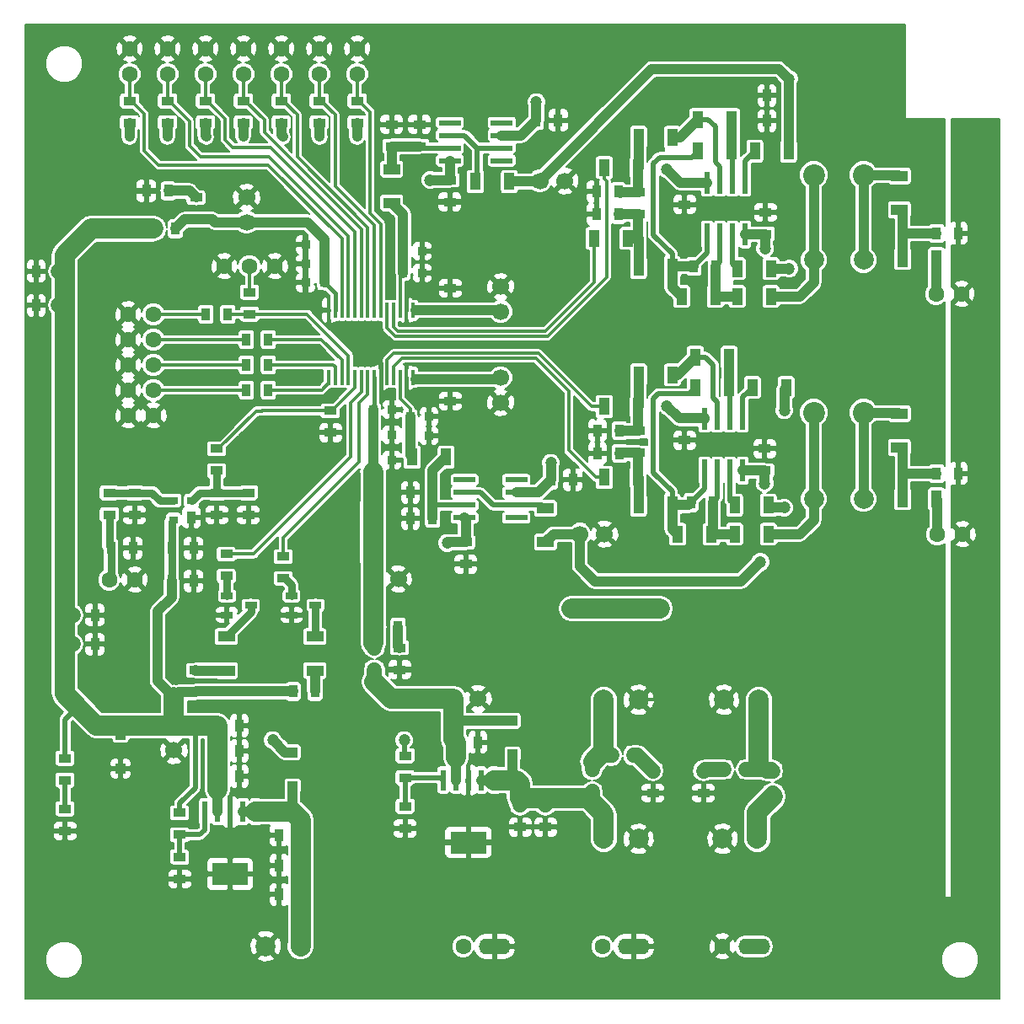
<source format=gtl>
G04 #@! TF.FileFunction,Copper,L1,Top,Signal*
%FSLAX46Y46*%
G04 Gerber Fmt 4.6, Leading zero omitted, Abs format (unit mm)*
G04 Created by KiCad (PCBNEW 4.0.1-stable) date 19/01/2016 21:52:02*
%MOMM*%
G01*
G04 APERTURE LIST*
%ADD10C,0.100000*%
%ADD11R,0.900000X1.300000*%
%ADD12R,1.100000X1.700000*%
%ADD13C,2.000000*%
%ADD14R,1.300000X0.900000*%
%ADD15C,1.700000*%
%ADD16R,0.900000X0.900000*%
%ADD17C,2.200000*%
%ADD18R,1.000000X1.000000*%
%ADD19R,1.700000X1.100000*%
%ADD20C,1.600000*%
%ADD21O,3.200000X1.600000*%
%ADD22R,1.200000X0.650000*%
%ADD23R,3.600000X2.200000*%
%ADD24R,0.550000X2.150000*%
%ADD25R,0.900000X1.200000*%
%ADD26R,0.900000X0.800000*%
%ADD27R,2.200000X0.600000*%
%ADD28R,0.450000X1.500000*%
%ADD29R,0.600000X2.200000*%
%ADD30C,0.800000*%
%ADD31C,1.200000*%
%ADD32C,0.300000*%
%ADD33C,0.500000*%
%ADD34C,0.400000*%
%ADD35C,1.500000*%
%ADD36C,2.000000*%
%ADD37C,1.000000*%
%ADD38C,0.250000*%
%ADD39C,0.800000*%
%ADD40C,0.150000*%
G04 APERTURE END LIST*
D10*
D11*
X70443000Y74676500D03*
X68243000Y74676500D03*
D12*
X67008000Y71628500D03*
X70408000Y71628500D03*
X89232000Y51308000D03*
X92632000Y51308000D03*
X89232000Y75438000D03*
X92632000Y75438000D03*
D13*
X59211000Y17145500D03*
X62711000Y17145500D03*
X71121000Y17145500D03*
X74621000Y17145500D03*
X28737500Y6350500D03*
X25237500Y6350500D03*
D11*
X28786000Y11557000D03*
X26586000Y11557000D03*
X59988000Y25527500D03*
X62188000Y25527500D03*
X71291000Y24130500D03*
X73491000Y24130500D03*
X28786000Y14478000D03*
X26586000Y14478000D03*
D13*
X59211000Y31115500D03*
X62711000Y31115500D03*
D11*
X28786000Y17526000D03*
X26586000Y17526000D03*
D13*
X71276000Y31115500D03*
X74776000Y31115500D03*
D14*
X53341000Y20531500D03*
X53341000Y18331500D03*
X50801000Y20531500D03*
X50801000Y18331500D03*
D11*
X20380400Y28520900D03*
X22580400Y28520900D03*
X20380400Y25980900D03*
X22580400Y25980900D03*
X20380400Y23440900D03*
X22580400Y23440900D03*
D15*
X44089000Y31242000D03*
X46589000Y31242000D03*
D11*
X44366000Y26860500D03*
X46566000Y26860500D03*
X15451000Y82245700D03*
X13251000Y82245700D03*
D15*
X23318200Y79090700D03*
X23318200Y81590700D03*
D16*
X31149000Y74930500D03*
X29249000Y74930500D03*
X31149000Y76835500D03*
X29249000Y76835500D03*
X31149000Y73025500D03*
X29249000Y73025500D03*
D14*
X38703300Y36350510D03*
X38703300Y34150510D03*
D15*
X36056300Y43251510D03*
X38556300Y43251510D03*
X48849000Y70124500D03*
X48849000Y72624500D03*
D16*
X36033400Y55194700D03*
X37933400Y55194700D03*
X36033400Y57734700D03*
X37933400Y57734700D03*
X36033400Y60274700D03*
X37933400Y60274700D03*
D14*
X43769000Y70274500D03*
X43769000Y72474500D03*
D11*
X15792000Y43053500D03*
X17992000Y43053500D03*
X15792000Y46355500D03*
X17992000Y46355500D03*
D14*
X12066000Y51900500D03*
X12066000Y49700500D03*
X43769000Y63330500D03*
X43769000Y61130500D03*
X20321000Y51900500D03*
X20321000Y49700500D03*
D11*
X9696000Y46355500D03*
X11896000Y46355500D03*
D15*
X48849000Y63480500D03*
X48849000Y60980500D03*
D14*
X31751000Y60155500D03*
X31751000Y57955500D03*
D11*
X58463000Y79883000D03*
X60663000Y79883000D03*
X60663000Y82169000D03*
X58463000Y82169000D03*
D13*
X85304000Y75311000D03*
X80304000Y75311000D03*
D17*
X85304000Y83820000D03*
X80304000Y83820000D03*
D13*
X85304000Y51308000D03*
X80304000Y51308000D03*
D17*
X85304000Y59944000D03*
X80304000Y59944000D03*
D14*
X67311000Y83078500D03*
X67311000Y80878500D03*
X67310000Y59393000D03*
X67310000Y57193000D03*
D11*
X70176000Y50927000D03*
X67976000Y50927000D03*
D14*
X75438000Y80094000D03*
X75438000Y77894000D03*
X75374500Y56345000D03*
X75374500Y54145000D03*
X62739000Y79926500D03*
X62739000Y82126500D03*
X62739000Y55923500D03*
X62739000Y58123500D03*
X37910500Y86721000D03*
X37910500Y88921000D03*
D11*
X41995000Y49340000D03*
X39795000Y49340000D03*
D14*
X40704500Y86721000D03*
X40704500Y88921000D03*
D11*
X41995000Y51943500D03*
X39795000Y51943500D03*
X52431500Y89345000D03*
X54631500Y89345000D03*
X53892000Y53213500D03*
X56092000Y53213500D03*
D14*
X43752500Y81133000D03*
X43752500Y83333000D03*
X45340000Y44747500D03*
X45340000Y46947500D03*
D18*
X27940000Y22430000D03*
X27940000Y25830000D03*
X50038000Y25605000D03*
X50038000Y29005000D03*
X10668000Y27608000D03*
X10668000Y24208000D03*
D19*
X21286200Y34063700D03*
X21286200Y37463700D03*
X30176200Y34063700D03*
X30176200Y37463700D03*
D14*
X58040000Y21887500D03*
X58040000Y24087500D03*
X76201000Y21760500D03*
X76201000Y23960500D03*
D11*
X13963200Y78435700D03*
X16163200Y78435700D03*
D14*
X36163300Y34150510D03*
X36163300Y36350510D03*
D20*
X59056000Y6350500D03*
D21*
X62231000Y6350500D03*
D20*
X71121000Y6350500D03*
D21*
X74296000Y6350500D03*
D20*
X45086000Y6350500D03*
D21*
X48261000Y6350500D03*
D20*
X34418000Y93980500D03*
X34418000Y96520500D03*
X30608000Y93980500D03*
X30608000Y96520500D03*
X26798000Y93980500D03*
X26798000Y96520500D03*
X22988000Y93980500D03*
X22988000Y96520500D03*
X19178000Y93980500D03*
X19178000Y96520500D03*
X15368000Y93980500D03*
X15368000Y96520500D03*
X11558000Y93980500D03*
X11558000Y96520500D03*
X9526000Y43180500D03*
X12066000Y43180500D03*
X11431000Y69850500D03*
X13971000Y69850500D03*
X11431000Y67310500D03*
X13971000Y67310500D03*
X11431000Y64770500D03*
X13971000Y64770500D03*
X11431000Y62230500D03*
X13971000Y62230500D03*
X11431000Y59690500D03*
X13971000Y59690500D03*
D14*
X64136000Y23960500D03*
X64136000Y21760500D03*
X69216000Y21760500D03*
X69216000Y23960500D03*
X16591000Y19760500D03*
X16591000Y17560500D03*
X16591000Y13115500D03*
X16591000Y15315500D03*
X39244000Y20404500D03*
X39244000Y18204500D03*
X39244000Y25484500D03*
X39244000Y23284500D03*
X34418000Y89070500D03*
X34418000Y91270500D03*
X18238200Y79367700D03*
X18238200Y81567700D03*
X30608000Y89070500D03*
X30608000Y91270500D03*
X26798000Y89070500D03*
X26798000Y91270500D03*
X22988000Y89070500D03*
X22988000Y91270500D03*
X19178000Y89070500D03*
X19178000Y91270500D03*
D11*
X36333300Y38425510D03*
X38533300Y38425510D03*
D14*
X15368000Y89070500D03*
X15368000Y91270500D03*
X11558000Y89070500D03*
X11558000Y91270500D03*
X9526000Y51900500D03*
X9526000Y49700500D03*
X23496000Y49700500D03*
X23496000Y51900500D03*
X20321000Y56345500D03*
X20321000Y54145500D03*
D11*
X19221000Y69850500D03*
X21421000Y69850500D03*
X23285000Y67310500D03*
X25485000Y67310500D03*
X23285000Y64770500D03*
X25485000Y64770500D03*
X23285000Y62230500D03*
X25485000Y62230500D03*
D14*
X21286200Y45753700D03*
X21286200Y43553700D03*
X18186400Y34069200D03*
X18186400Y31869200D03*
X27001200Y45499700D03*
X27001200Y43299700D03*
D11*
X30208400Y31953200D03*
X28008400Y31953200D03*
D12*
X72595000Y71628000D03*
X75995000Y71628000D03*
X68658000Y86233000D03*
X72058000Y86233000D03*
X72341000Y47752000D03*
X75741000Y47752000D03*
X68404000Y62484000D03*
X71804000Y62484000D03*
X72595000Y74422000D03*
X75995000Y74422000D03*
X74373000Y86233000D03*
X77773000Y86233000D03*
X72341000Y50673000D03*
X75741000Y50673000D03*
X74119000Y62484000D03*
X77519000Y62484000D03*
X68658000Y89408000D03*
X72058000Y89408000D03*
X66614000Y47752500D03*
X70014000Y47752500D03*
X68404000Y65532000D03*
X71804000Y65532000D03*
X62689000Y74549000D03*
X66089000Y74549000D03*
X62689000Y87630000D03*
X66089000Y87630000D03*
X62689000Y50673000D03*
X66089000Y50673000D03*
X62689000Y63754000D03*
X66089000Y63754000D03*
X58244000Y77470000D03*
X61644000Y77470000D03*
X59261000Y84582000D03*
X62661000Y84582000D03*
X59260000Y53467000D03*
X62660000Y53467000D03*
X59260000Y60579000D03*
X62660000Y60579000D03*
D19*
X37910500Y84441000D03*
X37910500Y81041000D03*
D12*
X43357000Y55499500D03*
X39957000Y55499500D03*
X49707000Y83185500D03*
X46307000Y83185500D03*
D19*
X53341000Y46941500D03*
X53341000Y50341500D03*
D22*
X23756200Y40589700D03*
X21356200Y41539700D03*
X21356200Y39639700D03*
X30233200Y40589700D03*
X27833200Y41539700D03*
X27833200Y39639700D03*
D23*
X21671000Y13605900D03*
D24*
X21671000Y19867000D03*
X19131000Y19867000D03*
X24211000Y19867000D03*
X22941000Y19867000D03*
X20401000Y19867000D03*
D23*
X45594000Y16789900D03*
D24*
X45594000Y23051000D03*
X43054000Y23051000D03*
X48134000Y23051000D03*
X46864000Y23051000D03*
X44324000Y23051000D03*
D25*
X17792000Y49415500D03*
D26*
X17792000Y51115500D03*
X15992000Y51115500D03*
X15992000Y49215500D03*
D27*
X43752500Y89091000D03*
X43752500Y87821000D03*
X43752500Y86551000D03*
X43752500Y85281000D03*
X48952500Y85281000D03*
X48952500Y86551000D03*
X48952500Y87821000D03*
X48952500Y89091000D03*
X45213000Y53213500D03*
X45213000Y51943500D03*
X45213000Y50673500D03*
X45213000Y49403500D03*
X50413000Y49403500D03*
X50413000Y50673500D03*
X50413000Y51943500D03*
X50413000Y53213500D03*
D28*
X40049000Y70250500D03*
X39399000Y70250500D03*
X38749000Y70250500D03*
X38099000Y70250500D03*
X37449000Y70250500D03*
X36799000Y70250500D03*
X36149000Y70250500D03*
X35499000Y70250500D03*
X34849000Y70250500D03*
X34199000Y70250500D03*
X33549000Y70250500D03*
X32899000Y70250500D03*
X32249000Y70250500D03*
X31599000Y70250500D03*
X31599000Y63500500D03*
X32249000Y63500500D03*
X32899000Y63500500D03*
X33549000Y63500500D03*
X34199000Y63500500D03*
X34849000Y63500500D03*
X35499000Y63500500D03*
X36149000Y63500500D03*
X36799000Y63500500D03*
X37449000Y63500500D03*
X38099000Y63500500D03*
X38749000Y63500500D03*
X39399000Y63500500D03*
X40049000Y63500500D03*
D29*
X69597000Y77866988D03*
X70867000Y77866988D03*
X72137000Y77866988D03*
X73407000Y77866988D03*
X73407000Y83066988D03*
X72137000Y83066988D03*
X70867000Y83066988D03*
X69597000Y83066988D03*
X69343000Y54145500D03*
X70613000Y54145500D03*
X71883000Y54145500D03*
X73153000Y54145500D03*
X73153000Y59345500D03*
X71883000Y59345500D03*
X70613000Y59345500D03*
X69343000Y59345500D03*
D15*
X52789500Y83249000D03*
X55289500Y83249000D03*
X56790000Y47752500D03*
X59290000Y47752500D03*
D16*
X39050000Y76200000D03*
X40950000Y76200000D03*
X39050000Y74000000D03*
X40950000Y74000000D03*
X39754500Y59563500D03*
X41654500Y59563500D03*
X39754500Y57658500D03*
X41654500Y57658500D03*
D11*
X92626000Y53848000D03*
X94826000Y53848000D03*
D19*
X88900000Y83742000D03*
X88900000Y80342000D03*
X88900000Y59866000D03*
X88900000Y56466000D03*
D20*
X26163000Y74676500D03*
X21083000Y74676500D03*
X23623000Y74676500D03*
D14*
X23623000Y72050500D03*
X23623000Y69850500D03*
X5080000Y23030000D03*
X5080000Y25230000D03*
X5080000Y20150000D03*
X5080000Y17950000D03*
D11*
X5886000Y36703500D03*
X8086000Y36703500D03*
X5886000Y39624500D03*
X8086000Y39624500D03*
X4403000Y70739500D03*
X2203000Y70739500D03*
X4403000Y74168500D03*
X2203000Y74168500D03*
D15*
X16027400Y28529600D03*
X16027400Y26029600D03*
D11*
X58590000Y55880000D03*
X60790000Y55880000D03*
X60790000Y58166000D03*
X58590000Y58166000D03*
D20*
X92583000Y71882000D03*
X95123000Y71882000D03*
X92710000Y47752000D03*
X95250000Y47752000D03*
D11*
X92626000Y77978000D03*
X94826000Y77978000D03*
X77808000Y89281000D03*
X75608000Y89281000D03*
X77808000Y91821000D03*
X75608000Y91821000D03*
D30*
X21254000Y63513500D03*
X21254000Y66053500D03*
X21254000Y68339500D03*
D31*
X33827000Y23635500D03*
X37338000Y28575545D03*
X9931400Y12547600D03*
X52070000Y75819000D03*
X45593000Y75819000D03*
X57023000Y56642000D03*
X57023000Y58166000D03*
X57531000Y85344000D03*
X56769000Y79883000D03*
X55245000Y51181000D03*
X59055000Y63754000D03*
X60960000Y72390000D03*
X56388000Y66421000D03*
X62865000Y68580000D03*
X94996000Y13462000D03*
X94996000Y21971000D03*
X97790000Y27305000D03*
X94996000Y33655000D03*
X98171000Y41275000D03*
X94869000Y50927000D03*
X97917000Y56769000D03*
X94742000Y62611000D03*
X98044000Y67437000D03*
X94869000Y74803000D03*
X98171000Y82677000D03*
X95123000Y88265000D03*
X82677000Y55118000D03*
X82677000Y64135000D03*
X73025000Y68580000D03*
X66929000Y44704000D03*
X72771000Y45593000D03*
X77470000Y45720000D03*
X85725000Y42545000D03*
X85725000Y33020000D03*
X85725000Y24765000D03*
X85725000Y6985000D03*
X85725000Y15240000D03*
X78105000Y17145000D03*
X77470000Y26035000D03*
X77470000Y33655000D03*
X77470000Y40640000D03*
X92710000Y11430000D03*
X92710000Y17145000D03*
X92710000Y25400000D03*
X92710000Y33655000D03*
X92710000Y41275000D03*
X89535000Y48260000D03*
X92710000Y57785000D03*
X92710000Y65405000D03*
X89535000Y71755000D03*
X92710000Y81280000D03*
X92710000Y88265000D03*
X88265000Y89535000D03*
X88265000Y97790000D03*
X81915000Y97790000D03*
X74295000Y97790000D03*
X96520000Y53848000D03*
X96774000Y77978000D03*
X74041000Y89281000D03*
X74041000Y91821000D03*
X19730000Y59576500D03*
X18015500Y53353500D03*
X12046500Y53417000D03*
X7284000Y53417000D03*
X7220500Y45797000D03*
X28810500Y63513500D03*
X28810500Y66117000D03*
X28810500Y68530000D03*
X54655000Y42558500D03*
X49829000Y45606500D03*
X47289000Y56528500D03*
X75356000Y57989000D03*
X70149000Y57227000D03*
X75419500Y81738000D03*
X70212500Y80849000D03*
X43733000Y79579000D03*
X39478500Y90628000D03*
X37891000Y90564500D03*
X56306000Y89104000D03*
X23476500Y55258500D03*
X27223000Y51639000D03*
X29890000Y57989000D03*
X31731500Y56338000D03*
X24429000Y44273000D03*
X29064500Y47130500D03*
X33573000Y51829500D03*
X33509500Y39002500D03*
X31287000Y13920000D03*
X31287000Y18301500D03*
X33001500Y30811000D03*
X26842000Y33859000D03*
X23667000Y35827500D03*
X16364500Y35383000D03*
X13634000Y31128500D03*
X8744500Y31636500D03*
X9697000Y36716500D03*
X9697000Y39637500D03*
X27604000Y58751000D03*
X27540500Y72784500D03*
X27604000Y76848500D03*
X8935000Y76086500D03*
X18142500Y77674000D03*
X11221000Y81420500D03*
X7411000Y81420500D03*
X9951000Y85230500D03*
X2331000Y90310500D03*
X2331000Y76340500D03*
X2331000Y68720500D03*
X2331000Y57290500D03*
X2331000Y45860500D03*
X2331000Y29350500D03*
X2331000Y9030500D03*
X9951000Y2680500D03*
X21381000Y2680500D03*
X31541000Y2680500D03*
X39161000Y2680500D03*
X54401000Y2680500D03*
X45384000Y43066500D03*
X47416000Y40145500D03*
X49956000Y35700500D03*
X56306000Y36970500D03*
X55671000Y31890500D03*
X54401000Y23635500D03*
X51861000Y28080500D03*
X97581000Y21730500D03*
X97581000Y10300500D03*
X91231000Y2680500D03*
X79801000Y2680500D03*
X67101000Y2680500D03*
X66796200Y6388900D03*
X66745400Y13094500D03*
X66694600Y17082300D03*
X66897800Y25972300D03*
X66872400Y36157700D03*
X66923200Y31103100D03*
X67482000Y21806700D03*
X66059600Y21832100D03*
X40608800Y34176500D03*
X36875000Y12967500D03*
X38526000Y11189500D03*
X14777000Y13094500D03*
X55163000Y18301500D03*
X53385000Y16650500D03*
X50845000Y16650500D03*
X48178000Y26937500D03*
X45638000Y20841500D03*
D30*
X46527000Y25159500D03*
X22651000Y21857500D03*
D31*
X21671000Y15875000D03*
X21635000Y17666500D03*
X45638000Y19063500D03*
X48559000Y16777500D03*
X42590000Y16777500D03*
X45511000Y14491500D03*
X37383000Y18301500D03*
X39288000Y16523500D03*
D30*
X25191000Y11570500D03*
X26588000Y13031000D03*
X26588000Y16015500D03*
D31*
X24302000Y23445000D03*
X24238500Y25858000D03*
X24238500Y28588500D03*
X24746500Y13602500D03*
X18523500Y13666000D03*
X21635000Y11253000D03*
X16555000Y11570500D03*
X3029500Y17920500D03*
X8998500Y24207000D03*
X10649500Y22492500D03*
X5061500Y16269500D03*
D30*
X26257800Y39637500D03*
X19882400Y39637500D03*
X23514600Y48349700D03*
X20339600Y48349700D03*
X17799600Y47968700D03*
X19247400Y46343100D03*
X19247400Y43066500D03*
X13278400Y46343100D03*
X12059200Y48400500D03*
X40431000Y46724100D03*
X40964400Y77559700D03*
X39872200Y71997100D03*
X42259800Y76188100D03*
X40964400Y72708300D03*
X42234400Y72505100D03*
X43758400Y73775100D03*
X42259800Y74003700D03*
X44190200Y59576500D03*
X42971000Y57646100D03*
X41650200Y60871900D03*
X42996400Y59576500D03*
X38475200Y49365700D03*
X38475200Y51956500D03*
X44830280Y69025300D03*
X41574000Y69045620D03*
X45109680Y64554900D03*
X41739100Y64542200D03*
X50883100Y66790100D03*
X44850600Y66790100D03*
X39072100Y66777400D03*
X32430000Y68466500D03*
X30734000Y71755000D03*
X30480000Y70231000D03*
X36449000Y65278000D03*
X37338000Y61722000D03*
X39828000Y61672000D03*
X37923000Y53925000D03*
X37923000Y56465000D03*
X37923000Y59005000D03*
D31*
X53899600Y54928300D03*
X65561000Y60630300D03*
X52429600Y91170900D03*
X65561000Y84379300D03*
X43479000Y46876500D03*
X75356000Y52845500D03*
X75419500Y76467500D03*
X41764500Y83325500D03*
X64847000Y40272500D03*
X55957000Y40272500D03*
X25953000Y27064500D03*
D30*
X30673040Y87663820D03*
X26969720Y87663820D03*
X22987000Y87663820D03*
X19283680Y87663820D03*
X15356840Y87663820D03*
X11551920Y87663820D03*
X5030000Y75807100D03*
X34416280Y87663820D03*
D31*
X39161000Y27064500D03*
X77808000Y74422000D03*
X77808000Y93471000D03*
X77343000Y60198000D03*
X77343000Y50419000D03*
X74930000Y44958000D03*
D32*
X41574000Y69045620D02*
X44809960Y69045620D01*
X44809960Y69045620D02*
X44830280Y69025300D01*
D33*
X33001500Y30811000D02*
X33001500Y24461000D01*
X33001500Y24461000D02*
X33827000Y23635500D01*
X37338000Y28575545D02*
X35102545Y30811000D01*
X35102545Y30811000D02*
X33001500Y30811000D01*
D32*
X9931400Y12547600D02*
X14230100Y12547600D01*
X14230100Y12547600D02*
X14777000Y13094500D01*
X45593000Y75819000D02*
X52070000Y75819000D01*
X58590000Y58166000D02*
X57023000Y58166000D01*
X55289500Y83249000D02*
X57384500Y85344000D01*
X57384500Y85344000D02*
X57531000Y85344000D01*
X58463000Y79883000D02*
X56769000Y79883000D01*
X56092000Y53213500D02*
X56092000Y52028000D01*
X56092000Y52028000D02*
X55245000Y51181000D01*
X73025000Y68580000D02*
X62865000Y68580000D01*
X97790000Y27305000D02*
X97790000Y24765000D01*
X97790000Y24765000D02*
X94996000Y21971000D01*
X98171000Y41275000D02*
X98171000Y36830000D01*
X98171000Y36830000D02*
X94996000Y33655000D01*
X97917000Y56769000D02*
X97917000Y53975000D01*
X97917000Y53975000D02*
X94869000Y50927000D01*
X98044000Y67437000D02*
X98044000Y65913000D01*
X98044000Y65913000D02*
X94742000Y62611000D01*
X98171000Y82677000D02*
X98171000Y78105000D01*
X98171000Y78105000D02*
X94869000Y74803000D01*
X96774000Y77978000D02*
X96774000Y86614000D01*
X96774000Y86614000D02*
X95123000Y88265000D01*
X85725000Y42545000D02*
X80645000Y42545000D01*
X80645000Y42545000D02*
X77470000Y45720000D01*
X85725000Y24765000D02*
X85725000Y33020000D01*
X85725000Y15240000D02*
X85725000Y6985000D01*
X78740000Y22860000D02*
X78740000Y17780000D01*
X78740000Y17780000D02*
X78105000Y17145000D01*
X77470000Y24130000D02*
X78740000Y22860000D01*
X77470000Y26035000D02*
X77470000Y24130000D01*
X77470000Y40640000D02*
X77470000Y33655000D01*
X92710000Y17145000D02*
X92710000Y11430000D01*
X92710000Y33655000D02*
X92710000Y25400000D01*
X89535000Y48260000D02*
X92710000Y45085000D01*
X92710000Y45085000D02*
X92710000Y41275000D01*
X89535000Y71755000D02*
X92710000Y68580000D01*
X92710000Y68580000D02*
X92710000Y65405000D01*
X92710000Y88265000D02*
X92710000Y81280000D01*
X88265000Y97790000D02*
X88265000Y89535000D01*
X74295000Y97790000D02*
X81915000Y97790000D01*
X94826000Y53848000D02*
X96520000Y53848000D01*
X94826000Y77978000D02*
X96774000Y77978000D01*
X75608000Y89281000D02*
X74041000Y89281000D01*
X75608000Y91821000D02*
X74041000Y91821000D01*
X47416000Y40145500D02*
X47416000Y42926000D01*
X47416000Y42926000D02*
X47416000Y43193500D01*
X45384000Y43066500D02*
X47275500Y43066500D01*
X47275500Y43066500D02*
X47416000Y42926000D01*
X12046500Y53417000D02*
X17952000Y53417000D01*
X17952000Y53417000D02*
X18015500Y53353500D01*
X7220500Y45797000D02*
X7220500Y53353500D01*
X7220500Y53353500D02*
X7284000Y53417000D01*
X47416000Y43193500D02*
X49829000Y45606500D01*
X75374500Y56345000D02*
X75374500Y57970500D01*
X75374500Y57970500D02*
X75356000Y57989000D01*
X67310000Y57193000D02*
X70115000Y57193000D01*
X70115000Y57193000D02*
X70149000Y57227000D01*
X75438000Y80094000D02*
X75438000Y81719500D01*
X75438000Y81719500D02*
X75419500Y81738000D01*
X67311000Y80878500D02*
X70183000Y80878500D01*
X70183000Y80878500D02*
X70212500Y80849000D01*
X43752500Y81133000D02*
X43752500Y79598500D01*
X43752500Y79598500D02*
X43733000Y79579000D01*
X37910500Y88921000D02*
X37910500Y90545000D01*
X37910500Y90545000D02*
X37891000Y90564500D01*
X54631500Y89345000D02*
X56065000Y89345000D01*
X56065000Y89345000D02*
X56306000Y89104000D01*
X16364500Y35383000D02*
X19882400Y38900900D01*
X19882400Y38900900D02*
X19882400Y39637500D01*
X8086000Y36703500D02*
X8086000Y32295000D01*
X8086000Y32295000D02*
X8744500Y31636500D01*
X13634000Y31128500D02*
X9252500Y31128500D01*
X9252500Y31128500D02*
X8744500Y31636500D01*
X27223000Y51639000D02*
X23603500Y55258500D01*
X23603500Y55258500D02*
X23476500Y55258500D01*
X31731500Y56338000D02*
X27223000Y51829500D01*
X27223000Y51829500D02*
X27223000Y51639000D01*
X31751000Y57955500D02*
X29923500Y57955500D01*
X29923500Y57955500D02*
X29890000Y57989000D01*
X31751000Y57955500D02*
X31751000Y56357500D01*
X31751000Y56357500D02*
X31731500Y56338000D01*
X26257800Y39637500D02*
X26257800Y42444200D01*
X26257800Y42444200D02*
X24429000Y44273000D01*
X33573000Y51829500D02*
X29064500Y47321000D01*
X29064500Y47321000D02*
X29064500Y47130500D01*
X33001500Y30811000D02*
X33001500Y38494500D01*
X33001500Y38494500D02*
X33509500Y39002500D01*
X37383000Y18301500D02*
X31287000Y18301500D01*
X24238500Y28588500D02*
X30779000Y28588500D01*
X30779000Y28588500D02*
X33001500Y30811000D01*
X23667000Y35827500D02*
X25635500Y33859000D01*
X25635500Y33859000D02*
X26842000Y33859000D01*
X9697000Y36716500D02*
X9697000Y32589000D01*
X9697000Y32589000D02*
X8744500Y31636500D01*
X8086000Y36703500D02*
X9684000Y36703500D01*
X9684000Y36703500D02*
X9697000Y36716500D01*
X8086000Y39624500D02*
X9684000Y39624500D01*
X9684000Y39624500D02*
X9697000Y39637500D01*
X29249000Y73025500D02*
X27781500Y73025500D01*
X27781500Y73025500D02*
X27540500Y72784500D01*
X29249000Y76835500D02*
X27617000Y76835500D01*
X27617000Y76835500D02*
X27604000Y76848500D01*
X21083000Y74676500D02*
X18142500Y77617000D01*
X18142500Y77617000D02*
X18142500Y77674000D01*
X7411000Y81420500D02*
X11221000Y81420500D01*
X2331000Y90310500D02*
X4871000Y90310500D01*
X4871000Y90310500D02*
X9951000Y85230500D01*
X2203000Y74168500D02*
X2203000Y76212500D01*
X2203000Y76212500D02*
X2331000Y76340500D01*
X2331000Y45860500D02*
X2331000Y57290500D01*
X2331000Y9030500D02*
X2331000Y29350500D01*
X21381000Y2680500D02*
X9951000Y2680500D01*
X39161000Y2680500D02*
X31541000Y2680500D01*
X67101000Y2680500D02*
X54401000Y2680500D01*
X45340000Y44747500D02*
X45340000Y43110500D01*
X45340000Y43110500D02*
X45384000Y43066500D01*
X49956000Y35700500D02*
X49956000Y37605500D01*
X49956000Y37605500D02*
X47416000Y40145500D01*
X55671000Y31890500D02*
X55671000Y36335500D01*
X55671000Y36335500D02*
X56306000Y36970500D01*
X51861000Y28080500D02*
X51861000Y26175500D01*
X51861000Y26175500D02*
X54401000Y23635500D01*
X91231000Y7760500D02*
X93771000Y10300500D01*
X93771000Y10300500D02*
X97581000Y10300500D01*
X91231000Y2680500D02*
X91231000Y7760500D01*
X67101000Y2680500D02*
X79801000Y2680500D01*
X66694600Y17082300D02*
X66694600Y13145300D01*
X66694600Y13145300D02*
X66745400Y13094500D01*
X66923200Y31103100D02*
X66923200Y25997700D01*
X66923200Y25997700D02*
X66897800Y25972300D01*
X62711000Y31115500D02*
X66910800Y31115500D01*
X66910800Y31115500D02*
X66923200Y31103100D01*
X69216000Y21760500D02*
X67528200Y21760500D01*
X67528200Y21760500D02*
X67482000Y21806700D01*
X64136000Y21760500D02*
X65988000Y21760500D01*
X65988000Y21760500D02*
X66059600Y21832100D01*
X38703300Y34150510D02*
X40582810Y34150510D01*
X40582810Y34150510D02*
X40608800Y34176500D01*
X16591000Y13115500D02*
X14798000Y13115500D01*
X14798000Y13115500D02*
X14777000Y13094500D01*
X53341000Y18331500D02*
X55133000Y18331500D01*
X55133000Y18331500D02*
X55163000Y18301500D01*
X53341000Y18331500D02*
X53341000Y16694500D01*
X53341000Y16694500D02*
X53385000Y16650500D01*
X50801000Y18331500D02*
X50801000Y16694500D01*
X50801000Y16694500D02*
X50845000Y16650500D01*
X46566000Y26860500D02*
X48101000Y26860500D01*
X48101000Y26860500D02*
X48178000Y26937500D01*
X45594000Y23051000D02*
X45594000Y20885500D01*
X45594000Y20885500D02*
X45638000Y20841500D01*
X46566000Y26860500D02*
X46566000Y25198500D01*
X46566000Y25198500D02*
X46527000Y25159500D01*
X22580400Y23440900D02*
X22580400Y21928100D01*
X22580400Y21928100D02*
X22651000Y21857500D01*
X21671000Y15875000D02*
X21671000Y16305500D01*
X21671000Y13605900D02*
X21671000Y15875000D01*
X21671000Y19867000D02*
X21671000Y17702500D01*
X21671000Y17702500D02*
X21635000Y17666500D01*
X45594000Y16789900D02*
X45594000Y19019500D01*
X45594000Y19019500D02*
X45638000Y19063500D01*
X45594000Y16789900D02*
X48546600Y16789900D01*
X48546600Y16789900D02*
X48559000Y16777500D01*
X45594000Y16789900D02*
X42602400Y16789900D01*
X42602400Y16789900D02*
X42590000Y16777500D01*
X45594000Y16789900D02*
X45594000Y14574500D01*
X45594000Y14574500D02*
X45511000Y14491500D01*
X39244000Y18204500D02*
X37480000Y18204500D01*
X37480000Y18204500D02*
X37383000Y18301500D01*
X39244000Y18204500D02*
X39244000Y16567500D01*
X39244000Y16567500D02*
X39288000Y16523500D01*
X26586000Y11557000D02*
X25204500Y11557000D01*
X25204500Y11557000D02*
X25191000Y11570500D01*
X26586000Y14478000D02*
X26586000Y13033000D01*
X26586000Y13033000D02*
X26588000Y13031000D01*
X26586000Y17526000D02*
X26586000Y16017500D01*
X26586000Y16017500D02*
X26588000Y16015500D01*
X22580400Y23440900D02*
X24297900Y23440900D01*
X24297900Y23440900D02*
X24302000Y23445000D01*
X22580400Y25980900D02*
X24115600Y25980900D01*
X24115600Y25980900D02*
X24238500Y25858000D01*
X22580400Y28520900D02*
X24170900Y28520900D01*
X24170900Y28520900D02*
X24238500Y28588500D01*
X21671000Y13605900D02*
X24743100Y13605900D01*
X24743100Y13605900D02*
X24746500Y13602500D01*
X21671000Y16305500D02*
X21698500Y16333000D01*
X21671000Y13605900D02*
X18583600Y13605900D01*
X18583600Y13605900D02*
X18523500Y13666000D01*
X21671000Y13605900D02*
X21671000Y11289000D01*
X21671000Y11289000D02*
X21635000Y11253000D01*
X16591000Y13115500D02*
X16591000Y11606500D01*
X16591000Y11606500D02*
X16555000Y11570500D01*
X5080000Y17950000D02*
X3059000Y17950000D01*
X3059000Y17950000D02*
X3029500Y17920500D01*
X10668000Y24208000D02*
X8999500Y24208000D01*
X8999500Y24208000D02*
X8998500Y24207000D01*
X10668000Y24208000D02*
X10668000Y22511000D01*
X10668000Y22511000D02*
X10649500Y22492500D01*
D33*
X5080000Y17950000D02*
X5080000Y16288000D01*
X5080000Y16288000D02*
X5061500Y16269500D01*
D34*
X27833200Y39639700D02*
X26260000Y39639700D01*
X26260000Y39639700D02*
X26257800Y39637500D01*
X21356200Y39639700D02*
X19884600Y39639700D01*
X19884600Y39639700D02*
X19882400Y39637500D01*
X23496000Y49700500D02*
X23496000Y48368300D01*
X23496000Y48368300D02*
X23514600Y48349700D01*
X20321000Y49700500D02*
X20321000Y48368300D01*
X20321000Y48368300D02*
X20339600Y48349700D01*
X17792000Y49415500D02*
X17792000Y47976300D01*
X17792000Y47976300D02*
X17799600Y47968700D01*
X17992000Y46355500D02*
X19235000Y46355500D01*
X19235000Y46355500D02*
X19247400Y46343100D01*
X17992000Y43053500D02*
X19234400Y43053500D01*
X19234400Y43053500D02*
X19247400Y43066500D01*
X11896000Y46355500D02*
X13266000Y46355500D01*
X13266000Y46355500D02*
X13278400Y46343100D01*
X12066000Y49700500D02*
X12066000Y48407300D01*
X12066000Y48407300D02*
X12059200Y48400500D01*
X39795000Y49340000D02*
X39795000Y47360100D01*
X39795000Y47360100D02*
X40431000Y46724100D01*
X40950000Y76200000D02*
X40950000Y77545300D01*
X40950000Y77545300D02*
X40964400Y77559700D01*
X39399000Y70250500D02*
X39399000Y71523900D01*
X39399000Y71523900D02*
X39872200Y71997100D01*
D33*
X40950000Y76200000D02*
X42247900Y76200000D01*
X42247900Y76200000D02*
X42259800Y76188100D01*
X40950000Y74000000D02*
X40950000Y72722700D01*
X40950000Y72722700D02*
X40964400Y72708300D01*
X43769000Y72474500D02*
X42265000Y72474500D01*
X42265000Y72474500D02*
X42234400Y72505100D01*
X43769000Y72474500D02*
X43769000Y73764500D01*
X43769000Y73764500D02*
X43758400Y73775100D01*
X40950000Y74000000D02*
X42256100Y74000000D01*
X42256100Y74000000D02*
X42259800Y74003700D01*
X43769000Y61130500D02*
X43769000Y59997700D01*
X43769000Y59997700D02*
X44190200Y59576500D01*
X41654500Y57658500D02*
X42958600Y57658500D01*
X42958600Y57658500D02*
X42971000Y57646100D01*
X41654500Y59563500D02*
X41654500Y60867600D01*
X41654500Y60867600D02*
X41650200Y60871900D01*
X41654500Y59563500D02*
X42983400Y59563500D01*
X42983400Y59563500D02*
X42996400Y59576500D01*
X39795000Y49340000D02*
X38500900Y49340000D01*
X38500900Y49340000D02*
X38475200Y49365700D01*
X39795000Y51943500D02*
X38488200Y51943500D01*
X38488200Y51943500D02*
X38475200Y51956500D01*
D32*
X39475960Y68832260D02*
X40975280Y68832260D01*
X40975280Y68832260D02*
X41360640Y68832260D01*
X41360640Y68832260D02*
X41574000Y69045620D01*
X39399000Y68909220D02*
X39475960Y68832260D01*
X39399000Y70250500D02*
X39399000Y68909220D01*
X40418300Y64808900D02*
X40685000Y64542200D01*
X40685000Y64542200D02*
X41739100Y64542200D01*
X39478500Y64808900D02*
X40418300Y64808900D01*
X39399000Y64729400D02*
X39478500Y64808900D01*
X39399000Y63500500D02*
X39399000Y64729400D01*
X44850600Y66790100D02*
X50883100Y66790100D01*
X36449000Y65278000D02*
X37948400Y66777400D01*
X37948400Y66777400D02*
X39072100Y66777400D01*
X36449000Y65278000D02*
X35618500Y65278000D01*
X35618500Y65278000D02*
X32430000Y68466500D01*
D34*
X39399000Y71781980D02*
X39499020Y71882000D01*
X30480000Y70231000D02*
X30480000Y71501000D01*
X30480000Y71501000D02*
X30734000Y71755000D01*
X31599000Y70250500D02*
X30499500Y70250500D01*
X30499500Y70250500D02*
X30480000Y70231000D01*
X36799000Y63500500D02*
X36799000Y64928000D01*
X36799000Y64928000D02*
X36449000Y65278000D01*
X36799000Y63500500D02*
X36799000Y62261000D01*
X36799000Y62261000D02*
X37338000Y61722000D01*
X39399000Y63500500D02*
X39399000Y62101000D01*
X39399000Y62101000D02*
X39828000Y61672000D01*
D32*
X37933400Y55194700D02*
X37933400Y53935400D01*
X37933400Y53935400D02*
X37923000Y53925000D01*
X37933400Y57734700D02*
X37933400Y56475400D01*
X37933400Y56475400D02*
X37923000Y56465000D01*
X37933400Y60274700D02*
X37933400Y59015400D01*
X37933400Y59015400D02*
X37923000Y59005000D01*
D35*
X76201000Y21760500D02*
X76201000Y21400500D01*
D36*
X74621000Y19820500D02*
X76201000Y21400500D01*
X74621000Y17145500D02*
X74621000Y19820500D01*
D37*
X38533300Y38425510D02*
X38533300Y36520510D01*
X38533300Y36520510D02*
X38703300Y36350510D01*
D38*
X40324001Y70274500D02*
X40073000Y70274500D01*
X40073000Y70274500D02*
X40049000Y70250500D01*
D37*
X43769000Y70274500D02*
X40324001Y70274500D01*
X43769000Y70274500D02*
X48699000Y70274500D01*
X48699000Y70274500D02*
X48849000Y70124500D01*
X27940000Y22430000D02*
X27940000Y19870500D01*
X27940000Y19870500D02*
X27943500Y19867000D01*
D36*
X28786000Y11557000D02*
X28786000Y6399000D01*
X28786000Y6399000D02*
X28737500Y6350500D01*
X28786000Y14478000D02*
X28786000Y11557000D01*
X28786000Y17526000D02*
X28786000Y14478000D01*
D37*
X24211000Y19867000D02*
X22941000Y19867000D01*
D36*
X28786000Y19024500D02*
X27943500Y19867000D01*
X27943500Y19867000D02*
X24211000Y19867000D01*
X28786000Y17526000D02*
X28786000Y19024500D01*
D37*
X50413000Y51943500D02*
X52622000Y51943500D01*
X52622000Y51943500D02*
X53892000Y53213500D01*
X53899600Y54928300D02*
X53899600Y53221100D01*
X53899600Y53221100D02*
X53892000Y53213500D01*
X67310000Y59393000D02*
X66798300Y59393000D01*
X66798300Y59393000D02*
X65561000Y60630300D01*
X67310000Y59393000D02*
X69295500Y59393000D01*
X69295500Y59393000D02*
X69343000Y59345500D01*
X67311000Y83078500D02*
X66861800Y83078500D01*
X66861800Y83078500D02*
X65561000Y84379300D01*
X69597000Y83066988D02*
X67322512Y83066988D01*
X67322512Y83066988D02*
X67311000Y83078500D01*
X48952500Y87821000D02*
X50907500Y87821000D01*
X50907500Y87821000D02*
X52431500Y89345000D01*
X52429600Y91170900D02*
X52429600Y89346900D01*
X52429600Y89346900D02*
X52431500Y89345000D01*
D35*
X59988000Y25527500D02*
X59684000Y25527500D01*
X59684000Y25527500D02*
X59211000Y26000500D01*
X58116000Y24905500D02*
X58040000Y24829500D01*
X58040000Y24829500D02*
X58040000Y24087500D01*
D36*
X59211000Y26000500D02*
X58116000Y24905500D01*
X59211000Y31115500D02*
X59211000Y26000500D01*
D37*
X65561000Y60630300D02*
X65566200Y60630300D01*
D35*
X62574000Y25527500D02*
X64136000Y23965500D01*
X64136000Y23965500D02*
X64136000Y23960500D01*
X62188000Y25527500D02*
X62574000Y25527500D01*
X71291000Y24130500D02*
X69386000Y24130500D01*
X69386000Y24130500D02*
X69216000Y23960500D01*
D37*
X45340000Y46947500D02*
X43550000Y46947500D01*
X43550000Y46947500D02*
X43479000Y46876500D01*
X45340000Y46947500D02*
X45340000Y49276500D01*
X45340000Y49276500D02*
X45213000Y49403500D01*
X75374500Y54145000D02*
X75374500Y52864000D01*
X75374500Y52864000D02*
X75356000Y52845500D01*
X73153000Y54145500D02*
X75374000Y54145500D01*
X75374000Y54145500D02*
X75374500Y54145000D01*
X75438000Y77894000D02*
X75438000Y76486000D01*
X75438000Y76486000D02*
X75419500Y76467500D01*
X75438000Y77894000D02*
X73434012Y77894000D01*
X73434012Y77894000D02*
X73407000Y77866988D01*
X43752500Y85281000D02*
X43752500Y83333000D01*
X43752500Y83333000D02*
X41772000Y83333000D01*
X41772000Y83333000D02*
X41764500Y83325500D01*
D35*
X73491000Y24130500D02*
X76031000Y24130500D01*
X76031000Y24130500D02*
X76201000Y23960500D01*
X73491000Y24130500D02*
X74151000Y24130500D01*
X74151000Y24130500D02*
X74776000Y24755500D01*
X76201000Y23960500D02*
X75571000Y23960500D01*
D36*
X74776000Y31115500D02*
X74776000Y24755500D01*
X55957000Y40272500D02*
X64847000Y40272500D01*
D37*
X27940000Y25830000D02*
X27187500Y25830000D01*
X27187500Y25830000D02*
X25953000Y27064500D01*
D36*
X16027400Y28529600D02*
X10731500Y28529600D01*
X16027400Y28529600D02*
X16027400Y31360200D01*
D37*
X14396000Y40007500D02*
X14396000Y32991600D01*
X14396000Y32991600D02*
X16027400Y31360200D01*
X16027400Y31360200D02*
X16536400Y31869200D01*
X15792000Y43053500D02*
X15792000Y41403500D01*
X15792000Y41403500D02*
X14396000Y40007500D01*
D36*
X10731500Y28529600D02*
X8231900Y28529600D01*
D37*
X10668000Y27608000D02*
X10668000Y28466100D01*
X10668000Y28466100D02*
X10731500Y28529600D01*
D36*
X8231900Y28529600D02*
X6350000Y30411500D01*
X6350000Y30411500D02*
X5030000Y31731500D01*
D33*
X5080000Y25230000D02*
X5080000Y29141500D01*
X5080000Y29141500D02*
X6350000Y30411500D01*
D36*
X20380400Y28520900D02*
X18161000Y28520900D01*
X18161000Y28520900D02*
X16036100Y28520900D01*
D33*
X16591000Y19760500D02*
X16591000Y20710500D01*
X16591000Y20710500D02*
X18161000Y22280500D01*
X18161000Y22280500D02*
X18161000Y28520900D01*
D37*
X16536400Y31869200D02*
X18186400Y31869200D01*
D36*
X5030000Y31731500D02*
X5030000Y35268700D01*
X16036100Y28520900D02*
X16027400Y28529600D01*
X20380400Y25980900D02*
X20380400Y28520900D01*
X20380400Y23440900D02*
X20380400Y25980900D01*
D37*
X28008400Y31953200D02*
X18270400Y31953200D01*
X18270400Y31953200D02*
X18186400Y31869200D01*
X30608000Y89070500D02*
X30608000Y87728860D01*
X30608000Y87728860D02*
X30673040Y87663820D01*
X26798000Y89070500D02*
X26798000Y87835540D01*
X26798000Y87835540D02*
X26969720Y87663820D01*
X22988000Y89070500D02*
X22988000Y87664820D01*
X22988000Y87664820D02*
X22987000Y87663820D01*
X19178000Y89070500D02*
X19178000Y87769500D01*
X19178000Y87769500D02*
X19283680Y87663820D01*
X15368000Y89070500D02*
X15368000Y87674980D01*
X15368000Y87674980D02*
X15356840Y87663820D01*
X11558000Y89070500D02*
X11558000Y87669900D01*
X11558000Y87669900D02*
X11551920Y87663820D01*
X34418000Y89070500D02*
X34418000Y87665540D01*
X34418000Y87665540D02*
X34416280Y87663820D01*
D36*
X5030000Y39497500D02*
X5030000Y36957500D01*
X5030000Y36957500D02*
X5030000Y35268700D01*
D35*
X5886000Y36703500D02*
X5284000Y36703500D01*
X5284000Y36703500D02*
X5030000Y36957500D01*
D36*
X5030000Y70612500D02*
X5030000Y39497500D01*
D35*
X5886000Y39624500D02*
X5157000Y39624500D01*
X5157000Y39624500D02*
X5030000Y39497500D01*
D36*
X5030000Y74168500D02*
X5030000Y70612500D01*
D35*
X4403000Y70739500D02*
X4903000Y70739500D01*
X4903000Y70739500D02*
X5030000Y70612500D01*
D36*
X5030000Y75807100D02*
X5030000Y74168500D01*
D35*
X4403000Y74168500D02*
X5030000Y74168500D01*
D37*
X20380400Y22127602D02*
X20401000Y22107002D01*
X20401000Y22107002D02*
X20401000Y19867000D01*
D36*
X20380400Y23440900D02*
X20380400Y22127602D01*
X13963200Y78435700D02*
X7658600Y78435700D01*
X7658600Y78435700D02*
X5030000Y75807100D01*
D39*
X15792000Y46355500D02*
X15792000Y49015500D01*
X15792000Y49015500D02*
X15992000Y49215500D01*
X15792000Y46355500D02*
X15792000Y43053500D01*
D36*
X44089000Y31242000D02*
X44089000Y29083000D01*
X44089000Y29083000D02*
X44089000Y27137500D01*
D37*
X50038000Y29005000D02*
X44167000Y29005000D01*
X44167000Y29005000D02*
X44089000Y29083000D01*
D33*
X39161000Y27064500D02*
X39161000Y25567500D01*
X39161000Y25567500D02*
X39244000Y25484500D01*
D36*
X36163300Y32901200D02*
X37822500Y31242000D01*
X37822500Y31242000D02*
X44089000Y31242000D01*
D37*
X44324000Y23051000D02*
X44324000Y25284001D01*
X44324000Y25284001D02*
X44366000Y25326001D01*
D36*
X44089000Y27137500D02*
X44366000Y26860500D01*
D37*
X44366000Y25326001D02*
X44324000Y24568500D01*
D36*
X44366000Y26860500D02*
X44366000Y25326001D01*
D35*
X36163300Y34150510D02*
X36163300Y32901200D01*
D37*
X15451000Y82245700D02*
X17560200Y82245700D01*
X17560200Y82245700D02*
X18238200Y81567700D01*
X23318200Y79090700D02*
X20346400Y79090700D01*
X18238200Y79367700D02*
X19888200Y79367700D01*
X19888200Y79367700D02*
X20165200Y79090700D01*
X20165200Y79090700D02*
X20346400Y79090700D01*
X18238200Y79367700D02*
X17095200Y79367700D01*
X17095200Y79367700D02*
X16163200Y78435700D01*
X31149000Y77374100D02*
X29432400Y79090700D01*
X29432400Y79090700D02*
X23318200Y79090700D01*
X31149000Y76835500D02*
X31149000Y77374100D01*
X31149000Y74930500D02*
X31149000Y76835500D01*
X31149000Y73025500D02*
X31149000Y74930500D01*
D34*
X32249000Y70250500D02*
X32249000Y71925500D01*
X32249000Y71925500D02*
X31149000Y73025500D01*
D36*
X36056300Y43251510D02*
X36056300Y38201600D01*
X36056300Y38201600D02*
X36056300Y36849400D01*
D35*
X36333300Y38425510D02*
X36280210Y38425510D01*
X36280210Y38425510D02*
X36056300Y38201600D01*
X36163300Y36350510D02*
X36163300Y36742400D01*
X36163300Y36742400D02*
X36056300Y36849400D01*
D37*
X36033400Y50981300D02*
X36033400Y53975500D01*
X36033400Y53975500D02*
X36033400Y55194700D01*
D36*
X36056300Y43251510D02*
X36056300Y53952600D01*
X36056300Y53952600D02*
X36033400Y53975500D01*
X36033400Y44859900D02*
X36056300Y44837000D01*
X36056300Y44837000D02*
X36056300Y43251510D01*
X36033400Y50981300D02*
X36033400Y44859900D01*
D37*
X36033400Y57734700D02*
X36033400Y55194700D01*
X36033400Y60274700D02*
X36033400Y57734700D01*
D34*
X36149000Y63500500D02*
X36149000Y60390300D01*
X36149000Y60390300D02*
X36033400Y60274700D01*
D37*
X39050000Y76200000D02*
X39050000Y79901500D01*
X39050000Y79901500D02*
X37910500Y81041000D01*
X39050000Y74000000D02*
X39050000Y76200000D01*
D32*
X38749000Y70250500D02*
X38749000Y73699000D01*
X38749000Y73699000D02*
X39050000Y74000000D01*
D39*
X12066000Y51900500D02*
X9526000Y51900500D01*
X14608600Y51115500D02*
X13823600Y51900500D01*
X13823600Y51900500D02*
X12066000Y51900500D01*
X15992000Y51115500D02*
X14608600Y51115500D01*
D38*
X40343500Y63330500D02*
X40219000Y63330500D01*
X40219000Y63330500D02*
X40049000Y63500500D01*
D37*
X40343500Y63330500D02*
X40324001Y63349999D01*
X43769000Y63330500D02*
X40343500Y63330500D01*
X43769000Y63330500D02*
X48699000Y63330500D01*
X48699000Y63330500D02*
X48849000Y63480500D01*
D39*
X20321000Y51900500D02*
X23496000Y51900500D01*
X20321000Y51900500D02*
X20321000Y54145500D01*
X18627000Y51900500D02*
X20321000Y51900500D01*
X17792000Y51115500D02*
X17842000Y51115500D01*
X17842000Y51115500D02*
X18627000Y51900500D01*
D37*
X39754500Y57658500D02*
X39754500Y55702000D01*
X39754500Y55702000D02*
X39957000Y55499500D01*
X39754500Y59563500D02*
X39754500Y57658500D01*
D32*
X38749000Y61354000D02*
X39754500Y60348500D01*
X39754500Y60348500D02*
X39754500Y59563500D01*
X38749000Y63500500D02*
X38749000Y61354000D01*
D39*
X9696000Y46355500D02*
X9696000Y43350500D01*
X9696000Y43350500D02*
X9526000Y43180500D01*
X9526000Y49700500D02*
X9526000Y46525500D01*
X9526000Y46525500D02*
X9696000Y46355500D01*
D32*
X24855260Y60137556D02*
X24313056Y60137556D01*
X20521000Y56345500D02*
X20321000Y56345500D01*
X31751000Y60155500D02*
X24873204Y60155500D01*
X24873204Y60155500D02*
X24855260Y60137556D01*
X24313056Y60137556D02*
X20521000Y56345500D01*
X34199000Y63500500D02*
X34199000Y62450500D01*
X34199000Y62450500D02*
X31904000Y60155500D01*
X31904000Y60155500D02*
X31751000Y60155500D01*
D37*
X62739000Y82126500D02*
X60957096Y82126500D01*
X60957096Y82126500D02*
X60831298Y82000702D01*
X62661000Y84582000D02*
X62661000Y82204500D01*
X62689000Y87630000D02*
X62689000Y84610000D01*
X62689000Y84610000D02*
X62661000Y84582000D01*
X62661000Y84582500D02*
X62661000Y82204500D01*
X62661000Y82204500D02*
X62739000Y82126500D01*
X85304000Y83820000D02*
X88822000Y83820000D01*
X88822000Y83820000D02*
X88900000Y83742000D01*
X85304000Y83820000D02*
X85304000Y75311000D01*
X78898500Y71628000D02*
X80304000Y73033500D01*
X80304000Y73033500D02*
X80304000Y75311000D01*
X75995000Y71628000D02*
X78898500Y71628000D01*
X80304000Y83820000D02*
X80304000Y75311000D01*
X62739000Y55923500D02*
X60833500Y55923500D01*
X60833500Y55923500D02*
X60790000Y55880000D01*
X62660000Y53467000D02*
X62660000Y55844500D01*
X62660000Y55844500D02*
X62739000Y55923500D01*
X62689000Y50673000D02*
X62689000Y53438000D01*
X62689000Y53438000D02*
X62660000Y53467000D01*
X85304000Y59944000D02*
X88822000Y59944000D01*
X88822000Y59944000D02*
X88900000Y59866000D01*
X85304000Y59944000D02*
X85304000Y51308000D01*
X85382000Y59866000D02*
X85304000Y59944000D01*
X78898500Y47752000D02*
X75741000Y47752000D01*
X80304000Y51308000D02*
X80304000Y59944000D01*
X78898500Y47752000D02*
X80304000Y49157500D01*
X80304000Y49157500D02*
X80304000Y51308000D01*
X72595000Y71628000D02*
X70408500Y71628000D01*
X70408500Y71628000D02*
X70408000Y71628500D01*
X70443000Y74676500D02*
X70443000Y71663500D01*
X70443000Y71663500D02*
X70408000Y71628500D01*
D33*
X70867000Y77866988D02*
X70867000Y75100500D01*
X70867000Y75100500D02*
X70443000Y74676500D01*
D37*
X66089000Y74549000D02*
X66089000Y72547500D01*
X66089000Y72547500D02*
X67008000Y71628500D01*
D33*
X64180000Y84976500D02*
X64180000Y77808000D01*
X64180000Y77808000D02*
X66089000Y75899000D01*
X66089000Y75899000D02*
X66089000Y74549000D01*
X64815000Y85611500D02*
X64180000Y84976500D01*
X68036500Y85611500D02*
X64815000Y85611500D01*
X68658000Y86233000D02*
X68036500Y85611500D01*
D37*
X68243000Y74676500D02*
X66216500Y74676500D01*
X66216500Y74676500D02*
X66089000Y74549000D01*
D33*
X69597000Y77866988D02*
X69597000Y76030500D01*
X69597000Y76030500D02*
X68243000Y74676500D01*
D37*
X72341000Y47752000D02*
X70014500Y47752000D01*
X70014500Y47752000D02*
X70014000Y47752500D01*
X70176000Y50927000D02*
X70176000Y47914500D01*
X70176000Y47914500D02*
X70014000Y47752500D01*
D33*
X70613000Y54145500D02*
X70613000Y51364000D01*
X70613000Y51364000D02*
X70176000Y50927000D01*
D37*
X66089000Y50673000D02*
X66089000Y48277500D01*
X66089000Y48277500D02*
X66614000Y47752500D01*
D33*
X64180000Y61354500D02*
X64180000Y53932000D01*
X64180000Y53932000D02*
X66089000Y52023000D01*
X66089000Y52023000D02*
X66089000Y50673000D01*
X64688000Y61862500D02*
X64180000Y61354500D01*
X67782500Y61862500D02*
X64688000Y61862500D01*
X68404000Y62484000D02*
X67782500Y61862500D01*
D37*
X66089000Y50673000D02*
X67722000Y50673000D01*
X67722000Y50673000D02*
X67976000Y50927000D01*
D33*
X69343000Y54145500D02*
X69343000Y52294000D01*
X69343000Y52294000D02*
X67976000Y50927000D01*
D37*
X37910500Y86721000D02*
X40704500Y86721000D01*
X37910500Y84441000D02*
X37910500Y86721000D01*
D33*
X43752500Y86551000D02*
X40874500Y86551000D01*
X40874500Y86551000D02*
X40704500Y86721000D01*
D37*
X41995000Y51943500D02*
X41995000Y50667920D01*
X41995000Y50667920D02*
X41995000Y49340000D01*
D33*
X45213000Y50673500D02*
X42000580Y50673500D01*
X42000580Y50673500D02*
X41995000Y50667920D01*
D37*
X41995000Y51943500D02*
X41995000Y54137500D01*
X41995000Y54137500D02*
X43357000Y55499500D01*
X75995000Y74422000D02*
X77808000Y74422000D01*
X77808000Y89281000D02*
X77808000Y86268000D01*
X77808000Y86268000D02*
X77773000Y86233000D01*
X77808000Y91821000D02*
X77808000Y89281000D01*
X52789500Y83249000D02*
X64028500Y94488000D01*
X64028500Y94488000D02*
X76791000Y94488000D01*
X76791000Y94488000D02*
X77808000Y93471000D01*
X77808000Y93471000D02*
X77808000Y91821000D01*
X49707000Y83185500D02*
X52726000Y83185500D01*
X52726000Y83185500D02*
X52789500Y83249000D01*
X77343000Y60198000D02*
X77343000Y62308000D01*
X77343000Y62308000D02*
X77519000Y62484000D01*
X77343000Y50419000D02*
X75995000Y50419000D01*
X75995000Y50419000D02*
X75741000Y50673000D01*
X73005500Y43033500D02*
X74930000Y44958000D01*
X58294000Y43033500D02*
X73005500Y43033500D01*
X56790000Y47752500D02*
X54152000Y47752500D01*
X54152000Y47752500D02*
X53341000Y46941500D01*
X58294000Y43033500D02*
X56790000Y44537500D01*
X56790000Y44537500D02*
X56790000Y47752500D01*
X21286200Y34063700D02*
X18191900Y34063700D01*
X18191900Y34063700D02*
X18186400Y34069200D01*
D39*
X23756200Y40589700D02*
X23756200Y39933700D01*
X23756200Y39933700D02*
X21286200Y37463700D01*
D37*
X30176200Y34063700D02*
X30176200Y31985400D01*
X30176200Y31985400D02*
X30208400Y31953200D01*
D39*
X30233200Y40589700D02*
X30233200Y37520700D01*
X30233200Y37520700D02*
X30176200Y37463700D01*
D32*
X36799000Y70250500D02*
X36799000Y78912000D01*
X35700500Y80010500D02*
X35700500Y90188000D01*
X36799000Y78912000D02*
X35700500Y80010500D01*
X35700500Y90188000D02*
X34618000Y91270500D01*
X34618000Y91270500D02*
X34418000Y91270500D01*
X34418000Y91270500D02*
X34418000Y93980500D01*
X36149000Y70250500D02*
X36149000Y78800000D01*
X36149000Y78800000D02*
X32208000Y82741000D01*
X32208000Y82741000D02*
X32208000Y89870500D01*
X30808000Y91270500D02*
X30608000Y91270500D01*
X32208000Y89870500D02*
X30808000Y91270500D01*
X30608000Y91270500D02*
X30608000Y93980500D01*
X35499000Y70250500D02*
X35499000Y78561000D01*
X35499000Y78561000D02*
X28398000Y85662000D01*
X28398000Y85662000D02*
X28398000Y89870500D01*
X28398000Y89870500D02*
X26998000Y91270500D01*
X26998000Y91270500D02*
X26798000Y91270500D01*
X26798000Y91270500D02*
X26798000Y93980500D01*
X34849000Y70250500D02*
X34849000Y78385500D01*
X34849000Y78385500D02*
X25096000Y88138500D01*
X25096000Y88138500D02*
X25096000Y89362500D01*
X25096000Y89362500D02*
X23188000Y91270500D01*
X23188000Y91270500D02*
X22988000Y91270500D01*
X22988000Y91270500D02*
X22988000Y93980500D01*
X34199000Y70250500D02*
X34199000Y78159500D01*
X34199000Y78159500D02*
X25769400Y86589100D01*
X25769400Y86589100D02*
X21959400Y86589100D01*
X21959400Y86589100D02*
X21159000Y87389500D01*
X21159000Y87389500D02*
X21159000Y89489500D01*
X21159000Y89489500D02*
X19378000Y91270500D01*
X19378000Y91270500D02*
X19178000Y91270500D01*
X19178000Y91270500D02*
X19178000Y93980500D01*
X15368000Y91270500D02*
X15568000Y91270500D01*
X15568000Y91270500D02*
X17577600Y89260900D01*
X17577600Y89260900D02*
X17577600Y86788540D01*
X18678640Y85687500D02*
X25578800Y85687500D01*
X17577600Y86788540D02*
X18678640Y85687500D01*
X25578800Y85687500D02*
X33549000Y77717300D01*
X33549000Y77717300D02*
X33549000Y70250500D01*
X15368000Y91270500D02*
X15368000Y93980500D01*
X11558000Y91270500D02*
X11758000Y91270500D01*
X11758000Y91270500D02*
X13031000Y89997500D01*
X13031000Y89997500D02*
X13031000Y86260220D01*
X13031000Y86260220D02*
X14463240Y84827980D01*
X14463240Y84827980D02*
X25498520Y84827980D01*
X25498520Y84827980D02*
X32899000Y77427500D01*
X32899000Y77427500D02*
X32899000Y70250500D01*
X11558000Y91270500D02*
X11558000Y93980500D01*
X13971000Y69850500D02*
X19221000Y69850500D01*
X15102370Y67310500D02*
X13971000Y67310500D01*
X23285000Y67310500D02*
X15102370Y67310500D01*
X23285000Y64770500D02*
X15102370Y64770500D01*
X15102370Y64770500D02*
X13971000Y64770500D01*
X13971000Y62230500D02*
X22535000Y62230500D01*
X22535000Y62230500D02*
X23285000Y62230500D01*
D33*
X18633400Y17560500D02*
X19131000Y18058100D01*
X19131000Y18058100D02*
X19131000Y19867000D01*
X16591000Y17560500D02*
X18633400Y17560500D01*
X16591000Y17560500D02*
X16591000Y15315500D01*
X39244000Y23284500D02*
X42820500Y23284500D01*
X42820500Y23284500D02*
X43054000Y23051000D01*
X39244000Y23284500D02*
X39244000Y20404500D01*
D32*
X21286200Y45753700D02*
X24054800Y45753700D01*
X24054800Y45753700D02*
X24054800Y45796900D01*
X24054800Y45796900D02*
X33808200Y55550300D01*
X33808200Y55550300D02*
X33808200Y60973500D01*
X33808200Y60973500D02*
X34849000Y62014300D01*
X34849000Y62014300D02*
X34849000Y63500500D01*
D39*
X21286200Y43553700D02*
X21286200Y41609700D01*
X21286200Y41609700D02*
X21356200Y41539700D01*
D32*
X27001200Y45499700D02*
X27001200Y47371700D01*
X27001200Y47371700D02*
X34646400Y55016900D01*
X34646400Y55016900D02*
X34646400Y60922700D01*
X34646400Y60922700D02*
X35499000Y61775300D01*
X35499000Y61775300D02*
X35499000Y63500500D01*
D39*
X27833200Y42664700D02*
X27833200Y41539700D01*
X27198200Y43299700D02*
X27833200Y42664700D01*
X27001200Y43299700D02*
X27198200Y43299700D01*
D32*
X53353500Y68149000D02*
X58244000Y73039500D01*
X58244000Y73039500D02*
X58244000Y77470000D01*
X38099000Y70250500D02*
X38099000Y68544500D01*
X38099000Y68544500D02*
X38494500Y68149000D01*
X38494500Y68149000D02*
X53353500Y68149000D01*
X59481000Y73569380D02*
X59481000Y83212000D01*
X59481000Y83212000D02*
X59261000Y83432000D01*
X59261000Y83432000D02*
X59261000Y84582000D01*
X53560610Y67648990D02*
X59481000Y73569380D01*
X37449000Y70250500D02*
X37449000Y68453500D01*
X37449000Y68453500D02*
X38253510Y67648990D01*
X38253510Y67648990D02*
X53560610Y67648990D01*
X59260000Y53467000D02*
X58410000Y53467000D01*
X58410000Y53467000D02*
X55684500Y56192500D01*
X55684500Y56192500D02*
X55684500Y62103000D01*
X55684500Y62103000D02*
X52369000Y65418500D01*
X52369000Y65418500D02*
X38967000Y65418500D01*
X38967000Y65418500D02*
X38099000Y64550500D01*
X38099000Y64550500D02*
X38099000Y63500500D01*
X37449000Y63500500D02*
X37449000Y65262000D01*
X57970500Y60579000D02*
X59260000Y60579000D01*
X37449000Y65262000D02*
X38105510Y65918510D01*
X52630990Y65918510D02*
X57970500Y60579000D01*
X38105510Y65918510D02*
X52630990Y65918510D01*
D33*
X46508500Y86551000D02*
X46508500Y83387000D01*
X46508500Y83387000D02*
X46307000Y83185500D01*
X46508500Y86551000D02*
X46559000Y86500500D01*
X45238500Y87821000D02*
X46508500Y86551000D01*
X46508500Y86551000D02*
X48952500Y86551000D01*
X43752500Y87821000D02*
X45238500Y87821000D01*
X45213000Y51943500D02*
X46813000Y51943500D01*
X46813000Y51943500D02*
X48083000Y50673500D01*
X48083000Y50673500D02*
X48813000Y50673500D01*
X48813000Y50673500D02*
X50413000Y50673500D01*
X50413000Y50673500D02*
X53009000Y50673500D01*
X53009000Y50673500D02*
X53341000Y50341500D01*
D37*
X89232000Y75438000D02*
X89232000Y77978000D01*
X89232000Y77978000D02*
X89232000Y80010000D01*
X92626000Y77978000D02*
X89232000Y77978000D01*
X89232000Y80010000D02*
X88900000Y80342000D01*
X89232000Y51308000D02*
X89232000Y53848000D01*
X89232000Y53848000D02*
X89232000Y56134000D01*
X92626000Y53848000D02*
X89232000Y53848000D01*
X89232000Y56134000D02*
X88900000Y56466000D01*
D32*
X23623000Y72050500D02*
X23623000Y74676500D01*
D33*
X5080000Y23030000D02*
X5080000Y20150000D01*
D37*
X50038000Y25605000D02*
X50038000Y23422000D01*
X50038000Y23422000D02*
X50409000Y23051000D01*
D36*
X50750000Y21222500D02*
X53187600Y21222500D01*
X53187600Y21222500D02*
X57608000Y21222500D01*
D35*
X53341000Y20531500D02*
X53341000Y21069100D01*
X53341000Y21069100D02*
X53187600Y21222500D01*
X50801000Y20531500D02*
X50801000Y22659000D01*
X50801000Y22659000D02*
X50750000Y22710000D01*
X50419000Y23041000D02*
X50750000Y22710000D01*
D37*
X46864000Y23051000D02*
X48134000Y23051000D01*
D35*
X58040000Y21887500D02*
X58040000Y21654500D01*
X58040000Y21654500D02*
X57608000Y21222500D01*
D36*
X48134000Y23051000D02*
X50409000Y23051000D01*
X50409000Y23051000D02*
X50750000Y22710000D01*
X50750000Y22710000D02*
X50750000Y21222500D01*
X57608000Y21222500D02*
X59211000Y19619500D01*
X59211000Y19619500D02*
X59211000Y17145500D01*
D37*
X61644000Y77470000D02*
X62616000Y77470000D01*
X62616000Y77470000D02*
X62661000Y77425000D01*
X62739000Y79926500D02*
X60706500Y79926500D01*
X60706500Y79926500D02*
X60663000Y79883000D01*
X62689000Y74549000D02*
X62689000Y77442500D01*
X62689000Y77442500D02*
X62661000Y77470500D01*
X62661000Y77470500D02*
X62661000Y79848500D01*
X62661000Y79848500D02*
X62739000Y79926500D01*
X62661000Y77425000D02*
X62661000Y77470500D01*
X62739000Y58123500D02*
X60832500Y58123500D01*
X60832500Y58123500D02*
X60790000Y58166000D01*
X62660000Y60579000D02*
X62660000Y58202500D01*
X62660000Y58202500D02*
X62739000Y58123500D01*
X62689000Y63754000D02*
X62689000Y60608000D01*
X62689000Y60608000D02*
X62660000Y60579000D01*
X92583000Y71882000D02*
X92583000Y75389000D01*
X92583000Y75389000D02*
X92632000Y75438000D01*
X92710000Y47752000D02*
X92710000Y51230000D01*
X92710000Y51230000D02*
X92632000Y51308000D01*
D33*
X72137000Y83066988D02*
X72137000Y86154000D01*
X72137000Y86154000D02*
X72058000Y86233000D01*
D37*
X72058000Y89408000D02*
X72058000Y86233000D01*
X71804000Y62484000D02*
X71804000Y65532000D01*
D33*
X71883000Y59345500D02*
X71883000Y62405000D01*
X71883000Y62405000D02*
X71804000Y62484000D01*
X72137000Y77866988D02*
X72137000Y74880000D01*
X72137000Y74880000D02*
X72595000Y74422000D01*
X73407000Y83066988D02*
X73407000Y85267000D01*
X73407000Y85267000D02*
X74373000Y86233000D01*
X71883000Y54145500D02*
X71883000Y51131000D01*
X71883000Y51131000D02*
X72341000Y50673000D01*
X73153000Y59345500D02*
X73153000Y61518000D01*
X73153000Y61518000D02*
X74119000Y62484000D01*
X70867000Y83066988D02*
X70867000Y84666988D01*
X70867000Y84666988D02*
X70403000Y85130988D01*
X69708000Y89408000D02*
X68658000Y89408000D01*
X70403000Y85130988D02*
X70403000Y88713000D01*
X70403000Y88713000D02*
X69708000Y89408000D01*
D37*
X66089000Y87630000D02*
X66880000Y87630000D01*
X66880000Y87630000D02*
X68658000Y89408000D01*
D33*
X70204000Y61426500D02*
X70613000Y61017500D01*
X70613000Y61017500D02*
X70613000Y59345500D01*
X70204000Y61976000D02*
X70204000Y61468000D01*
X70204000Y61468000D02*
X70204000Y61426500D01*
D37*
X66089000Y63754000D02*
X66626000Y63754000D01*
X66626000Y63754000D02*
X68404000Y65532000D01*
D33*
X70204000Y61976000D02*
X70204000Y64758000D01*
X70613000Y59345500D02*
X70613000Y60706000D01*
X70216000Y64770000D02*
X69454000Y65532000D01*
X70204000Y64758000D02*
X70216000Y64770000D01*
X69454000Y65532000D02*
X68404000Y65532000D01*
D32*
X21421000Y69850500D02*
X23623000Y69850500D01*
X25254500Y69863500D02*
X23636000Y69863500D01*
X23636000Y69863500D02*
X23623000Y69850500D01*
X33549000Y63500500D02*
X33549000Y65703100D01*
X33549000Y65703100D02*
X29388600Y69863500D01*
X29388600Y69863500D02*
X25254500Y69863500D01*
X32899000Y65235500D02*
X30823700Y67310800D01*
X30823700Y67310800D02*
X27083300Y67310800D01*
X25485000Y67310500D02*
X27083000Y67310500D01*
X27083000Y67310500D02*
X27083300Y67310800D01*
X32899000Y65235500D02*
X32899000Y63500500D01*
X27083300Y64770800D02*
X25485300Y64770800D01*
X32249000Y63500500D02*
X32249000Y64550500D01*
X32249000Y64550500D02*
X32028700Y64770800D01*
X32028700Y64770800D02*
X27648985Y64770800D01*
X27648985Y64770800D02*
X27083300Y64770800D01*
X27083300Y62230800D02*
X25485300Y62230800D01*
X27083300Y62230800D02*
X29947300Y62230800D01*
X29947300Y62230800D02*
X29947600Y62230500D01*
X31599000Y63500500D02*
X31599000Y62975500D01*
X31599000Y62975500D02*
X30854000Y62230500D01*
X30854000Y62230500D02*
X29947600Y62230500D01*
D40*
G36*
X89460000Y89535000D02*
X89465129Y89507741D01*
X89481239Y89482705D01*
X89505821Y89465909D01*
X89535000Y89460000D01*
X93442000Y89460000D01*
X93442000Y78714872D01*
X93432198Y78766966D01*
X93350069Y78894599D01*
X93224754Y78980223D01*
X93076000Y79010346D01*
X92176000Y79010346D01*
X92037034Y78984198D01*
X91909401Y78902069D01*
X91875874Y78853000D01*
X90107000Y78853000D01*
X90107000Y79666836D01*
X90132346Y79792000D01*
X90132346Y80892000D01*
X90106198Y81030966D01*
X90024069Y81158599D01*
X89898754Y81244223D01*
X89750000Y81274346D01*
X88050000Y81274346D01*
X87911034Y81248198D01*
X87783401Y81166069D01*
X87697777Y81040754D01*
X87667654Y80892000D01*
X87667654Y79792000D01*
X87693802Y79653034D01*
X87775931Y79525401D01*
X87901246Y79439777D01*
X88050000Y79409654D01*
X88357000Y79409654D01*
X88357000Y76476596D01*
X88329777Y76436754D01*
X88299654Y76288000D01*
X88299654Y74588000D01*
X88325802Y74449034D01*
X88407931Y74321401D01*
X88533246Y74235777D01*
X88682000Y74205654D01*
X89782000Y74205654D01*
X89920966Y74231802D01*
X90048599Y74313931D01*
X90134223Y74439246D01*
X90164346Y74588000D01*
X90164346Y76288000D01*
X90138198Y76426966D01*
X90107000Y76475449D01*
X90107000Y77103000D01*
X91875163Y77103000D01*
X91901931Y77061401D01*
X92027246Y76975777D01*
X92176000Y76945654D01*
X93076000Y76945654D01*
X93214966Y76971802D01*
X93342599Y77053931D01*
X93428223Y77179246D01*
X93442000Y77247280D01*
X93442000Y76564212D01*
X93330754Y76640223D01*
X93182000Y76670346D01*
X92082000Y76670346D01*
X91943034Y76644198D01*
X91815401Y76562069D01*
X91729777Y76436754D01*
X91699654Y76288000D01*
X91699654Y74588000D01*
X91708000Y74543644D01*
X91708000Y72668779D01*
X91587464Y72548453D01*
X91408204Y72116747D01*
X91407796Y71649303D01*
X91586302Y71217285D01*
X91916547Y70886464D01*
X92348253Y70707204D01*
X92815697Y70706796D01*
X93247715Y70885302D01*
X93442000Y71079249D01*
X93442000Y54584872D01*
X93432198Y54636966D01*
X93350069Y54764599D01*
X93224754Y54850223D01*
X93076000Y54880346D01*
X92176000Y54880346D01*
X92037034Y54854198D01*
X91909401Y54772069D01*
X91875874Y54723000D01*
X90107000Y54723000D01*
X90107000Y55790836D01*
X90132346Y55916000D01*
X90132346Y57016000D01*
X90106198Y57154966D01*
X90024069Y57282599D01*
X89898754Y57368223D01*
X89750000Y57398346D01*
X88050000Y57398346D01*
X87911034Y57372198D01*
X87783401Y57290069D01*
X87697777Y57164754D01*
X87667654Y57016000D01*
X87667654Y55916000D01*
X87693802Y55777034D01*
X87775931Y55649401D01*
X87901246Y55563777D01*
X88050000Y55533654D01*
X88357000Y55533654D01*
X88357000Y52346596D01*
X88329777Y52306754D01*
X88299654Y52158000D01*
X88299654Y50458000D01*
X88325802Y50319034D01*
X88407931Y50191401D01*
X88533246Y50105777D01*
X88682000Y50075654D01*
X89782000Y50075654D01*
X89920966Y50101802D01*
X90048599Y50183931D01*
X90134223Y50309246D01*
X90164346Y50458000D01*
X90164346Y52158000D01*
X90138198Y52296966D01*
X90107000Y52345449D01*
X90107000Y52973000D01*
X91875163Y52973000D01*
X91901931Y52931401D01*
X92027246Y52845777D01*
X92176000Y52815654D01*
X93076000Y52815654D01*
X93214966Y52841802D01*
X93342599Y52923931D01*
X93428223Y53049246D01*
X93442000Y53117280D01*
X93442000Y52434212D01*
X93330754Y52510223D01*
X93182000Y52540346D01*
X92082000Y52540346D01*
X91943034Y52514198D01*
X91815401Y52432069D01*
X91729777Y52306754D01*
X91699654Y52158000D01*
X91699654Y50458000D01*
X91725802Y50319034D01*
X91807931Y50191401D01*
X91835000Y50172906D01*
X91835000Y48538779D01*
X91714464Y48418453D01*
X91535204Y47986747D01*
X91534796Y47519303D01*
X91713302Y47087285D01*
X92043547Y46756464D01*
X92475253Y46577204D01*
X92942697Y46576796D01*
X93374715Y46755302D01*
X93442000Y46822470D01*
X93442000Y11316500D01*
X93447129Y11289241D01*
X93463239Y11264205D01*
X93487821Y11247409D01*
X93517000Y11241500D01*
X94025000Y11241500D01*
X94052259Y11246629D01*
X94077295Y11262739D01*
X94094091Y11287321D01*
X94100000Y11316500D01*
X94100000Y46740406D01*
X94491550Y46740406D01*
X94572686Y46515224D01*
X95097537Y46350171D01*
X95645599Y46398534D01*
X95927314Y46515224D01*
X96008450Y46740406D01*
X95250000Y47498856D01*
X94491550Y46740406D01*
X94100000Y46740406D01*
X94100000Y47043419D01*
X94238406Y46993550D01*
X94996856Y47752000D01*
X95503144Y47752000D01*
X96261594Y46993550D01*
X96486776Y47074686D01*
X96651829Y47599537D01*
X96603466Y48147599D01*
X96486776Y48429314D01*
X96261594Y48510450D01*
X95503144Y47752000D01*
X94996856Y47752000D01*
X94238406Y48510450D01*
X94100000Y48460581D01*
X94100000Y48763594D01*
X94491550Y48763594D01*
X95250000Y48005144D01*
X96008450Y48763594D01*
X95927314Y48988776D01*
X95402463Y49153829D01*
X94854401Y49105466D01*
X94572686Y48988776D01*
X94491550Y48763594D01*
X94100000Y48763594D01*
X94100000Y52681288D01*
X94260034Y52615000D01*
X94501250Y52615000D01*
X94647000Y52760750D01*
X94647000Y53669000D01*
X95005000Y53669000D01*
X95005000Y52760750D01*
X95150750Y52615000D01*
X95391966Y52615000D01*
X95606243Y52703756D01*
X95770244Y52867757D01*
X95859000Y53082034D01*
X95859000Y53523250D01*
X95713250Y53669000D01*
X95005000Y53669000D01*
X94647000Y53669000D01*
X94627000Y53669000D01*
X94627000Y54027000D01*
X94647000Y54027000D01*
X94647000Y54935250D01*
X95005000Y54935250D01*
X95005000Y54027000D01*
X95713250Y54027000D01*
X95859000Y54172750D01*
X95859000Y54613966D01*
X95770244Y54828243D01*
X95606243Y54992244D01*
X95391966Y55081000D01*
X95150750Y55081000D01*
X95005000Y54935250D01*
X94647000Y54935250D01*
X94501250Y55081000D01*
X94260034Y55081000D01*
X94100000Y55014712D01*
X94100000Y70870406D01*
X94364550Y70870406D01*
X94445686Y70645224D01*
X94970537Y70480171D01*
X95518599Y70528534D01*
X95800314Y70645224D01*
X95881450Y70870406D01*
X95123000Y71628856D01*
X94364550Y70870406D01*
X94100000Y70870406D01*
X94100000Y71127660D01*
X94111406Y71123550D01*
X94869856Y71882000D01*
X95376144Y71882000D01*
X96134594Y71123550D01*
X96359776Y71204686D01*
X96524829Y71729537D01*
X96476466Y72277599D01*
X96359776Y72559314D01*
X96134594Y72640450D01*
X95376144Y71882000D01*
X94869856Y71882000D01*
X94111406Y72640450D01*
X94100000Y72636340D01*
X94100000Y72893594D01*
X94364550Y72893594D01*
X95123000Y72135144D01*
X95881450Y72893594D01*
X95800314Y73118776D01*
X95275463Y73283829D01*
X94727401Y73235466D01*
X94445686Y73118776D01*
X94364550Y72893594D01*
X94100000Y72893594D01*
X94100000Y76811288D01*
X94260034Y76745000D01*
X94501250Y76745000D01*
X94647000Y76890750D01*
X94647000Y77799000D01*
X95005000Y77799000D01*
X95005000Y76890750D01*
X95150750Y76745000D01*
X95391966Y76745000D01*
X95606243Y76833756D01*
X95770244Y76997757D01*
X95859000Y77212034D01*
X95859000Y77653250D01*
X95713250Y77799000D01*
X95005000Y77799000D01*
X94647000Y77799000D01*
X94627000Y77799000D01*
X94627000Y78157000D01*
X94647000Y78157000D01*
X94647000Y79065250D01*
X95005000Y79065250D01*
X95005000Y78157000D01*
X95713250Y78157000D01*
X95859000Y78302750D01*
X95859000Y78743966D01*
X95770244Y78958243D01*
X95606243Y79122244D01*
X95391966Y79211000D01*
X95150750Y79211000D01*
X95005000Y79065250D01*
X94647000Y79065250D01*
X94501250Y79211000D01*
X94260034Y79211000D01*
X94100000Y79144712D01*
X94100000Y89460000D01*
X98926000Y89460000D01*
X98926000Y1075500D01*
X1076000Y1075500D01*
X1076000Y4629176D01*
X3125676Y4629176D01*
X3410526Y3939786D01*
X3937511Y3411880D01*
X4626403Y3125827D01*
X5372324Y3125176D01*
X6061714Y3410026D01*
X6589620Y3937011D01*
X6875673Y4625903D01*
X6875675Y4629176D01*
X93125676Y4629176D01*
X93410526Y3939786D01*
X93937511Y3411880D01*
X94626403Y3125827D01*
X95372324Y3125176D01*
X96061714Y3410026D01*
X96589620Y3937011D01*
X96875673Y4625903D01*
X96876324Y5371824D01*
X96591474Y6061214D01*
X96064489Y6589120D01*
X95375597Y6875173D01*
X94629676Y6875824D01*
X93940286Y6590974D01*
X93412380Y6063989D01*
X93126327Y5375097D01*
X93125676Y4629176D01*
X6875675Y4629176D01*
X6876168Y5193453D01*
X24333598Y5193453D01*
X24439473Y4947578D01*
X25037095Y4748977D01*
X25665226Y4794193D01*
X26035527Y4947578D01*
X26141402Y5193453D01*
X25237500Y6097356D01*
X24333598Y5193453D01*
X6876168Y5193453D01*
X6876324Y5371824D01*
X6591474Y6061214D01*
X6102638Y6550905D01*
X23635977Y6550905D01*
X23681193Y5922774D01*
X23834578Y5552473D01*
X24080453Y5446598D01*
X24984356Y6350500D01*
X25490644Y6350500D01*
X26394547Y5446598D01*
X26640422Y5552473D01*
X26839023Y6150095D01*
X26793807Y6778226D01*
X26640422Y7148527D01*
X26394547Y7254402D01*
X25490644Y6350500D01*
X24984356Y6350500D01*
X24080453Y7254402D01*
X23834578Y7148527D01*
X23635977Y6550905D01*
X6102638Y6550905D01*
X6064489Y6589120D01*
X5375597Y6875173D01*
X4629676Y6875824D01*
X3940286Y6590974D01*
X3412380Y6063989D01*
X3126327Y5375097D01*
X3125676Y4629176D01*
X1076000Y4629176D01*
X1076000Y7507547D01*
X24333598Y7507547D01*
X25237500Y6603644D01*
X26141402Y7507547D01*
X26035527Y7753422D01*
X25437905Y7952023D01*
X24809774Y7906807D01*
X24439473Y7753422D01*
X24333598Y7507547D01*
X1076000Y7507547D01*
X1076000Y11232250D01*
X25553000Y11232250D01*
X25553000Y10791034D01*
X25641756Y10576757D01*
X25805757Y10412756D01*
X26020034Y10324000D01*
X26261250Y10324000D01*
X26407000Y10469750D01*
X26407000Y11378000D01*
X25698750Y11378000D01*
X25553000Y11232250D01*
X1076000Y11232250D01*
X1076000Y12790750D01*
X15358000Y12790750D01*
X15358000Y12549534D01*
X15446756Y12335257D01*
X15610757Y12171256D01*
X15825034Y12082500D01*
X16266250Y12082500D01*
X16412000Y12228250D01*
X16412000Y12936500D01*
X16770000Y12936500D01*
X16770000Y12228250D01*
X16915750Y12082500D01*
X17356966Y12082500D01*
X17571243Y12171256D01*
X17735244Y12335257D01*
X17824000Y12549534D01*
X17824000Y12790750D01*
X17678250Y12936500D01*
X16770000Y12936500D01*
X16412000Y12936500D01*
X15503750Y12936500D01*
X15358000Y12790750D01*
X1076000Y12790750D01*
X1076000Y13281150D01*
X19288000Y13281150D01*
X19288000Y12389934D01*
X19376756Y12175657D01*
X19540757Y12011656D01*
X19755034Y11922900D01*
X21346250Y11922900D01*
X21492000Y12068650D01*
X21492000Y13426900D01*
X21850000Y13426900D01*
X21850000Y12068650D01*
X21995750Y11922900D01*
X23586966Y11922900D01*
X23801243Y12011656D01*
X23965244Y12175657D01*
X24026261Y12322966D01*
X25553000Y12322966D01*
X25553000Y11881750D01*
X25698750Y11736000D01*
X26407000Y11736000D01*
X26407000Y12644250D01*
X26261250Y12790000D01*
X26020034Y12790000D01*
X25805757Y12701244D01*
X25641756Y12537243D01*
X25553000Y12322966D01*
X24026261Y12322966D01*
X24054000Y12389934D01*
X24054000Y13281150D01*
X23908250Y13426900D01*
X21850000Y13426900D01*
X21492000Y13426900D01*
X19433750Y13426900D01*
X19288000Y13281150D01*
X1076000Y13281150D01*
X1076000Y13681466D01*
X15358000Y13681466D01*
X15358000Y13440250D01*
X15503750Y13294500D01*
X16412000Y13294500D01*
X16412000Y14002750D01*
X16770000Y14002750D01*
X16770000Y13294500D01*
X17678250Y13294500D01*
X17824000Y13440250D01*
X17824000Y13681466D01*
X17735244Y13895743D01*
X17571243Y14059744D01*
X17356966Y14148500D01*
X16915750Y14148500D01*
X16770000Y14002750D01*
X16412000Y14002750D01*
X16266250Y14148500D01*
X15825034Y14148500D01*
X15610757Y14059744D01*
X15446756Y13895743D01*
X15358000Y13681466D01*
X1076000Y13681466D01*
X1076000Y17625250D01*
X3847000Y17625250D01*
X3847000Y17384034D01*
X3935756Y17169757D01*
X4099757Y17005756D01*
X4314034Y16917000D01*
X4755250Y16917000D01*
X4901000Y17062750D01*
X4901000Y17771000D01*
X5259000Y17771000D01*
X5259000Y17062750D01*
X5404750Y16917000D01*
X5845966Y16917000D01*
X6060243Y17005756D01*
X6224244Y17169757D01*
X6313000Y17384034D01*
X6313000Y17625250D01*
X6167250Y17771000D01*
X5259000Y17771000D01*
X4901000Y17771000D01*
X3992750Y17771000D01*
X3847000Y17625250D01*
X1076000Y17625250D01*
X1076000Y18515966D01*
X3847000Y18515966D01*
X3847000Y18274750D01*
X3992750Y18129000D01*
X4901000Y18129000D01*
X4901000Y18837250D01*
X5259000Y18837250D01*
X5259000Y18129000D01*
X6167250Y18129000D01*
X6313000Y18274750D01*
X6313000Y18515966D01*
X6224244Y18730243D01*
X6060243Y18894244D01*
X5845966Y18983000D01*
X5404750Y18983000D01*
X5259000Y18837250D01*
X4901000Y18837250D01*
X4755250Y18983000D01*
X4314034Y18983000D01*
X4099757Y18894244D01*
X3935756Y18730243D01*
X3847000Y18515966D01*
X1076000Y18515966D01*
X1076000Y23480000D01*
X4047654Y23480000D01*
X4047654Y22580000D01*
X4073802Y22441034D01*
X4155931Y22313401D01*
X4281246Y22227777D01*
X4430000Y22197654D01*
X4455000Y22197654D01*
X4455000Y20982346D01*
X4430000Y20982346D01*
X4291034Y20956198D01*
X4163401Y20874069D01*
X4077777Y20748754D01*
X4047654Y20600000D01*
X4047654Y19700000D01*
X4073802Y19561034D01*
X4155931Y19433401D01*
X4281246Y19347777D01*
X4430000Y19317654D01*
X5730000Y19317654D01*
X5868966Y19343802D01*
X5996599Y19425931D01*
X6082223Y19551246D01*
X6112346Y19700000D01*
X6112346Y20600000D01*
X6086198Y20738966D01*
X6004069Y20866599D01*
X5878754Y20952223D01*
X5730000Y20982346D01*
X5705000Y20982346D01*
X5705000Y22197654D01*
X5730000Y22197654D01*
X5868966Y22223802D01*
X5996599Y22305931D01*
X6082223Y22431246D01*
X6112346Y22580000D01*
X6112346Y23480000D01*
X6086198Y23618966D01*
X6004069Y23746599D01*
X5878754Y23832223D01*
X5730000Y23862346D01*
X4430000Y23862346D01*
X4291034Y23836198D01*
X4163401Y23754069D01*
X4077777Y23628754D01*
X4047654Y23480000D01*
X1076000Y23480000D01*
X1076000Y23883250D01*
X9585000Y23883250D01*
X9585000Y23592034D01*
X9673756Y23377757D01*
X9837757Y23213756D01*
X10052034Y23125000D01*
X10343250Y23125000D01*
X10489000Y23270750D01*
X10489000Y24029000D01*
X10847000Y24029000D01*
X10847000Y23270750D01*
X10992750Y23125000D01*
X11283966Y23125000D01*
X11498243Y23213756D01*
X11662244Y23377757D01*
X11751000Y23592034D01*
X11751000Y23883250D01*
X11605250Y24029000D01*
X10847000Y24029000D01*
X10489000Y24029000D01*
X9730750Y24029000D01*
X9585000Y23883250D01*
X1076000Y23883250D01*
X1076000Y70414750D01*
X1170000Y70414750D01*
X1170000Y69973534D01*
X1258756Y69759257D01*
X1422757Y69595256D01*
X1637034Y69506500D01*
X1878250Y69506500D01*
X2024000Y69652250D01*
X2024000Y70560500D01*
X2382000Y70560500D01*
X2382000Y69652250D01*
X2527750Y69506500D01*
X2768966Y69506500D01*
X2983243Y69595256D01*
X3147244Y69759257D01*
X3236000Y69973534D01*
X3236000Y70414750D01*
X3090250Y70560500D01*
X2382000Y70560500D01*
X2024000Y70560500D01*
X1315750Y70560500D01*
X1170000Y70414750D01*
X1076000Y70414750D01*
X1076000Y71505466D01*
X1170000Y71505466D01*
X1170000Y71064250D01*
X1315750Y70918500D01*
X2024000Y70918500D01*
X2024000Y71826750D01*
X2382000Y71826750D01*
X2382000Y70918500D01*
X3090250Y70918500D01*
X3236000Y71064250D01*
X3236000Y71505466D01*
X3147244Y71719743D01*
X2983243Y71883744D01*
X2768966Y71972500D01*
X2527750Y71972500D01*
X2382000Y71826750D01*
X2024000Y71826750D01*
X1878250Y71972500D01*
X1637034Y71972500D01*
X1422757Y71883744D01*
X1258756Y71719743D01*
X1170000Y71505466D01*
X1076000Y71505466D01*
X1076000Y73843750D01*
X1170000Y73843750D01*
X1170000Y73402534D01*
X1258756Y73188257D01*
X1422757Y73024256D01*
X1637034Y72935500D01*
X1878250Y72935500D01*
X2024000Y73081250D01*
X2024000Y73989500D01*
X2382000Y73989500D01*
X2382000Y73081250D01*
X2527750Y72935500D01*
X2768966Y72935500D01*
X2983243Y73024256D01*
X3147244Y73188257D01*
X3236000Y73402534D01*
X3236000Y73843750D01*
X3090250Y73989500D01*
X2382000Y73989500D01*
X2024000Y73989500D01*
X1315750Y73989500D01*
X1170000Y73843750D01*
X1076000Y73843750D01*
X1076000Y74168500D01*
X3278000Y74168500D01*
X3363636Y73737981D01*
X3594317Y73392743D01*
X3596802Y73379534D01*
X3655000Y73289091D01*
X3655000Y71617612D01*
X3600777Y71538254D01*
X3596904Y71519130D01*
X3363636Y71170019D01*
X3278000Y70739500D01*
X3363636Y70308981D01*
X3594317Y69963743D01*
X3596802Y69950534D01*
X3655000Y69860091D01*
X3655000Y31731500D01*
X3759666Y31205310D01*
X3949733Y30920854D01*
X4057728Y30759228D01*
X4935786Y29881170D01*
X4638058Y29583442D01*
X4502575Y29380677D01*
X4455000Y29141500D01*
X4455000Y26062346D01*
X4430000Y26062346D01*
X4291034Y26036198D01*
X4163401Y25954069D01*
X4077777Y25828754D01*
X4047654Y25680000D01*
X4047654Y24780000D01*
X4073802Y24641034D01*
X4155931Y24513401D01*
X4281246Y24427777D01*
X4430000Y24397654D01*
X5730000Y24397654D01*
X5868966Y24423802D01*
X5996599Y24505931D01*
X6082223Y24631246D01*
X6112346Y24780000D01*
X6112346Y24823966D01*
X9585000Y24823966D01*
X9585000Y24532750D01*
X9730750Y24387000D01*
X10489000Y24387000D01*
X10489000Y25145250D01*
X10847000Y25145250D01*
X10847000Y24387000D01*
X11605250Y24387000D01*
X11751000Y24532750D01*
X11751000Y24823966D01*
X11685704Y24981606D01*
X15232550Y24981606D01*
X15319886Y24751257D01*
X15862943Y24577811D01*
X16431037Y24625387D01*
X16734914Y24751257D01*
X16822250Y24981606D01*
X16027400Y25776456D01*
X15232550Y24981606D01*
X11685704Y24981606D01*
X11662244Y25038243D01*
X11498243Y25202244D01*
X11283966Y25291000D01*
X10992750Y25291000D01*
X10847000Y25145250D01*
X10489000Y25145250D01*
X10343250Y25291000D01*
X10052034Y25291000D01*
X9837757Y25202244D01*
X9673756Y25038243D01*
X9585000Y24823966D01*
X6112346Y24823966D01*
X6112346Y25680000D01*
X6086198Y25818966D01*
X6004069Y25946599D01*
X5878754Y26032223D01*
X5730000Y26062346D01*
X5705000Y26062346D01*
X5705000Y26194057D01*
X14575611Y26194057D01*
X14623187Y25625963D01*
X14749057Y25322086D01*
X14979406Y25234750D01*
X15774256Y26029600D01*
X16280544Y26029600D01*
X17075394Y25234750D01*
X17305743Y25322086D01*
X17479189Y25865143D01*
X17431613Y26433237D01*
X17305743Y26737114D01*
X17075394Y26824450D01*
X16280544Y26029600D01*
X15774256Y26029600D01*
X14979406Y26824450D01*
X14749057Y26737114D01*
X14575611Y26194057D01*
X5705000Y26194057D01*
X5705000Y28882616D01*
X5819670Y28997286D01*
X7259626Y27557331D01*
X7259628Y27557328D01*
X7496062Y27399348D01*
X7705711Y27259265D01*
X8231900Y27154599D01*
X8231905Y27154600D01*
X9785654Y27154600D01*
X9785654Y27108000D01*
X9811802Y26969034D01*
X9893931Y26841401D01*
X10019246Y26755777D01*
X10168000Y26725654D01*
X11168000Y26725654D01*
X11306966Y26751802D01*
X11434599Y26833931D01*
X11520223Y26959246D01*
X11550346Y27108000D01*
X11550346Y27154600D01*
X15261747Y27154600D01*
X15232550Y27077594D01*
X16027400Y26282744D01*
X16822250Y27077594D01*
X16796352Y27145900D01*
X17536000Y27145900D01*
X17536000Y22539384D01*
X16149058Y21152442D01*
X16013575Y20949677D01*
X15966000Y20710500D01*
X15966000Y20592846D01*
X15941000Y20592846D01*
X15802034Y20566698D01*
X15674401Y20484569D01*
X15588777Y20359254D01*
X15558654Y20210500D01*
X15558654Y19310500D01*
X15584802Y19171534D01*
X15666931Y19043901D01*
X15792246Y18958277D01*
X15941000Y18928154D01*
X17241000Y18928154D01*
X17379966Y18954302D01*
X17507599Y19036431D01*
X17593223Y19161746D01*
X17623346Y19310500D01*
X17623346Y20210500D01*
X17597198Y20349466D01*
X17515069Y20477099D01*
X17389754Y20562723D01*
X17337657Y20573273D01*
X18602942Y21838558D01*
X18738425Y22041322D01*
X18786000Y22280500D01*
X18786000Y27145900D01*
X19005400Y27145900D01*
X19005400Y22127602D01*
X19110066Y21601412D01*
X19295195Y21324346D01*
X18856000Y21324346D01*
X18717034Y21298198D01*
X18589401Y21216069D01*
X18503777Y21090754D01*
X18473654Y20942000D01*
X18473654Y18792000D01*
X18499802Y18653034D01*
X18506000Y18643402D01*
X18506000Y18316984D01*
X18374516Y18185500D01*
X17574011Y18185500D01*
X17515069Y18277099D01*
X17389754Y18362723D01*
X17241000Y18392846D01*
X15941000Y18392846D01*
X15802034Y18366698D01*
X15674401Y18284569D01*
X15588777Y18159254D01*
X15558654Y18010500D01*
X15558654Y17110500D01*
X15584802Y16971534D01*
X15666931Y16843901D01*
X15792246Y16758277D01*
X15941000Y16728154D01*
X15966000Y16728154D01*
X15966000Y16147846D01*
X15941000Y16147846D01*
X15802034Y16121698D01*
X15674401Y16039569D01*
X15588777Y15914254D01*
X15558654Y15765500D01*
X15558654Y14865500D01*
X15584802Y14726534D01*
X15666931Y14598901D01*
X15792246Y14513277D01*
X15941000Y14483154D01*
X17241000Y14483154D01*
X17379966Y14509302D01*
X17507599Y14591431D01*
X17593223Y14716746D01*
X17614510Y14821866D01*
X19288000Y14821866D01*
X19288000Y13930650D01*
X19433750Y13784900D01*
X21492000Y13784900D01*
X21492000Y15143150D01*
X21850000Y15143150D01*
X21850000Y13784900D01*
X23908250Y13784900D01*
X24054000Y13930650D01*
X24054000Y14153250D01*
X25553000Y14153250D01*
X25553000Y13712034D01*
X25641756Y13497757D01*
X25805757Y13333756D01*
X26020034Y13245000D01*
X26261250Y13245000D01*
X26407000Y13390750D01*
X26407000Y14299000D01*
X25698750Y14299000D01*
X25553000Y14153250D01*
X24054000Y14153250D01*
X24054000Y14821866D01*
X23965244Y15036143D01*
X23801243Y15200144D01*
X23695447Y15243966D01*
X25553000Y15243966D01*
X25553000Y14802750D01*
X25698750Y14657000D01*
X26407000Y14657000D01*
X26407000Y15565250D01*
X26261250Y15711000D01*
X26020034Y15711000D01*
X25805757Y15622244D01*
X25641756Y15458243D01*
X25553000Y15243966D01*
X23695447Y15243966D01*
X23586966Y15288900D01*
X21995750Y15288900D01*
X21850000Y15143150D01*
X21492000Y15143150D01*
X21346250Y15288900D01*
X19755034Y15288900D01*
X19540757Y15200144D01*
X19376756Y15036143D01*
X19288000Y14821866D01*
X17614510Y14821866D01*
X17623346Y14865500D01*
X17623346Y15765500D01*
X17597198Y15904466D01*
X17515069Y16032099D01*
X17389754Y16117723D01*
X17241000Y16147846D01*
X17216000Y16147846D01*
X17216000Y16728154D01*
X17241000Y16728154D01*
X17379966Y16754302D01*
X17507599Y16836431D01*
X17575290Y16935500D01*
X18633400Y16935500D01*
X18872577Y16983075D01*
X19075342Y17118558D01*
X19158034Y17201250D01*
X25553000Y17201250D01*
X25553000Y16760034D01*
X25641756Y16545757D01*
X25805757Y16381756D01*
X26020034Y16293000D01*
X26261250Y16293000D01*
X26407000Y16438750D01*
X26407000Y17347000D01*
X25698750Y17347000D01*
X25553000Y17201250D01*
X19158034Y17201250D01*
X19572942Y17616158D01*
X19708425Y17818923D01*
X19756001Y18058100D01*
X19756000Y18058105D01*
X19756000Y18639993D01*
X19758223Y18643246D01*
X19765180Y18677600D01*
X19769802Y18653034D01*
X19851931Y18525401D01*
X19977246Y18439777D01*
X20126000Y18409654D01*
X20676000Y18409654D01*
X20814966Y18435802D01*
X20891980Y18485359D01*
X20901756Y18461757D01*
X21065757Y18297756D01*
X21280034Y18209000D01*
X21387750Y18209000D01*
X21533500Y18354750D01*
X21533500Y19688000D01*
X21472000Y19688000D01*
X21472000Y20046000D01*
X21533500Y20046000D01*
X21533500Y21379250D01*
X21808500Y21379250D01*
X21808500Y20046000D01*
X21870000Y20046000D01*
X21870000Y19688000D01*
X21808500Y19688000D01*
X21808500Y18354750D01*
X21954250Y18209000D01*
X22061966Y18209000D01*
X22276243Y18297756D01*
X22440244Y18461757D01*
X22450134Y18485633D01*
X22517246Y18439777D01*
X22666000Y18409654D01*
X23216000Y18409654D01*
X23354966Y18435802D01*
X23482599Y18517931D01*
X23568223Y18643246D01*
X23573810Y18670834D01*
X23576833Y18668814D01*
X23579802Y18653034D01*
X23661931Y18525401D01*
X23787246Y18439777D01*
X23936000Y18409654D01*
X24486000Y18409654D01*
X24624966Y18435802D01*
X24712301Y18492000D01*
X25635856Y18492000D01*
X25553000Y18291966D01*
X25553000Y17850750D01*
X25698750Y17705000D01*
X26407000Y17705000D01*
X26407000Y17725000D01*
X26765000Y17725000D01*
X26765000Y17705000D01*
X26785000Y17705000D01*
X26785000Y17347000D01*
X26765000Y17347000D01*
X26765000Y16438750D01*
X26910750Y16293000D01*
X27151966Y16293000D01*
X27366243Y16381756D01*
X27411000Y16426513D01*
X27411000Y15577487D01*
X27366243Y15622244D01*
X27151966Y15711000D01*
X26910750Y15711000D01*
X26765000Y15565250D01*
X26765000Y14657000D01*
X26785000Y14657000D01*
X26785000Y14299000D01*
X26765000Y14299000D01*
X26765000Y13390750D01*
X26910750Y13245000D01*
X27151966Y13245000D01*
X27366243Y13333756D01*
X27411000Y13378513D01*
X27411000Y12656487D01*
X27366243Y12701244D01*
X27151966Y12790000D01*
X26910750Y12790000D01*
X26765000Y12644250D01*
X26765000Y11736000D01*
X26785000Y11736000D01*
X26785000Y11378000D01*
X26765000Y11378000D01*
X26765000Y10469750D01*
X26910750Y10324000D01*
X27151966Y10324000D01*
X27366243Y10412756D01*
X27411000Y10457513D01*
X27411000Y6741430D01*
X27362739Y6625204D01*
X27362262Y6078195D01*
X27571152Y5572643D01*
X27957608Y5185511D01*
X28462796Y4975739D01*
X29009805Y4975262D01*
X29515357Y5184152D01*
X29902489Y5570608D01*
X29981418Y5760689D01*
X30056334Y5872810D01*
X30082412Y6003910D01*
X30112261Y6075796D01*
X30112297Y6117803D01*
X43910796Y6117803D01*
X44089302Y5685785D01*
X44419547Y5354964D01*
X44851253Y5175704D01*
X45318697Y5175296D01*
X45750715Y5353802D01*
X46081536Y5684047D01*
X46167445Y5890939D01*
X46356499Y5499144D01*
X46766374Y5141275D01*
X47282000Y4967500D01*
X48082000Y4967500D01*
X48082000Y6171500D01*
X48440000Y6171500D01*
X48440000Y4967500D01*
X49240000Y4967500D01*
X49755626Y5141275D01*
X50165501Y5499144D01*
X50387481Y5959175D01*
X50311092Y6117803D01*
X57880796Y6117803D01*
X58059302Y5685785D01*
X58389547Y5354964D01*
X58821253Y5175704D01*
X59288697Y5175296D01*
X59720715Y5353802D01*
X60051536Y5684047D01*
X60137445Y5890939D01*
X60326499Y5499144D01*
X60736374Y5141275D01*
X61252000Y4967500D01*
X62052000Y4967500D01*
X62052000Y6171500D01*
X62410000Y6171500D01*
X62410000Y4967500D01*
X63210000Y4967500D01*
X63725626Y5141275D01*
X63951977Y5338906D01*
X70362550Y5338906D01*
X70443686Y5113724D01*
X70968537Y4948671D01*
X71516599Y4997034D01*
X71798314Y5113724D01*
X71879450Y5338906D01*
X71121000Y6097356D01*
X70362550Y5338906D01*
X63951977Y5338906D01*
X64135501Y5499144D01*
X64357481Y5959175D01*
X64255233Y6171500D01*
X62410000Y6171500D01*
X62052000Y6171500D01*
X62032000Y6171500D01*
X62032000Y6502963D01*
X69719171Y6502963D01*
X69767534Y5954901D01*
X69884224Y5673186D01*
X70109406Y5592050D01*
X70867856Y6350500D01*
X71374144Y6350500D01*
X72132594Y5592050D01*
X72357776Y5673186D01*
X72410930Y5842209D01*
X72626457Y5519650D01*
X73007654Y5264942D01*
X73457307Y5175500D01*
X75134693Y5175500D01*
X75584346Y5264942D01*
X75965543Y5519650D01*
X76220251Y5900847D01*
X76309693Y6350500D01*
X76220251Y6800153D01*
X75965543Y7181350D01*
X75584346Y7436058D01*
X75134693Y7525500D01*
X73457307Y7525500D01*
X73007654Y7436058D01*
X72626457Y7181350D01*
X72421336Y6874366D01*
X72357776Y7027814D01*
X72132594Y7108950D01*
X71374144Y6350500D01*
X70867856Y6350500D01*
X70109406Y7108950D01*
X69884224Y7027814D01*
X69719171Y6502963D01*
X62032000Y6502963D01*
X62032000Y6529500D01*
X62052000Y6529500D01*
X62052000Y7733500D01*
X62410000Y7733500D01*
X62410000Y6529500D01*
X64255233Y6529500D01*
X64357481Y6741825D01*
X64135501Y7201856D01*
X63951978Y7362094D01*
X70362550Y7362094D01*
X71121000Y6603644D01*
X71879450Y7362094D01*
X71798314Y7587276D01*
X71273463Y7752329D01*
X70725401Y7703966D01*
X70443686Y7587276D01*
X70362550Y7362094D01*
X63951978Y7362094D01*
X63725626Y7559725D01*
X63210000Y7733500D01*
X62410000Y7733500D01*
X62052000Y7733500D01*
X61252000Y7733500D01*
X60736374Y7559725D01*
X60326499Y7201856D01*
X60137456Y6810084D01*
X60052698Y7015215D01*
X59722453Y7346036D01*
X59290747Y7525296D01*
X58823303Y7525704D01*
X58391285Y7347198D01*
X58060464Y7016953D01*
X57881204Y6585247D01*
X57880796Y6117803D01*
X50311092Y6117803D01*
X50285233Y6171500D01*
X48440000Y6171500D01*
X48082000Y6171500D01*
X48062000Y6171500D01*
X48062000Y6529500D01*
X48082000Y6529500D01*
X48082000Y7733500D01*
X48440000Y7733500D01*
X48440000Y6529500D01*
X50285233Y6529500D01*
X50387481Y6741825D01*
X50165501Y7201856D01*
X49755626Y7559725D01*
X49240000Y7733500D01*
X48440000Y7733500D01*
X48082000Y7733500D01*
X47282000Y7733500D01*
X46766374Y7559725D01*
X46356499Y7201856D01*
X46167456Y6810084D01*
X46082698Y7015215D01*
X45752453Y7346036D01*
X45320747Y7525296D01*
X44853303Y7525704D01*
X44421285Y7347198D01*
X44090464Y7016953D01*
X43911204Y6585247D01*
X43910796Y6117803D01*
X30112297Y6117803D01*
X30112329Y6154317D01*
X30161000Y6399000D01*
X30161000Y16465150D01*
X43211000Y16465150D01*
X43211000Y15573934D01*
X43299756Y15359657D01*
X43463757Y15195656D01*
X43678034Y15106900D01*
X45269250Y15106900D01*
X45415000Y15252650D01*
X45415000Y16610900D01*
X45773000Y16610900D01*
X45773000Y15252650D01*
X45918750Y15106900D01*
X47509966Y15106900D01*
X47724243Y15195656D01*
X47888244Y15359657D01*
X47977000Y15573934D01*
X47977000Y16465150D01*
X47831250Y16610900D01*
X45773000Y16610900D01*
X45415000Y16610900D01*
X43356750Y16610900D01*
X43211000Y16465150D01*
X30161000Y16465150D01*
X30161000Y17879750D01*
X38011000Y17879750D01*
X38011000Y17638534D01*
X38099756Y17424257D01*
X38263757Y17260256D01*
X38478034Y17171500D01*
X38919250Y17171500D01*
X39065000Y17317250D01*
X39065000Y18025500D01*
X39423000Y18025500D01*
X39423000Y17317250D01*
X39568750Y17171500D01*
X40009966Y17171500D01*
X40224243Y17260256D01*
X40388244Y17424257D01*
X40477000Y17638534D01*
X40477000Y17879750D01*
X40350884Y18005866D01*
X43211000Y18005866D01*
X43211000Y17114650D01*
X43356750Y16968900D01*
X45415000Y16968900D01*
X45415000Y18327150D01*
X45773000Y18327150D01*
X45773000Y16968900D01*
X47831250Y16968900D01*
X47977000Y17114650D01*
X47977000Y18005866D01*
X47976634Y18006750D01*
X49568000Y18006750D01*
X49568000Y17765534D01*
X49656756Y17551257D01*
X49820757Y17387256D01*
X50035034Y17298500D01*
X50476250Y17298500D01*
X50622000Y17444250D01*
X50622000Y18152500D01*
X50980000Y18152500D01*
X50980000Y17444250D01*
X51125750Y17298500D01*
X51566966Y17298500D01*
X51781243Y17387256D01*
X51945244Y17551257D01*
X52034000Y17765534D01*
X52034000Y18006750D01*
X52108000Y18006750D01*
X52108000Y17765534D01*
X52196756Y17551257D01*
X52360757Y17387256D01*
X52575034Y17298500D01*
X53016250Y17298500D01*
X53162000Y17444250D01*
X53162000Y18152500D01*
X53520000Y18152500D01*
X53520000Y17444250D01*
X53665750Y17298500D01*
X54106966Y17298500D01*
X54321243Y17387256D01*
X54485244Y17551257D01*
X54574000Y17765534D01*
X54574000Y18006750D01*
X54428250Y18152500D01*
X53520000Y18152500D01*
X53162000Y18152500D01*
X52253750Y18152500D01*
X52108000Y18006750D01*
X52034000Y18006750D01*
X51888250Y18152500D01*
X50980000Y18152500D01*
X50622000Y18152500D01*
X49713750Y18152500D01*
X49568000Y18006750D01*
X47976634Y18006750D01*
X47888244Y18220143D01*
X47724243Y18384144D01*
X47509966Y18472900D01*
X45918750Y18472900D01*
X45773000Y18327150D01*
X45415000Y18327150D01*
X45269250Y18472900D01*
X43678034Y18472900D01*
X43463757Y18384144D01*
X43299756Y18220143D01*
X43211000Y18005866D01*
X40350884Y18005866D01*
X40331250Y18025500D01*
X39423000Y18025500D01*
X39065000Y18025500D01*
X38156750Y18025500D01*
X38011000Y17879750D01*
X30161000Y17879750D01*
X30161000Y18770466D01*
X38011000Y18770466D01*
X38011000Y18529250D01*
X38156750Y18383500D01*
X39065000Y18383500D01*
X39065000Y19091750D01*
X39423000Y19091750D01*
X39423000Y18383500D01*
X40331250Y18383500D01*
X40477000Y18529250D01*
X40477000Y18770466D01*
X40424396Y18897466D01*
X49568000Y18897466D01*
X49568000Y18656250D01*
X49713750Y18510500D01*
X50622000Y18510500D01*
X50622000Y19218750D01*
X50980000Y19218750D01*
X50980000Y18510500D01*
X51888250Y18510500D01*
X52034000Y18656250D01*
X52034000Y18897466D01*
X52108000Y18897466D01*
X52108000Y18656250D01*
X52253750Y18510500D01*
X53162000Y18510500D01*
X53162000Y19218750D01*
X53520000Y19218750D01*
X53520000Y18510500D01*
X54428250Y18510500D01*
X54574000Y18656250D01*
X54574000Y18897466D01*
X54485244Y19111743D01*
X54321243Y19275744D01*
X54106966Y19364500D01*
X53665750Y19364500D01*
X53520000Y19218750D01*
X53162000Y19218750D01*
X53016250Y19364500D01*
X52575034Y19364500D01*
X52360757Y19275744D01*
X52196756Y19111743D01*
X52108000Y18897466D01*
X52034000Y18897466D01*
X51945244Y19111743D01*
X51781243Y19275744D01*
X51566966Y19364500D01*
X51125750Y19364500D01*
X50980000Y19218750D01*
X50622000Y19218750D01*
X50476250Y19364500D01*
X50035034Y19364500D01*
X49820757Y19275744D01*
X49656756Y19111743D01*
X49568000Y18897466D01*
X40424396Y18897466D01*
X40388244Y18984743D01*
X40224243Y19148744D01*
X40009966Y19237500D01*
X39568750Y19237500D01*
X39423000Y19091750D01*
X39065000Y19091750D01*
X38919250Y19237500D01*
X38478034Y19237500D01*
X38263757Y19148744D01*
X38099756Y18984743D01*
X38011000Y18770466D01*
X30161000Y18770466D01*
X30161000Y19024500D01*
X30056334Y19550690D01*
X29758272Y19996772D01*
X28915772Y20839272D01*
X28864920Y20873250D01*
X28815000Y20906606D01*
X28815000Y21893724D01*
X28822346Y21930000D01*
X28822346Y22930000D01*
X28796198Y23068966D01*
X28714069Y23196599D01*
X28588754Y23282223D01*
X28440000Y23312346D01*
X27440000Y23312346D01*
X27301034Y23286198D01*
X27173401Y23204069D01*
X27087777Y23078754D01*
X27057654Y22930000D01*
X27057654Y21930000D01*
X27065000Y21890959D01*
X27065000Y21242000D01*
X24711185Y21242000D01*
X24634754Y21294223D01*
X24486000Y21324346D01*
X23936000Y21324346D01*
X23797034Y21298198D01*
X23669401Y21216069D01*
X23583777Y21090754D01*
X23578876Y21066551D01*
X23575353Y21064197D01*
X23572198Y21080966D01*
X23490069Y21208599D01*
X23364754Y21294223D01*
X23216000Y21324346D01*
X22666000Y21324346D01*
X22527034Y21298198D01*
X22450020Y21248641D01*
X22440244Y21272243D01*
X22276243Y21436244D01*
X22061966Y21525000D01*
X21954250Y21525000D01*
X21808500Y21379250D01*
X21533500Y21379250D01*
X21514791Y21397959D01*
X21650734Y21601412D01*
X21755400Y22127602D01*
X21755400Y22341413D01*
X21800157Y22296656D01*
X22014434Y22207900D01*
X22255650Y22207900D01*
X22401400Y22353650D01*
X22401400Y23261900D01*
X22759400Y23261900D01*
X22759400Y22353650D01*
X22905150Y22207900D01*
X23146366Y22207900D01*
X23360643Y22296656D01*
X23524644Y22460657D01*
X23613400Y22674934D01*
X23613400Y23116150D01*
X23467650Y23261900D01*
X22759400Y23261900D01*
X22401400Y23261900D01*
X22381400Y23261900D01*
X22381400Y23619900D01*
X22401400Y23619900D01*
X22401400Y24528150D01*
X22759400Y24528150D01*
X22759400Y23619900D01*
X23467650Y23619900D01*
X23613400Y23765650D01*
X23613400Y24206866D01*
X23524644Y24421143D01*
X23360643Y24585144D01*
X23146366Y24673900D01*
X22905150Y24673900D01*
X22759400Y24528150D01*
X22401400Y24528150D01*
X22255650Y24673900D01*
X22014434Y24673900D01*
X21800157Y24585144D01*
X21755400Y24540387D01*
X21755400Y24881413D01*
X21800157Y24836656D01*
X22014434Y24747900D01*
X22255650Y24747900D01*
X22401400Y24893650D01*
X22401400Y25801900D01*
X22759400Y25801900D01*
X22759400Y24893650D01*
X22905150Y24747900D01*
X23146366Y24747900D01*
X23360643Y24836656D01*
X23524644Y25000657D01*
X23613400Y25214934D01*
X23613400Y25656150D01*
X23467650Y25801900D01*
X22759400Y25801900D01*
X22401400Y25801900D01*
X22381400Y25801900D01*
X22381400Y26159900D01*
X22401400Y26159900D01*
X22401400Y27068150D01*
X22759400Y27068150D01*
X22759400Y26159900D01*
X23467650Y26159900D01*
X23613400Y26305650D01*
X23613400Y26746866D01*
X23561813Y26871411D01*
X24977831Y26871411D01*
X25125954Y26512929D01*
X25399986Y26238418D01*
X25642238Y26137826D01*
X26568782Y25211281D01*
X26833353Y25034500D01*
X26852652Y25021605D01*
X27187500Y24955000D01*
X27403724Y24955000D01*
X27440000Y24947654D01*
X28440000Y24947654D01*
X28578966Y24973802D01*
X28706599Y25055931D01*
X28792223Y25181246D01*
X28822346Y25330000D01*
X28822346Y26330000D01*
X28796198Y26468966D01*
X28714069Y26596599D01*
X28588754Y26682223D01*
X28440000Y26712346D01*
X27542591Y26712346D01*
X27383526Y26871411D01*
X38185831Y26871411D01*
X38333954Y26512929D01*
X38536000Y26310530D01*
X38536000Y26305933D01*
X38455034Y26290698D01*
X38327401Y26208569D01*
X38241777Y26083254D01*
X38211654Y25934500D01*
X38211654Y25034500D01*
X38237802Y24895534D01*
X38319931Y24767901D01*
X38445246Y24682277D01*
X38594000Y24652154D01*
X39894000Y24652154D01*
X40032966Y24678302D01*
X40160599Y24760431D01*
X40246223Y24885746D01*
X40276346Y25034500D01*
X40276346Y25934500D01*
X40250198Y26073466D01*
X40168069Y26201099D01*
X40042754Y26286723D01*
X39894000Y26316846D01*
X39792102Y26316846D01*
X39987082Y26511486D01*
X40135830Y26869710D01*
X40136169Y27257589D01*
X39988046Y27616071D01*
X39714014Y27890582D01*
X39355790Y28039330D01*
X38967911Y28039669D01*
X38609429Y27891546D01*
X38334918Y27617514D01*
X38186170Y27259290D01*
X38185831Y26871411D01*
X27383526Y26871411D01*
X26879458Y27375479D01*
X26780046Y27616071D01*
X26506014Y27890582D01*
X26147790Y28039330D01*
X25759911Y28039669D01*
X25401429Y27891546D01*
X25126918Y27617514D01*
X24978170Y27259290D01*
X24977831Y26871411D01*
X23561813Y26871411D01*
X23524644Y26961143D01*
X23360643Y27125144D01*
X23146366Y27213900D01*
X22905150Y27213900D01*
X22759400Y27068150D01*
X22401400Y27068150D01*
X22255650Y27213900D01*
X22014434Y27213900D01*
X21800157Y27125144D01*
X21755400Y27080387D01*
X21755400Y27421413D01*
X21800157Y27376656D01*
X22014434Y27287900D01*
X22255650Y27287900D01*
X22401400Y27433650D01*
X22401400Y28341900D01*
X22759400Y28341900D01*
X22759400Y27433650D01*
X22905150Y27287900D01*
X23146366Y27287900D01*
X23360643Y27376656D01*
X23524644Y27540657D01*
X23613400Y27754934D01*
X23613400Y28196150D01*
X23467650Y28341900D01*
X22759400Y28341900D01*
X22401400Y28341900D01*
X22381400Y28341900D01*
X22381400Y28699900D01*
X22401400Y28699900D01*
X22401400Y29608150D01*
X22759400Y29608150D01*
X22759400Y28699900D01*
X23467650Y28699900D01*
X23613400Y28845650D01*
X23613400Y29286866D01*
X23524644Y29501143D01*
X23360643Y29665144D01*
X23146366Y29753900D01*
X22905150Y29753900D01*
X22759400Y29608150D01*
X22401400Y29608150D01*
X22255650Y29753900D01*
X22014434Y29753900D01*
X21800157Y29665144D01*
X21636156Y29501143D01*
X21547400Y29286866D01*
X21547400Y29201741D01*
X21352672Y29493172D01*
X20906590Y29791234D01*
X20380400Y29895900D01*
X17402400Y29895900D01*
X17402400Y30994200D01*
X18186400Y30994200D01*
X18400837Y31036854D01*
X18836400Y31036854D01*
X18975366Y31063002D01*
X18998985Y31078200D01*
X27257563Y31078200D01*
X27284331Y31036601D01*
X27409646Y30950977D01*
X27558400Y30920854D01*
X28458400Y30920854D01*
X28597366Y30947002D01*
X28724999Y31029131D01*
X28810623Y31154446D01*
X28840746Y31303200D01*
X28840746Y31738763D01*
X28883400Y31953200D01*
X28840746Y32167637D01*
X28840746Y32603200D01*
X28814598Y32742166D01*
X28732469Y32869799D01*
X28607154Y32955423D01*
X28458400Y32985546D01*
X27558400Y32985546D01*
X27419434Y32959398D01*
X27291801Y32877269D01*
X27258274Y32828200D01*
X18270400Y32828200D01*
X17935552Y32761595D01*
X17909519Y32744200D01*
X16536400Y32744200D01*
X16259276Y32689077D01*
X16027400Y32735200D01*
X15912659Y32712377D01*
X15271000Y33354036D01*
X15271000Y34519200D01*
X17154054Y34519200D01*
X17154054Y33619200D01*
X17180202Y33480234D01*
X17262331Y33352601D01*
X17387646Y33266977D01*
X17536400Y33236854D01*
X17949812Y33236854D01*
X18191900Y33188700D01*
X20247604Y33188700D01*
X20287446Y33161477D01*
X20436200Y33131354D01*
X22136200Y33131354D01*
X22275166Y33157502D01*
X22402799Y33239631D01*
X22488423Y33364946D01*
X22518546Y33513700D01*
X22518546Y34613700D01*
X28943854Y34613700D01*
X28943854Y33513700D01*
X28970002Y33374734D01*
X29052131Y33247101D01*
X29177446Y33161477D01*
X29301200Y33136417D01*
X29301200Y31985400D01*
X29344406Y31768189D01*
X29367805Y31650552D01*
X29376054Y31638207D01*
X29376054Y31303200D01*
X29402202Y31164234D01*
X29484331Y31036601D01*
X29609646Y30950977D01*
X29758400Y30920854D01*
X30658400Y30920854D01*
X30797366Y30947002D01*
X30924999Y31029131D01*
X31010623Y31154446D01*
X31040746Y31303200D01*
X31040746Y31738762D01*
X31083400Y31953200D01*
X31051200Y32115081D01*
X31051200Y33136058D01*
X31165166Y33157502D01*
X31292799Y33239631D01*
X31378423Y33364946D01*
X31408546Y33513700D01*
X31408546Y34613700D01*
X31382398Y34752666D01*
X31300269Y34880299D01*
X31174954Y34965923D01*
X31026200Y34996046D01*
X29326200Y34996046D01*
X29187234Y34969898D01*
X29059601Y34887769D01*
X28973977Y34762454D01*
X28943854Y34613700D01*
X22518546Y34613700D01*
X22492398Y34752666D01*
X22410269Y34880299D01*
X22284954Y34965923D01*
X22136200Y34996046D01*
X20436200Y34996046D01*
X20297234Y34969898D01*
X20248751Y34938700D01*
X18214046Y34938700D01*
X18186400Y34944199D01*
X17971964Y34901546D01*
X17536400Y34901546D01*
X17397434Y34875398D01*
X17269801Y34793269D01*
X17184177Y34667954D01*
X17154054Y34519200D01*
X15271000Y34519200D01*
X15271000Y38013700D01*
X20053854Y38013700D01*
X20053854Y36913700D01*
X20080002Y36774734D01*
X20162131Y36647101D01*
X20287446Y36561477D01*
X20436200Y36531354D01*
X22136200Y36531354D01*
X22275166Y36557502D01*
X22402799Y36639631D01*
X22488423Y36764946D01*
X22518546Y36913700D01*
X22518546Y37600030D01*
X22932215Y38013700D01*
X28943854Y38013700D01*
X28943854Y36913700D01*
X28970002Y36774734D01*
X29052131Y36647101D01*
X29177446Y36561477D01*
X29326200Y36531354D01*
X31026200Y36531354D01*
X31165166Y36557502D01*
X31292799Y36639631D01*
X31378423Y36764946D01*
X31408546Y36913700D01*
X31408546Y38013700D01*
X31382398Y38152666D01*
X31300269Y38280299D01*
X31174954Y38365923D01*
X31026200Y38396046D01*
X31008200Y38396046D01*
X31008200Y39931689D01*
X31099799Y39990631D01*
X31185423Y40115946D01*
X31215546Y40264700D01*
X31215546Y40914700D01*
X31189398Y41053666D01*
X31107269Y41181299D01*
X30981954Y41266923D01*
X30833200Y41297046D01*
X30542742Y41297046D01*
X30529780Y41305707D01*
X30233200Y41364700D01*
X29936620Y41305707D01*
X29923658Y41297046D01*
X29633200Y41297046D01*
X29494234Y41270898D01*
X29366601Y41188769D01*
X29280977Y41063454D01*
X29250854Y40914700D01*
X29250854Y40264700D01*
X29277002Y40125734D01*
X29359131Y39998101D01*
X29458200Y39930410D01*
X29458200Y38396046D01*
X29326200Y38396046D01*
X29187234Y38369898D01*
X29059601Y38287769D01*
X28973977Y38162454D01*
X28943854Y38013700D01*
X22932215Y38013700D01*
X24249965Y39331450D01*
X26650200Y39331450D01*
X26650200Y39198734D01*
X26738956Y38984457D01*
X26902957Y38820456D01*
X27117234Y38731700D01*
X27508450Y38731700D01*
X27654200Y38877450D01*
X27654200Y39477200D01*
X28012200Y39477200D01*
X28012200Y38877450D01*
X28157950Y38731700D01*
X28549166Y38731700D01*
X28763443Y38820456D01*
X28927444Y38984457D01*
X29016200Y39198734D01*
X29016200Y39331450D01*
X28870450Y39477200D01*
X28012200Y39477200D01*
X27654200Y39477200D01*
X26795950Y39477200D01*
X26650200Y39331450D01*
X24249965Y39331450D01*
X24304205Y39385690D01*
X24304208Y39385692D01*
X24472207Y39637120D01*
X24530741Y39931394D01*
X24622799Y39990631D01*
X24684317Y40080666D01*
X26650200Y40080666D01*
X26650200Y39947950D01*
X26795950Y39802200D01*
X27654200Y39802200D01*
X27654200Y40401950D01*
X28012200Y40401950D01*
X28012200Y39802200D01*
X28870450Y39802200D01*
X29016200Y39947950D01*
X29016200Y40080666D01*
X28927444Y40294943D01*
X28763443Y40458944D01*
X28549166Y40547700D01*
X28157950Y40547700D01*
X28012200Y40401950D01*
X27654200Y40401950D01*
X27508450Y40547700D01*
X27117234Y40547700D01*
X26902957Y40458944D01*
X26738956Y40294943D01*
X26650200Y40080666D01*
X24684317Y40080666D01*
X24708423Y40115946D01*
X24738546Y40264700D01*
X24738546Y40914700D01*
X24712398Y41053666D01*
X24630269Y41181299D01*
X24504954Y41266923D01*
X24356200Y41297046D01*
X24065742Y41297046D01*
X24052780Y41305707D01*
X23756200Y41364700D01*
X23459620Y41305707D01*
X23446658Y41297046D01*
X23156200Y41297046D01*
X23017234Y41270898D01*
X22889601Y41188769D01*
X22803977Y41063454D01*
X22773854Y40914700D01*
X22773854Y40264700D01*
X22800002Y40125734D01*
X22820447Y40093962D01*
X22539200Y39812715D01*
X22539200Y39818702D01*
X22409952Y39818702D01*
X22539200Y39947950D01*
X22539200Y40080666D01*
X22450444Y40294943D01*
X22286443Y40458944D01*
X22072166Y40547700D01*
X21680950Y40547700D01*
X21535200Y40401950D01*
X21535200Y39802200D01*
X21555200Y39802200D01*
X21555200Y39477200D01*
X21535200Y39477200D01*
X21535200Y38877450D01*
X21569567Y38843083D01*
X21122530Y38396046D01*
X20436200Y38396046D01*
X20297234Y38369898D01*
X20169601Y38287769D01*
X20083977Y38162454D01*
X20053854Y38013700D01*
X15271000Y38013700D01*
X15271000Y39331450D01*
X20173200Y39331450D01*
X20173200Y39198734D01*
X20261956Y38984457D01*
X20425957Y38820456D01*
X20640234Y38731700D01*
X21031450Y38731700D01*
X21177200Y38877450D01*
X21177200Y39477200D01*
X20318950Y39477200D01*
X20173200Y39331450D01*
X15271000Y39331450D01*
X15271000Y39645064D01*
X15706602Y40080666D01*
X20173200Y40080666D01*
X20173200Y39947950D01*
X20318950Y39802200D01*
X21177200Y39802200D01*
X21177200Y40401950D01*
X21031450Y40547700D01*
X20640234Y40547700D01*
X20425957Y40458944D01*
X20261956Y40294943D01*
X20173200Y40080666D01*
X15706602Y40080666D01*
X16410718Y40784781D01*
X16600395Y41068652D01*
X16614131Y41137708D01*
X16667000Y41403500D01*
X16667000Y42728750D01*
X16959000Y42728750D01*
X16959000Y42287534D01*
X17047756Y42073257D01*
X17211757Y41909256D01*
X17426034Y41820500D01*
X17667250Y41820500D01*
X17813000Y41966250D01*
X17813000Y42874500D01*
X18171000Y42874500D01*
X18171000Y41966250D01*
X18316750Y41820500D01*
X18557966Y41820500D01*
X18772243Y41909256D01*
X18936244Y42073257D01*
X19025000Y42287534D01*
X19025000Y42728750D01*
X18879250Y42874500D01*
X18171000Y42874500D01*
X17813000Y42874500D01*
X17104750Y42874500D01*
X16959000Y42728750D01*
X16667000Y42728750D01*
X16667000Y43053500D01*
X16624346Y43267937D01*
X16624346Y43703500D01*
X16602526Y43819466D01*
X16959000Y43819466D01*
X16959000Y43378250D01*
X17104750Y43232500D01*
X17813000Y43232500D01*
X17813000Y44140750D01*
X18171000Y44140750D01*
X18171000Y43232500D01*
X18879250Y43232500D01*
X19025000Y43378250D01*
X19025000Y43819466D01*
X18948689Y44003700D01*
X20253854Y44003700D01*
X20253854Y43103700D01*
X20280002Y42964734D01*
X20362131Y42837101D01*
X20487446Y42751477D01*
X20511200Y42746667D01*
X20511200Y42152667D01*
X20489601Y42138769D01*
X20403977Y42013454D01*
X20373854Y41864700D01*
X20373854Y41214700D01*
X20400002Y41075734D01*
X20482131Y40948101D01*
X20607446Y40862477D01*
X20756200Y40832354D01*
X21046658Y40832354D01*
X21059620Y40823693D01*
X21356200Y40764700D01*
X21652780Y40823693D01*
X21665742Y40832354D01*
X21956200Y40832354D01*
X22095166Y40858502D01*
X22222799Y40940631D01*
X22308423Y41065946D01*
X22338546Y41214700D01*
X22338546Y41864700D01*
X22312398Y42003666D01*
X22230269Y42131299D01*
X22104954Y42216923D01*
X22061200Y42225783D01*
X22061200Y42744874D01*
X22075166Y42747502D01*
X22202799Y42829631D01*
X22288423Y42954946D01*
X22318546Y43103700D01*
X22318546Y43749700D01*
X25968854Y43749700D01*
X25968854Y42849700D01*
X25995002Y42710734D01*
X26077131Y42583101D01*
X26202446Y42497477D01*
X26351200Y42467354D01*
X26934530Y42467354D01*
X27058200Y42343685D01*
X27058200Y42197711D01*
X26966601Y42138769D01*
X26880977Y42013454D01*
X26850854Y41864700D01*
X26850854Y41214700D01*
X26877002Y41075734D01*
X26959131Y40948101D01*
X27084446Y40862477D01*
X27233200Y40832354D01*
X27523658Y40832354D01*
X27536620Y40823693D01*
X27833200Y40764700D01*
X28129780Y40823693D01*
X28142742Y40832354D01*
X28433200Y40832354D01*
X28572166Y40858502D01*
X28699799Y40940631D01*
X28785423Y41065946D01*
X28815546Y41214700D01*
X28815546Y41864700D01*
X28789398Y42003666D01*
X28707269Y42131299D01*
X28608200Y42198990D01*
X28608200Y42664695D01*
X28608201Y42664700D01*
X28549207Y42961279D01*
X28549207Y42961280D01*
X28381208Y43212708D01*
X28381205Y43212710D01*
X28033546Y43560370D01*
X28033546Y43749700D01*
X28007398Y43888666D01*
X27925269Y44016299D01*
X27799954Y44101923D01*
X27651200Y44132046D01*
X26351200Y44132046D01*
X26212234Y44105898D01*
X26084601Y44023769D01*
X25998977Y43898454D01*
X25968854Y43749700D01*
X22318546Y43749700D01*
X22318546Y44003700D01*
X22292398Y44142666D01*
X22210269Y44270299D01*
X22084954Y44355923D01*
X21936200Y44386046D01*
X20636200Y44386046D01*
X20497234Y44359898D01*
X20369601Y44277769D01*
X20283977Y44152454D01*
X20253854Y44003700D01*
X18948689Y44003700D01*
X18936244Y44033743D01*
X18772243Y44197744D01*
X18557966Y44286500D01*
X18316750Y44286500D01*
X18171000Y44140750D01*
X17813000Y44140750D01*
X17667250Y44286500D01*
X17426034Y44286500D01*
X17211757Y44197744D01*
X17047756Y44033743D01*
X16959000Y43819466D01*
X16602526Y43819466D01*
X16598198Y43842466D01*
X16567000Y43890949D01*
X16567000Y45516904D01*
X16594223Y45556746D01*
X16624346Y45705500D01*
X16624346Y46030750D01*
X16959000Y46030750D01*
X16959000Y45589534D01*
X17047756Y45375257D01*
X17211757Y45211256D01*
X17426034Y45122500D01*
X17667250Y45122500D01*
X17813000Y45268250D01*
X17813000Y46176500D01*
X18171000Y46176500D01*
X18171000Y45268250D01*
X18316750Y45122500D01*
X18557966Y45122500D01*
X18772243Y45211256D01*
X18936244Y45375257D01*
X19025000Y45589534D01*
X19025000Y46030750D01*
X18879250Y46176500D01*
X18171000Y46176500D01*
X17813000Y46176500D01*
X17104750Y46176500D01*
X16959000Y46030750D01*
X16624346Y46030750D01*
X16624346Y47005500D01*
X16602526Y47121466D01*
X16959000Y47121466D01*
X16959000Y46680250D01*
X17104750Y46534500D01*
X17813000Y46534500D01*
X17813000Y47442750D01*
X18171000Y47442750D01*
X18171000Y46534500D01*
X18879250Y46534500D01*
X19025000Y46680250D01*
X19025000Y47121466D01*
X18936244Y47335743D01*
X18772243Y47499744D01*
X18557966Y47588500D01*
X18316750Y47588500D01*
X18171000Y47442750D01*
X17813000Y47442750D01*
X17667250Y47588500D01*
X17426034Y47588500D01*
X17211757Y47499744D01*
X17047756Y47335743D01*
X16959000Y47121466D01*
X16602526Y47121466D01*
X16598198Y47144466D01*
X16567000Y47192949D01*
X16567000Y48456674D01*
X16580966Y48459302D01*
X16708599Y48541431D01*
X16780749Y48647026D01*
X16847756Y48485257D01*
X17011757Y48321256D01*
X17226034Y48232500D01*
X17467250Y48232500D01*
X17613000Y48378250D01*
X17613000Y49236500D01*
X17971000Y49236500D01*
X17971000Y48378250D01*
X18116750Y48232500D01*
X18357966Y48232500D01*
X18572243Y48321256D01*
X18736244Y48485257D01*
X18825000Y48699534D01*
X18825000Y49090750D01*
X18679250Y49236500D01*
X17971000Y49236500D01*
X17613000Y49236500D01*
X17593000Y49236500D01*
X17593000Y49375750D01*
X19088000Y49375750D01*
X19088000Y49134534D01*
X19176756Y48920257D01*
X19340757Y48756256D01*
X19555034Y48667500D01*
X19996250Y48667500D01*
X20142000Y48813250D01*
X20142000Y49521500D01*
X20500000Y49521500D01*
X20500000Y48813250D01*
X20645750Y48667500D01*
X21086966Y48667500D01*
X21301243Y48756256D01*
X21465244Y48920257D01*
X21554000Y49134534D01*
X21554000Y49375750D01*
X22263000Y49375750D01*
X22263000Y49134534D01*
X22351756Y48920257D01*
X22515757Y48756256D01*
X22730034Y48667500D01*
X23171250Y48667500D01*
X23317000Y48813250D01*
X23317000Y49521500D01*
X23675000Y49521500D01*
X23675000Y48813250D01*
X23820750Y48667500D01*
X24261966Y48667500D01*
X24476243Y48756256D01*
X24640244Y48920257D01*
X24729000Y49134534D01*
X24729000Y49375750D01*
X24583250Y49521500D01*
X23675000Y49521500D01*
X23317000Y49521500D01*
X22408750Y49521500D01*
X22263000Y49375750D01*
X21554000Y49375750D01*
X21408250Y49521500D01*
X20500000Y49521500D01*
X20142000Y49521500D01*
X19233750Y49521500D01*
X19088000Y49375750D01*
X17593000Y49375750D01*
X17593000Y49594500D01*
X17613000Y49594500D01*
X17613000Y49614500D01*
X17971000Y49614500D01*
X17971000Y49594500D01*
X18679250Y49594500D01*
X18825000Y49740250D01*
X18825000Y50131466D01*
X18769082Y50266466D01*
X19088000Y50266466D01*
X19088000Y50025250D01*
X19233750Y49879500D01*
X20142000Y49879500D01*
X20142000Y50587750D01*
X20500000Y50587750D01*
X20500000Y49879500D01*
X21408250Y49879500D01*
X21554000Y50025250D01*
X21554000Y50266466D01*
X22263000Y50266466D01*
X22263000Y50025250D01*
X22408750Y49879500D01*
X23317000Y49879500D01*
X23317000Y50587750D01*
X23675000Y50587750D01*
X23675000Y49879500D01*
X24583250Y49879500D01*
X24729000Y50025250D01*
X24729000Y50266466D01*
X24640244Y50480743D01*
X24476243Y50644744D01*
X24261966Y50733500D01*
X23820750Y50733500D01*
X23675000Y50587750D01*
X23317000Y50587750D01*
X23171250Y50733500D01*
X22730034Y50733500D01*
X22515757Y50644744D01*
X22351756Y50480743D01*
X22263000Y50266466D01*
X21554000Y50266466D01*
X21465244Y50480743D01*
X21301243Y50644744D01*
X21086966Y50733500D01*
X20645750Y50733500D01*
X20500000Y50587750D01*
X20142000Y50587750D01*
X19996250Y50733500D01*
X19555034Y50733500D01*
X19340757Y50644744D01*
X19176756Y50480743D01*
X19088000Y50266466D01*
X18769082Y50266466D01*
X18736244Y50345743D01*
X18572243Y50509744D01*
X18559018Y50515222D01*
X18594223Y50566746D01*
X18624346Y50715500D01*
X18624346Y50801830D01*
X18948016Y51125500D01*
X19482404Y51125500D01*
X19522246Y51098277D01*
X19671000Y51068154D01*
X20971000Y51068154D01*
X21109966Y51094302D01*
X21158449Y51125500D01*
X22657404Y51125500D01*
X22697246Y51098277D01*
X22846000Y51068154D01*
X24146000Y51068154D01*
X24284966Y51094302D01*
X24412599Y51176431D01*
X24498223Y51301746D01*
X24528346Y51450500D01*
X24528346Y52350500D01*
X24502198Y52489466D01*
X24420069Y52617099D01*
X24294754Y52702723D01*
X24146000Y52732846D01*
X22846000Y52732846D01*
X22707034Y52706698D01*
X22658551Y52675500D01*
X21159596Y52675500D01*
X21119754Y52702723D01*
X21096000Y52707533D01*
X21096000Y53336674D01*
X21109966Y53339302D01*
X21237599Y53421431D01*
X21323223Y53546746D01*
X21353346Y53695500D01*
X21353346Y54595500D01*
X21327198Y54734466D01*
X21245069Y54862099D01*
X21119754Y54947723D01*
X20971000Y54977846D01*
X19671000Y54977846D01*
X19532034Y54951698D01*
X19404401Y54869569D01*
X19318777Y54744254D01*
X19288654Y54595500D01*
X19288654Y53695500D01*
X19314802Y53556534D01*
X19396931Y53428901D01*
X19522246Y53343277D01*
X19546000Y53338467D01*
X19546000Y52709326D01*
X19532034Y52706698D01*
X19483551Y52675500D01*
X18627005Y52675500D01*
X18627000Y52675501D01*
X18379626Y52626295D01*
X18330420Y52616507D01*
X18108532Y52468246D01*
X18078992Y52448508D01*
X17528330Y51897846D01*
X17342000Y51897846D01*
X17203034Y51871698D01*
X17075401Y51789569D01*
X16989777Y51664254D01*
X16959654Y51515500D01*
X16959654Y50715500D01*
X16985802Y50576534D01*
X17025198Y50515311D01*
X17011757Y50509744D01*
X16847756Y50345743D01*
X16759000Y50131466D01*
X16759000Y49815382D01*
X16716069Y49882099D01*
X16590754Y49967723D01*
X16442000Y49997846D01*
X15542000Y49997846D01*
X15403034Y49971698D01*
X15275401Y49889569D01*
X15189777Y49764254D01*
X15159654Y49615500D01*
X15159654Y49437287D01*
X15075993Y49312080D01*
X15017000Y49015500D01*
X15017000Y47194096D01*
X14989777Y47154254D01*
X14959654Y47005500D01*
X14959654Y45705500D01*
X14985802Y45566534D01*
X15017000Y45518051D01*
X15017000Y43892096D01*
X14989777Y43852254D01*
X14959654Y43703500D01*
X14959654Y43267937D01*
X14917000Y43053500D01*
X14917000Y41765937D01*
X13777282Y40626218D01*
X13587605Y40342348D01*
X13521000Y40007500D01*
X13521000Y32991600D01*
X13578252Y32703772D01*
X13587605Y32656752D01*
X13777282Y32372882D01*
X14675223Y31474941D01*
X14652400Y31360200D01*
X14652400Y29904600D01*
X8801443Y29904600D01*
X7322272Y31383772D01*
X6405000Y32301044D01*
X6405000Y35684137D01*
X6474966Y35697302D01*
X6602599Y35779431D01*
X6688223Y35904746D01*
X6692096Y35923870D01*
X6925364Y36272981D01*
X6946402Y36378750D01*
X7053000Y36378750D01*
X7053000Y35937534D01*
X7141756Y35723257D01*
X7305757Y35559256D01*
X7520034Y35470500D01*
X7761250Y35470500D01*
X7907000Y35616250D01*
X7907000Y36524500D01*
X8265000Y36524500D01*
X8265000Y35616250D01*
X8410750Y35470500D01*
X8651966Y35470500D01*
X8866243Y35559256D01*
X9030244Y35723257D01*
X9119000Y35937534D01*
X9119000Y36378750D01*
X8973250Y36524500D01*
X8265000Y36524500D01*
X7907000Y36524500D01*
X7198750Y36524500D01*
X7053000Y36378750D01*
X6946402Y36378750D01*
X7011000Y36703500D01*
X6925364Y37134019D01*
X6701226Y37469466D01*
X7053000Y37469466D01*
X7053000Y37028250D01*
X7198750Y36882500D01*
X7907000Y36882500D01*
X7907000Y37790750D01*
X8265000Y37790750D01*
X8265000Y36882500D01*
X8973250Y36882500D01*
X9119000Y37028250D01*
X9119000Y37469466D01*
X9030244Y37683743D01*
X8866243Y37847744D01*
X8651966Y37936500D01*
X8410750Y37936500D01*
X8265000Y37790750D01*
X7907000Y37790750D01*
X7761250Y37936500D01*
X7520034Y37936500D01*
X7305757Y37847744D01*
X7141756Y37683743D01*
X7053000Y37469466D01*
X6701226Y37469466D01*
X6694683Y37479257D01*
X6692198Y37492466D01*
X6610069Y37620099D01*
X6484754Y37705723D01*
X6405000Y37721873D01*
X6405000Y38605137D01*
X6474966Y38618302D01*
X6602599Y38700431D01*
X6688223Y38825746D01*
X6692096Y38844870D01*
X6925364Y39193981D01*
X6946402Y39299750D01*
X7053000Y39299750D01*
X7053000Y38858534D01*
X7141756Y38644257D01*
X7305757Y38480256D01*
X7520034Y38391500D01*
X7761250Y38391500D01*
X7907000Y38537250D01*
X7907000Y39445500D01*
X8265000Y39445500D01*
X8265000Y38537250D01*
X8410750Y38391500D01*
X8651966Y38391500D01*
X8866243Y38480256D01*
X9030244Y38644257D01*
X9119000Y38858534D01*
X9119000Y39299750D01*
X8973250Y39445500D01*
X8265000Y39445500D01*
X7907000Y39445500D01*
X7198750Y39445500D01*
X7053000Y39299750D01*
X6946402Y39299750D01*
X7011000Y39624500D01*
X6925364Y40055019D01*
X6701226Y40390466D01*
X7053000Y40390466D01*
X7053000Y39949250D01*
X7198750Y39803500D01*
X7907000Y39803500D01*
X7907000Y40711750D01*
X8265000Y40711750D01*
X8265000Y39803500D01*
X8973250Y39803500D01*
X9119000Y39949250D01*
X9119000Y40390466D01*
X9030244Y40604743D01*
X8866243Y40768744D01*
X8651966Y40857500D01*
X8410750Y40857500D01*
X8265000Y40711750D01*
X7907000Y40711750D01*
X7761250Y40857500D01*
X7520034Y40857500D01*
X7305757Y40768744D01*
X7141756Y40604743D01*
X7053000Y40390466D01*
X6701226Y40390466D01*
X6694683Y40400257D01*
X6692198Y40413466D01*
X6610069Y40541099D01*
X6484754Y40626723D01*
X6405000Y40642873D01*
X6405000Y42947803D01*
X8350796Y42947803D01*
X8529302Y42515785D01*
X8859547Y42184964D01*
X9291253Y42005704D01*
X9758697Y42005296D01*
X10154663Y42168906D01*
X11307550Y42168906D01*
X11388686Y41943724D01*
X11913537Y41778671D01*
X12461599Y41827034D01*
X12743314Y41943724D01*
X12824450Y42168906D01*
X12066000Y42927356D01*
X11307550Y42168906D01*
X10154663Y42168906D01*
X10190715Y42183802D01*
X10521536Y42514047D01*
X10698770Y42940875D01*
X10712534Y42784901D01*
X10829224Y42503186D01*
X11054406Y42422050D01*
X11812856Y43180500D01*
X12319144Y43180500D01*
X13077594Y42422050D01*
X13302776Y42503186D01*
X13467829Y43028037D01*
X13419466Y43576099D01*
X13302776Y43857814D01*
X13077594Y43938950D01*
X12319144Y43180500D01*
X11812856Y43180500D01*
X11054406Y43938950D01*
X10829224Y43857814D01*
X10694503Y43429415D01*
X10522698Y43845215D01*
X10471000Y43897003D01*
X10471000Y44192094D01*
X11307550Y44192094D01*
X12066000Y43433644D01*
X12824450Y44192094D01*
X12743314Y44417276D01*
X12218463Y44582329D01*
X11670401Y44533966D01*
X11388686Y44417276D01*
X11307550Y44192094D01*
X10471000Y44192094D01*
X10471000Y45516904D01*
X10498223Y45556746D01*
X10528346Y45705500D01*
X10528346Y46030750D01*
X10863000Y46030750D01*
X10863000Y45589534D01*
X10951756Y45375257D01*
X11115757Y45211256D01*
X11330034Y45122500D01*
X11571250Y45122500D01*
X11717000Y45268250D01*
X11717000Y46176500D01*
X12075000Y46176500D01*
X12075000Y45268250D01*
X12220750Y45122500D01*
X12461966Y45122500D01*
X12676243Y45211256D01*
X12840244Y45375257D01*
X12929000Y45589534D01*
X12929000Y46030750D01*
X12783250Y46176500D01*
X12075000Y46176500D01*
X11717000Y46176500D01*
X11008750Y46176500D01*
X10863000Y46030750D01*
X10528346Y46030750D01*
X10528346Y47005500D01*
X10506526Y47121466D01*
X10863000Y47121466D01*
X10863000Y46680250D01*
X11008750Y46534500D01*
X11717000Y46534500D01*
X11717000Y47442750D01*
X12075000Y47442750D01*
X12075000Y46534500D01*
X12783250Y46534500D01*
X12929000Y46680250D01*
X12929000Y47121466D01*
X12840244Y47335743D01*
X12676243Y47499744D01*
X12461966Y47588500D01*
X12220750Y47588500D01*
X12075000Y47442750D01*
X11717000Y47442750D01*
X11571250Y47588500D01*
X11330034Y47588500D01*
X11115757Y47499744D01*
X10951756Y47335743D01*
X10863000Y47121466D01*
X10506526Y47121466D01*
X10502198Y47144466D01*
X10420069Y47272099D01*
X10301000Y47353455D01*
X10301000Y48891674D01*
X10314966Y48894302D01*
X10442599Y48976431D01*
X10528223Y49101746D01*
X10558346Y49250500D01*
X10558346Y49375750D01*
X10833000Y49375750D01*
X10833000Y49134534D01*
X10921756Y48920257D01*
X11085757Y48756256D01*
X11300034Y48667500D01*
X11741250Y48667500D01*
X11887000Y48813250D01*
X11887000Y49521500D01*
X12245000Y49521500D01*
X12245000Y48813250D01*
X12390750Y48667500D01*
X12831966Y48667500D01*
X13046243Y48756256D01*
X13210244Y48920257D01*
X13299000Y49134534D01*
X13299000Y49375750D01*
X13153250Y49521500D01*
X12245000Y49521500D01*
X11887000Y49521500D01*
X10978750Y49521500D01*
X10833000Y49375750D01*
X10558346Y49375750D01*
X10558346Y50150500D01*
X10536526Y50266466D01*
X10833000Y50266466D01*
X10833000Y50025250D01*
X10978750Y49879500D01*
X11887000Y49879500D01*
X11887000Y50587750D01*
X12245000Y50587750D01*
X12245000Y49879500D01*
X13153250Y49879500D01*
X13299000Y50025250D01*
X13299000Y50266466D01*
X13210244Y50480743D01*
X13046243Y50644744D01*
X12831966Y50733500D01*
X12390750Y50733500D01*
X12245000Y50587750D01*
X11887000Y50587750D01*
X11741250Y50733500D01*
X11300034Y50733500D01*
X11085757Y50644744D01*
X10921756Y50480743D01*
X10833000Y50266466D01*
X10536526Y50266466D01*
X10532198Y50289466D01*
X10450069Y50417099D01*
X10324754Y50502723D01*
X10176000Y50532846D01*
X8876000Y50532846D01*
X8737034Y50506698D01*
X8609401Y50424569D01*
X8523777Y50299254D01*
X8493654Y50150500D01*
X8493654Y49250500D01*
X8519802Y49111534D01*
X8601931Y48983901D01*
X8727246Y48898277D01*
X8751000Y48893467D01*
X8751000Y46525500D01*
X8809993Y46228920D01*
X8863654Y46148611D01*
X8863654Y45705500D01*
X8889802Y45566534D01*
X8921000Y45518051D01*
X8921000Y44201872D01*
X8861285Y44177198D01*
X8530464Y43846953D01*
X8351204Y43415247D01*
X8350796Y42947803D01*
X6405000Y42947803D01*
X6405000Y52350500D01*
X8493654Y52350500D01*
X8493654Y51450500D01*
X8519802Y51311534D01*
X8601931Y51183901D01*
X8727246Y51098277D01*
X8876000Y51068154D01*
X10176000Y51068154D01*
X10314966Y51094302D01*
X10363449Y51125500D01*
X11227404Y51125500D01*
X11267246Y51098277D01*
X11416000Y51068154D01*
X12716000Y51068154D01*
X12854966Y51094302D01*
X12903449Y51125500D01*
X13502584Y51125500D01*
X14060592Y50567492D01*
X14312020Y50399493D01*
X14361226Y50389705D01*
X14608600Y50340499D01*
X14608605Y50340500D01*
X15505724Y50340500D01*
X15542000Y50333154D01*
X16442000Y50333154D01*
X16580966Y50359302D01*
X16708599Y50441431D01*
X16794223Y50566746D01*
X16824346Y50715500D01*
X16824346Y51515500D01*
X16798198Y51654466D01*
X16716069Y51782099D01*
X16590754Y51867723D01*
X16442000Y51897846D01*
X15542000Y51897846D01*
X15502959Y51890500D01*
X14929616Y51890500D01*
X14371608Y52448508D01*
X14120180Y52616507D01*
X13823600Y52675500D01*
X12904596Y52675500D01*
X12864754Y52702723D01*
X12716000Y52732846D01*
X11416000Y52732846D01*
X11277034Y52706698D01*
X11228551Y52675500D01*
X10364596Y52675500D01*
X10324754Y52702723D01*
X10176000Y52732846D01*
X8876000Y52732846D01*
X8737034Y52706698D01*
X8609401Y52624569D01*
X8523777Y52499254D01*
X8493654Y52350500D01*
X6405000Y52350500D01*
X6405000Y56795500D01*
X19288654Y56795500D01*
X19288654Y55895500D01*
X19314802Y55756534D01*
X19396931Y55628901D01*
X19522246Y55543277D01*
X19671000Y55513154D01*
X20971000Y55513154D01*
X21109966Y55539302D01*
X21237599Y55621431D01*
X21323223Y55746746D01*
X21353346Y55895500D01*
X21353346Y56435384D01*
X22548712Y57630750D01*
X30518000Y57630750D01*
X30518000Y57389534D01*
X30606756Y57175257D01*
X30770757Y57011256D01*
X30985034Y56922500D01*
X31426250Y56922500D01*
X31572000Y57068250D01*
X31572000Y57776500D01*
X31930000Y57776500D01*
X31930000Y57068250D01*
X32075750Y56922500D01*
X32516966Y56922500D01*
X32731243Y57011256D01*
X32895244Y57175257D01*
X32984000Y57389534D01*
X32984000Y57630750D01*
X32838250Y57776500D01*
X31930000Y57776500D01*
X31572000Y57776500D01*
X30663750Y57776500D01*
X30518000Y57630750D01*
X22548712Y57630750D01*
X23439428Y58521466D01*
X30518000Y58521466D01*
X30518000Y58280250D01*
X30663750Y58134500D01*
X31572000Y58134500D01*
X31572000Y58842750D01*
X31930000Y58842750D01*
X31930000Y58134500D01*
X32838250Y58134500D01*
X32984000Y58280250D01*
X32984000Y58521466D01*
X32895244Y58735743D01*
X32731243Y58899744D01*
X32516966Y58988500D01*
X32075750Y58988500D01*
X31930000Y58842750D01*
X31572000Y58842750D01*
X31426250Y58988500D01*
X30985034Y58988500D01*
X30770757Y58899744D01*
X30606756Y58735743D01*
X30518000Y58521466D01*
X23439428Y58521466D01*
X24530518Y59612556D01*
X24855260Y59612556D01*
X24945471Y59630500D01*
X30732766Y59630500D01*
X30744802Y59566534D01*
X30826931Y59438901D01*
X30952246Y59353277D01*
X31101000Y59323154D01*
X32401000Y59323154D01*
X32539966Y59349302D01*
X32667599Y59431431D01*
X32753223Y59556746D01*
X32783346Y59705500D01*
X32783346Y60292384D01*
X33283200Y60792238D01*
X33283200Y55767762D01*
X23794138Y46278700D01*
X22304434Y46278700D01*
X22292398Y46342666D01*
X22210269Y46470299D01*
X22084954Y46555923D01*
X21936200Y46586046D01*
X20636200Y46586046D01*
X20497234Y46559898D01*
X20369601Y46477769D01*
X20283977Y46352454D01*
X20253854Y46203700D01*
X20253854Y45303700D01*
X20280002Y45164734D01*
X20362131Y45037101D01*
X20487446Y44951477D01*
X20636200Y44921354D01*
X21936200Y44921354D01*
X22075166Y44947502D01*
X22202799Y45029631D01*
X22288423Y45154946D01*
X22303358Y45228700D01*
X24054800Y45228700D01*
X24255709Y45268663D01*
X24426031Y45382469D01*
X24513023Y45512661D01*
X26502058Y47501696D01*
X26476200Y47371700D01*
X26476200Y46332046D01*
X26351200Y46332046D01*
X26212234Y46305898D01*
X26084601Y46223769D01*
X25998977Y46098454D01*
X25968854Y45949700D01*
X25968854Y45049700D01*
X25995002Y44910734D01*
X26077131Y44783101D01*
X26202446Y44697477D01*
X26351200Y44667354D01*
X27651200Y44667354D01*
X27790166Y44693502D01*
X27917799Y44775631D01*
X28003423Y44900946D01*
X28033546Y45049700D01*
X28033546Y45949700D01*
X28007398Y46088666D01*
X27925269Y46216299D01*
X27799954Y46301923D01*
X27651200Y46332046D01*
X27526200Y46332046D01*
X27526200Y47154238D01*
X34735607Y54363645D01*
X34658400Y53975500D01*
X34681300Y53860374D01*
X34681300Y51096426D01*
X34658400Y50981300D01*
X34658400Y44859900D01*
X34681300Y44744774D01*
X34681300Y36849400D01*
X34785966Y36323210D01*
X35084028Y35877128D01*
X35142734Y35837902D01*
X35157102Y35761544D01*
X35239231Y35633911D01*
X35364546Y35548287D01*
X35383670Y35544414D01*
X35732781Y35311146D01*
X36037617Y35250510D01*
X35732781Y35189874D01*
X35387543Y34959193D01*
X35374334Y34956708D01*
X35246701Y34874579D01*
X35161077Y34749264D01*
X35130954Y34600510D01*
X35130954Y34591532D01*
X35123936Y34581029D01*
X35038300Y34150510D01*
X35038300Y33644898D01*
X34892966Y33427389D01*
X34788300Y32901200D01*
X34892966Y32375011D01*
X35191028Y31928928D01*
X36850228Y30269728D01*
X37296310Y29971666D01*
X37822500Y29867000D01*
X42714000Y29867000D01*
X42714000Y27137500D01*
X42818666Y26611310D01*
X42991000Y26353394D01*
X42991000Y25326001D01*
X43095666Y24799811D01*
X43290416Y24508346D01*
X42779000Y24508346D01*
X42640034Y24482198D01*
X42512401Y24400069D01*
X42426777Y24274754D01*
X42396654Y24126000D01*
X42396654Y23909500D01*
X40227011Y23909500D01*
X40168069Y24001099D01*
X40042754Y24086723D01*
X39894000Y24116846D01*
X38594000Y24116846D01*
X38455034Y24090698D01*
X38327401Y24008569D01*
X38241777Y23883254D01*
X38211654Y23734500D01*
X38211654Y22834500D01*
X38237802Y22695534D01*
X38319931Y22567901D01*
X38445246Y22482277D01*
X38594000Y22452154D01*
X38619000Y22452154D01*
X38619000Y21236846D01*
X38594000Y21236846D01*
X38455034Y21210698D01*
X38327401Y21128569D01*
X38241777Y21003254D01*
X38211654Y20854500D01*
X38211654Y19954500D01*
X38237802Y19815534D01*
X38319931Y19687901D01*
X38445246Y19602277D01*
X38594000Y19572154D01*
X39894000Y19572154D01*
X40032966Y19598302D01*
X40160599Y19680431D01*
X40246223Y19805746D01*
X40276346Y19954500D01*
X40276346Y20854500D01*
X40250198Y20993466D01*
X40168069Y21121099D01*
X40042754Y21206723D01*
X39894000Y21236846D01*
X39869000Y21236846D01*
X39869000Y22452154D01*
X39894000Y22452154D01*
X40032966Y22478302D01*
X40160599Y22560431D01*
X40228290Y22659500D01*
X42396654Y22659500D01*
X42396654Y21976000D01*
X42422802Y21837034D01*
X42504931Y21709401D01*
X42630246Y21623777D01*
X42779000Y21593654D01*
X43329000Y21593654D01*
X43467966Y21619802D01*
X43595599Y21701931D01*
X43681223Y21827246D01*
X43688180Y21861600D01*
X43692802Y21837034D01*
X43774931Y21709401D01*
X43900246Y21623777D01*
X44049000Y21593654D01*
X44599000Y21593654D01*
X44737966Y21619802D01*
X44814980Y21669359D01*
X44824756Y21645757D01*
X44988757Y21481756D01*
X45203034Y21393000D01*
X45310750Y21393000D01*
X45456500Y21538750D01*
X45456500Y22872000D01*
X45395000Y22872000D01*
X45395000Y23230000D01*
X45456500Y23230000D01*
X45456500Y24530670D01*
X45478269Y24563250D01*
X45731500Y24563250D01*
X45731500Y23230000D01*
X45793000Y23230000D01*
X45793000Y22872000D01*
X45731500Y22872000D01*
X45731500Y21538750D01*
X45877250Y21393000D01*
X45984966Y21393000D01*
X46199243Y21481756D01*
X46363244Y21645757D01*
X46373134Y21669633D01*
X46440246Y21623777D01*
X46589000Y21593654D01*
X47139000Y21593654D01*
X47277966Y21619802D01*
X47405599Y21701931D01*
X47491223Y21827246D01*
X47496810Y21854834D01*
X47499833Y21852814D01*
X47502802Y21837034D01*
X47584931Y21709401D01*
X47710246Y21623777D01*
X47859000Y21593654D01*
X48409000Y21593654D01*
X48547966Y21619802D01*
X48635301Y21676000D01*
X49375000Y21676000D01*
X49375000Y21222500D01*
X49479666Y20696310D01*
X49712544Y20347783D01*
X49761636Y20100981D01*
X49768654Y20090478D01*
X49768654Y20081500D01*
X49794802Y19942534D01*
X49876931Y19814901D01*
X50002246Y19729277D01*
X50021370Y19725404D01*
X50370481Y19492136D01*
X50801000Y19406500D01*
X51231519Y19492136D01*
X51576757Y19722817D01*
X51589966Y19725302D01*
X51717599Y19807431D01*
X51744977Y19847500D01*
X52395954Y19847500D01*
X52416931Y19814901D01*
X52542246Y19729277D01*
X52561370Y19725404D01*
X52910481Y19492136D01*
X53341000Y19406500D01*
X53771519Y19492136D01*
X54116757Y19722817D01*
X54129966Y19725302D01*
X54257599Y19807431D01*
X54284977Y19847500D01*
X57038456Y19847500D01*
X57836000Y19049956D01*
X57836000Y17146126D01*
X57835762Y16873195D01*
X58044652Y16367643D01*
X58431108Y15980511D01*
X58936296Y15770739D01*
X59483305Y15770262D01*
X59988857Y15979152D01*
X59998174Y15988453D01*
X61807098Y15988453D01*
X61912973Y15742578D01*
X62510595Y15543977D01*
X63138726Y15589193D01*
X63509027Y15742578D01*
X63614902Y15988453D01*
X70217098Y15988453D01*
X70322973Y15742578D01*
X70920595Y15543977D01*
X71548726Y15589193D01*
X71919027Y15742578D01*
X72024902Y15988453D01*
X71121000Y16892356D01*
X70217098Y15988453D01*
X63614902Y15988453D01*
X62711000Y16892356D01*
X61807098Y15988453D01*
X59998174Y15988453D01*
X60375989Y16365608D01*
X60585761Y16870796D01*
X60586175Y17345905D01*
X61109477Y17345905D01*
X61154693Y16717774D01*
X61308078Y16347473D01*
X61553953Y16241598D01*
X62457856Y17145500D01*
X62964144Y17145500D01*
X63868047Y16241598D01*
X64113922Y16347473D01*
X64312523Y16945095D01*
X64283671Y17345905D01*
X69519477Y17345905D01*
X69564693Y16717774D01*
X69718078Y16347473D01*
X69963953Y16241598D01*
X70867856Y17145500D01*
X71374144Y17145500D01*
X72278047Y16241598D01*
X72523922Y16347473D01*
X72722523Y16945095D01*
X72677307Y17573226D01*
X72523922Y17943527D01*
X72278047Y18049402D01*
X71374144Y17145500D01*
X70867856Y17145500D01*
X69963953Y18049402D01*
X69718078Y17943527D01*
X69519477Y17345905D01*
X64283671Y17345905D01*
X64267307Y17573226D01*
X64113922Y17943527D01*
X63868047Y18049402D01*
X62964144Y17145500D01*
X62457856Y17145500D01*
X61553953Y18049402D01*
X61308078Y17943527D01*
X61109477Y17345905D01*
X60586175Y17345905D01*
X60586238Y17417805D01*
X60586000Y17418381D01*
X60586000Y18302547D01*
X61807098Y18302547D01*
X62711000Y17398644D01*
X63614902Y18302547D01*
X70217098Y18302547D01*
X71121000Y17398644D01*
X72024902Y18302547D01*
X71919027Y18548422D01*
X71321405Y18747023D01*
X70693274Y18701807D01*
X70322973Y18548422D01*
X70217098Y18302547D01*
X63614902Y18302547D01*
X63509027Y18548422D01*
X62911405Y18747023D01*
X62283274Y18701807D01*
X61912973Y18548422D01*
X61807098Y18302547D01*
X60586000Y18302547D01*
X60586000Y19619500D01*
X60481334Y20145690D01*
X60183272Y20591772D01*
X59339294Y21435750D01*
X62903000Y21435750D01*
X62903000Y21194534D01*
X62991756Y20980257D01*
X63155757Y20816256D01*
X63370034Y20727500D01*
X63811250Y20727500D01*
X63957000Y20873250D01*
X63957000Y21581500D01*
X64315000Y21581500D01*
X64315000Y20873250D01*
X64460750Y20727500D01*
X64901966Y20727500D01*
X65116243Y20816256D01*
X65280244Y20980257D01*
X65369000Y21194534D01*
X65369000Y21435750D01*
X67983000Y21435750D01*
X67983000Y21194534D01*
X68071756Y20980257D01*
X68235757Y20816256D01*
X68450034Y20727500D01*
X68891250Y20727500D01*
X69037000Y20873250D01*
X69037000Y21581500D01*
X69395000Y21581500D01*
X69395000Y20873250D01*
X69540750Y20727500D01*
X69981966Y20727500D01*
X70196243Y20816256D01*
X70360244Y20980257D01*
X70449000Y21194534D01*
X70449000Y21435750D01*
X70303250Y21581500D01*
X69395000Y21581500D01*
X69037000Y21581500D01*
X68128750Y21581500D01*
X67983000Y21435750D01*
X65369000Y21435750D01*
X65223250Y21581500D01*
X64315000Y21581500D01*
X63957000Y21581500D01*
X63048750Y21581500D01*
X62903000Y21435750D01*
X59339294Y21435750D01*
X59157624Y21617420D01*
X59165000Y21654500D01*
X59165000Y21887500D01*
X59079364Y22318019D01*
X59073720Y22326466D01*
X62903000Y22326466D01*
X62903000Y22085250D01*
X63048750Y21939500D01*
X63957000Y21939500D01*
X63957000Y22647750D01*
X64315000Y22647750D01*
X64315000Y21939500D01*
X65223250Y21939500D01*
X65369000Y22085250D01*
X65369000Y22326466D01*
X67983000Y22326466D01*
X67983000Y22085250D01*
X68128750Y21939500D01*
X69037000Y21939500D01*
X69037000Y22647750D01*
X69395000Y22647750D01*
X69395000Y21939500D01*
X70303250Y21939500D01*
X70449000Y22085250D01*
X70449000Y22326466D01*
X70360244Y22540743D01*
X70196243Y22704744D01*
X69981966Y22793500D01*
X69540750Y22793500D01*
X69395000Y22647750D01*
X69037000Y22647750D01*
X68891250Y22793500D01*
X68450034Y22793500D01*
X68235757Y22704744D01*
X68071756Y22540743D01*
X67983000Y22326466D01*
X65369000Y22326466D01*
X65280244Y22540743D01*
X65116243Y22704744D01*
X64901966Y22793500D01*
X64460750Y22793500D01*
X64315000Y22647750D01*
X63957000Y22647750D01*
X63811250Y22793500D01*
X63370034Y22793500D01*
X63155757Y22704744D01*
X62991756Y22540743D01*
X62903000Y22326466D01*
X59073720Y22326466D01*
X59072346Y22328522D01*
X59072346Y22337500D01*
X59046198Y22476466D01*
X58964069Y22604099D01*
X58838754Y22689723D01*
X58819630Y22693596D01*
X58470519Y22926864D01*
X58165683Y22987500D01*
X58470519Y23048136D01*
X58815757Y23278817D01*
X58828966Y23281302D01*
X58956599Y23363431D01*
X59042223Y23488746D01*
X59072346Y23637500D01*
X59072346Y23646478D01*
X59079364Y23656981D01*
X59145745Y23990701D01*
X59578524Y24423480D01*
X59684000Y24402500D01*
X59988000Y24402500D01*
X60418519Y24488136D01*
X60429022Y24495154D01*
X60438000Y24495154D01*
X60576966Y24521302D01*
X60704599Y24603431D01*
X60790223Y24728746D01*
X60794096Y24747870D01*
X61027364Y25096981D01*
X61088000Y25401817D01*
X61148636Y25096981D01*
X61379317Y24751743D01*
X61381802Y24738534D01*
X61463931Y24610901D01*
X61589246Y24525277D01*
X61738000Y24495154D01*
X61746978Y24495154D01*
X61757481Y24488136D01*
X62088148Y24422362D01*
X63127676Y23382834D01*
X63129802Y23371534D01*
X63211931Y23243901D01*
X63337246Y23158277D01*
X63356370Y23154404D01*
X63705481Y22921136D01*
X64136000Y22835500D01*
X64566519Y22921136D01*
X64911757Y23151817D01*
X64924966Y23154302D01*
X65052599Y23236431D01*
X65138223Y23361746D01*
X65168346Y23510500D01*
X65168346Y23519478D01*
X65175364Y23529981D01*
X65261000Y23960500D01*
X68091000Y23960500D01*
X68176636Y23529982D01*
X68183654Y23519479D01*
X68183654Y23510500D01*
X68209802Y23371534D01*
X68291931Y23243901D01*
X68417246Y23158277D01*
X68436370Y23154404D01*
X68785482Y22921136D01*
X69216000Y22835500D01*
X69646518Y22921136D01*
X69772778Y23005500D01*
X71291000Y23005500D01*
X71721519Y23091136D01*
X71732022Y23098154D01*
X71741000Y23098154D01*
X71879966Y23124302D01*
X72007599Y23206431D01*
X72093223Y23331746D01*
X72097096Y23350870D01*
X72330364Y23699981D01*
X72391000Y24004817D01*
X72451636Y23699981D01*
X72682317Y23354743D01*
X72684802Y23341534D01*
X72766931Y23213901D01*
X72892246Y23128277D01*
X73041000Y23098154D01*
X73049978Y23098154D01*
X73060481Y23091136D01*
X73491000Y23005500D01*
X75014221Y23005500D01*
X75140481Y22921136D01*
X75571000Y22835500D01*
X75949634Y22835500D01*
X75770481Y22799864D01*
X75425243Y22569183D01*
X75412034Y22566698D01*
X75284401Y22484569D01*
X75198777Y22359254D01*
X75194604Y22338648D01*
X73648728Y20792772D01*
X73350666Y20346690D01*
X73246000Y19820500D01*
X73246000Y17146126D01*
X73245762Y16873195D01*
X73454652Y16367643D01*
X73841108Y15980511D01*
X74346296Y15770739D01*
X74893305Y15770262D01*
X75398857Y15979152D01*
X75785989Y16365608D01*
X75995761Y16870796D01*
X75996238Y17417805D01*
X75996000Y17418381D01*
X75996000Y19250956D01*
X77173272Y20428228D01*
X77471334Y20874310D01*
X77576000Y21400500D01*
X77471334Y21926689D01*
X77214392Y22311231D01*
X77207198Y22349466D01*
X77125069Y22477099D01*
X76999754Y22562723D01*
X76980630Y22566596D01*
X76631519Y22799864D01*
X76326683Y22860500D01*
X76631519Y22921136D01*
X76976757Y23151817D01*
X76989966Y23154302D01*
X77117599Y23236431D01*
X77203223Y23361746D01*
X77233346Y23510500D01*
X77233346Y23519478D01*
X77240364Y23529981D01*
X77326000Y23960500D01*
X77240364Y24391019D01*
X77233346Y24401522D01*
X77233346Y24410500D01*
X77207198Y24549466D01*
X77125069Y24677099D01*
X76999754Y24762723D01*
X76987231Y24765259D01*
X76826495Y24925995D01*
X76821618Y24929254D01*
X76461519Y25169864D01*
X76151000Y25231630D01*
X76151000Y31114874D01*
X76151238Y31387805D01*
X75942348Y31893357D01*
X75555892Y32280489D01*
X75050704Y32490261D01*
X74503695Y32490738D01*
X73998143Y32281848D01*
X73611011Y31895392D01*
X73401239Y31390204D01*
X73400762Y30843195D01*
X73401000Y30842619D01*
X73401000Y25237598D01*
X73060481Y25169864D01*
X73049978Y25162846D01*
X73041000Y25162846D01*
X72902034Y25136698D01*
X72774401Y25054569D01*
X72688777Y24929254D01*
X72684904Y24910130D01*
X72451636Y24561019D01*
X72391000Y24256183D01*
X72330364Y24561019D01*
X72099683Y24906257D01*
X72097198Y24919466D01*
X72015069Y25047099D01*
X71889754Y25132723D01*
X71741000Y25162846D01*
X71732022Y25162846D01*
X71721519Y25169864D01*
X71291000Y25255500D01*
X69386000Y25255500D01*
X68955481Y25169864D01*
X68590505Y24925995D01*
X68432175Y24767665D01*
X68427034Y24766698D01*
X68299401Y24684569D01*
X68213777Y24559254D01*
X68183654Y24410500D01*
X68183654Y24401521D01*
X68176636Y24391018D01*
X68091000Y23960500D01*
X65261000Y23960500D01*
X65261000Y23965500D01*
X65248369Y24029000D01*
X65175365Y24396018D01*
X65168346Y24406523D01*
X65168346Y24410500D01*
X65142198Y24549466D01*
X65060069Y24677099D01*
X64934754Y24762723D01*
X64928501Y24763989D01*
X63369495Y26322995D01*
X63285574Y26379069D01*
X63004519Y26566864D01*
X62574000Y26652500D01*
X62188000Y26652500D01*
X61757481Y26566864D01*
X61746978Y26559846D01*
X61738000Y26559846D01*
X61599034Y26533698D01*
X61471401Y26451569D01*
X61385777Y26326254D01*
X61381904Y26307130D01*
X61148636Y25958019D01*
X61088000Y25653183D01*
X61027364Y25958019D01*
X60796683Y26303257D01*
X60794198Y26316466D01*
X60712069Y26444099D01*
X60586754Y26529723D01*
X60586000Y26529876D01*
X60586000Y29958453D01*
X61807098Y29958453D01*
X61912973Y29712578D01*
X62510595Y29513977D01*
X63138726Y29559193D01*
X63509027Y29712578D01*
X63614902Y29958453D01*
X70372098Y29958453D01*
X70477973Y29712578D01*
X71075595Y29513977D01*
X71703726Y29559193D01*
X72074027Y29712578D01*
X72179902Y29958453D01*
X71276000Y30862356D01*
X70372098Y29958453D01*
X63614902Y29958453D01*
X62711000Y30862356D01*
X61807098Y29958453D01*
X60586000Y29958453D01*
X60586000Y31114874D01*
X60586175Y31315905D01*
X61109477Y31315905D01*
X61154693Y30687774D01*
X61308078Y30317473D01*
X61553953Y30211598D01*
X62457856Y31115500D01*
X62964144Y31115500D01*
X63868047Y30211598D01*
X64113922Y30317473D01*
X64312523Y30915095D01*
X64283671Y31315905D01*
X69674477Y31315905D01*
X69719693Y30687774D01*
X69873078Y30317473D01*
X70118953Y30211598D01*
X71022856Y31115500D01*
X71529144Y31115500D01*
X72433047Y30211598D01*
X72678922Y30317473D01*
X72877523Y30915095D01*
X72832307Y31543226D01*
X72678922Y31913527D01*
X72433047Y32019402D01*
X71529144Y31115500D01*
X71022856Y31115500D01*
X70118953Y32019402D01*
X69873078Y31913527D01*
X69674477Y31315905D01*
X64283671Y31315905D01*
X64267307Y31543226D01*
X64113922Y31913527D01*
X63868047Y32019402D01*
X62964144Y31115500D01*
X62457856Y31115500D01*
X61553953Y32019402D01*
X61308078Y31913527D01*
X61109477Y31315905D01*
X60586175Y31315905D01*
X60586238Y31387805D01*
X60377348Y31893357D01*
X59998821Y32272547D01*
X61807098Y32272547D01*
X62711000Y31368644D01*
X63614902Y32272547D01*
X70372098Y32272547D01*
X71276000Y31368644D01*
X72179902Y32272547D01*
X72074027Y32518422D01*
X71476405Y32717023D01*
X70848274Y32671807D01*
X70477973Y32518422D01*
X70372098Y32272547D01*
X63614902Y32272547D01*
X63509027Y32518422D01*
X62911405Y32717023D01*
X62283274Y32671807D01*
X61912973Y32518422D01*
X61807098Y32272547D01*
X59998821Y32272547D01*
X59990892Y32280489D01*
X59485704Y32490261D01*
X58938695Y32490738D01*
X58433143Y32281848D01*
X58046011Y31895392D01*
X57836239Y31390204D01*
X57835762Y30843195D01*
X57836000Y30842619D01*
X57836000Y26570044D01*
X57143728Y25877772D01*
X56845666Y25431689D01*
X56741000Y24905500D01*
X56845666Y24379311D01*
X56915000Y24275545D01*
X56915000Y24087500D01*
X57000636Y23656981D01*
X57007654Y23646478D01*
X57007654Y23637500D01*
X57033802Y23498534D01*
X57115931Y23370901D01*
X57241246Y23285277D01*
X57260370Y23281404D01*
X57609481Y23048136D01*
X57914317Y22987500D01*
X57609481Y22926864D01*
X57264243Y22696183D01*
X57251034Y22693698D01*
X57123401Y22611569D01*
X57113788Y22597500D01*
X52125000Y22597500D01*
X52125000Y22710000D01*
X52020334Y23236190D01*
X51722272Y23682272D01*
X51381272Y24023272D01*
X51332789Y24055667D01*
X50935190Y24321334D01*
X50913000Y24325748D01*
X50913000Y25068724D01*
X50920346Y25105000D01*
X50920346Y26105000D01*
X50894198Y26243966D01*
X50812069Y26371599D01*
X50686754Y26457223D01*
X50538000Y26487346D01*
X49538000Y26487346D01*
X49399034Y26461198D01*
X49271401Y26379069D01*
X49185777Y26253754D01*
X49155654Y26105000D01*
X49155654Y25105000D01*
X49163000Y25065959D01*
X49163000Y24426000D01*
X48634185Y24426000D01*
X48557754Y24478223D01*
X48409000Y24508346D01*
X47859000Y24508346D01*
X47720034Y24482198D01*
X47592401Y24400069D01*
X47506777Y24274754D01*
X47501876Y24250551D01*
X47498353Y24248197D01*
X47495198Y24264966D01*
X47413069Y24392599D01*
X47287754Y24478223D01*
X47139000Y24508346D01*
X46589000Y24508346D01*
X46450034Y24482198D01*
X46373020Y24432641D01*
X46363244Y24456243D01*
X46199243Y24620244D01*
X45984966Y24709000D01*
X45877250Y24709000D01*
X45731500Y24563250D01*
X45478269Y24563250D01*
X45636334Y24799811D01*
X45741000Y25326001D01*
X45741000Y25761013D01*
X45785757Y25716256D01*
X46000034Y25627500D01*
X46241250Y25627500D01*
X46387000Y25773250D01*
X46387000Y26681500D01*
X46745000Y26681500D01*
X46745000Y25773250D01*
X46890750Y25627500D01*
X47131966Y25627500D01*
X47346243Y25716256D01*
X47510244Y25880257D01*
X47599000Y26094534D01*
X47599000Y26535750D01*
X47453250Y26681500D01*
X46745000Y26681500D01*
X46387000Y26681500D01*
X46367000Y26681500D01*
X46367000Y27039500D01*
X46387000Y27039500D01*
X46387000Y27947750D01*
X46745000Y27947750D01*
X46745000Y27039500D01*
X47453250Y27039500D01*
X47599000Y27185250D01*
X47599000Y27626466D01*
X47510244Y27840743D01*
X47346243Y28004744D01*
X47131966Y28093500D01*
X46890750Y28093500D01*
X46745000Y27947750D01*
X46387000Y27947750D01*
X46241250Y28093500D01*
X46000034Y28093500D01*
X45785757Y28004744D01*
X45621756Y27840743D01*
X45533000Y27626466D01*
X45533000Y27541341D01*
X45464000Y27644606D01*
X45464000Y28130000D01*
X49501724Y28130000D01*
X49538000Y28122654D01*
X50538000Y28122654D01*
X50676966Y28148802D01*
X50804599Y28230931D01*
X50890223Y28356246D01*
X50920346Y28505000D01*
X50920346Y29505000D01*
X50894198Y29643966D01*
X50812069Y29771599D01*
X50686754Y29857223D01*
X50538000Y29887346D01*
X49538000Y29887346D01*
X49498959Y29880000D01*
X47094548Y29880000D01*
X47296514Y29963657D01*
X47383850Y30194006D01*
X46589000Y30988856D01*
X45794150Y30194006D01*
X45881486Y29963657D01*
X46143415Y29880000D01*
X45464000Y29880000D01*
X45464000Y30476347D01*
X45541006Y30447150D01*
X46335856Y31242000D01*
X46842144Y31242000D01*
X47636994Y30447150D01*
X47867343Y30534486D01*
X48040789Y31077543D01*
X47993213Y31645637D01*
X47867343Y31949514D01*
X47636994Y32036850D01*
X46842144Y31242000D01*
X46335856Y31242000D01*
X45541006Y32036850D01*
X45310657Y31949514D01*
X45287216Y31876122D01*
X45061272Y32214272D01*
X44947946Y32289994D01*
X45794150Y32289994D01*
X46589000Y31495144D01*
X47383850Y32289994D01*
X47296514Y32520343D01*
X46753457Y32693789D01*
X46185363Y32646213D01*
X45881486Y32520343D01*
X45794150Y32289994D01*
X44947946Y32289994D01*
X44615190Y32512334D01*
X44089000Y32617000D01*
X38392044Y32617000D01*
X37859149Y33149895D01*
X37937334Y33117510D01*
X38378550Y33117510D01*
X38524300Y33263260D01*
X38524300Y33971510D01*
X38882300Y33971510D01*
X38882300Y33263260D01*
X39028050Y33117510D01*
X39469266Y33117510D01*
X39683543Y33206266D01*
X39847544Y33370267D01*
X39936300Y33584544D01*
X39936300Y33825760D01*
X39790550Y33971510D01*
X38882300Y33971510D01*
X38524300Y33971510D01*
X37616050Y33971510D01*
X37470300Y33825760D01*
X37470300Y33584544D01*
X37502685Y33506359D01*
X37288300Y33720744D01*
X37288300Y34150510D01*
X37202664Y34581029D01*
X37195646Y34591532D01*
X37195646Y34600510D01*
X37173826Y34716476D01*
X37470300Y34716476D01*
X37470300Y34475260D01*
X37616050Y34329510D01*
X38524300Y34329510D01*
X38524300Y35037760D01*
X38882300Y35037760D01*
X38882300Y34329510D01*
X39790550Y34329510D01*
X39936300Y34475260D01*
X39936300Y34716476D01*
X39847544Y34930753D01*
X39683543Y35094754D01*
X39469266Y35183510D01*
X39028050Y35183510D01*
X38882300Y35037760D01*
X38524300Y35037760D01*
X38378550Y35183510D01*
X37937334Y35183510D01*
X37723057Y35094754D01*
X37559056Y34930753D01*
X37470300Y34716476D01*
X37173826Y34716476D01*
X37169498Y34739476D01*
X37087369Y34867109D01*
X36962054Y34952733D01*
X36942930Y34956606D01*
X36593819Y35189874D01*
X36288983Y35250510D01*
X36593819Y35311146D01*
X36939057Y35541827D01*
X36952266Y35544312D01*
X37079899Y35626441D01*
X37165523Y35751756D01*
X37195646Y35900510D01*
X37195646Y35909488D01*
X37202664Y35919991D01*
X37264319Y36229948D01*
X37326634Y36323210D01*
X37431300Y36849400D01*
X37431300Y38289773D01*
X37458300Y38425510D01*
X37658300Y38425510D01*
X37658300Y36520510D01*
X37670954Y36456894D01*
X37670954Y35900510D01*
X37697102Y35761544D01*
X37779231Y35633911D01*
X37904546Y35548287D01*
X38053300Y35518164D01*
X38488864Y35518164D01*
X38703300Y35475511D01*
X38917736Y35518164D01*
X39353300Y35518164D01*
X39492266Y35544312D01*
X39619899Y35626441D01*
X39705523Y35751756D01*
X39735646Y35900510D01*
X39735646Y36800510D01*
X39709498Y36939476D01*
X39627369Y37067109D01*
X39502054Y37152733D01*
X39408300Y37171718D01*
X39408300Y38425510D01*
X39365646Y38639947D01*
X39365646Y39075510D01*
X39339498Y39214476D01*
X39257369Y39342109D01*
X39132054Y39427733D01*
X38983300Y39457856D01*
X38083300Y39457856D01*
X37944334Y39431708D01*
X37816701Y39349579D01*
X37731077Y39224264D01*
X37700954Y39075510D01*
X37700954Y38639947D01*
X37658300Y38425510D01*
X37458300Y38425510D01*
X37431300Y38561247D01*
X37431300Y40272500D01*
X54582000Y40272500D01*
X54686666Y39746310D01*
X54984728Y39300228D01*
X55430810Y39002166D01*
X55957000Y38897500D01*
X64847000Y38897500D01*
X65373190Y39002166D01*
X65819272Y39300228D01*
X66117334Y39746310D01*
X66222000Y40272500D01*
X66117334Y40798690D01*
X65819272Y41244772D01*
X65373190Y41542834D01*
X64847000Y41647500D01*
X55957000Y41647500D01*
X55430810Y41542834D01*
X54984728Y41244772D01*
X54686666Y40798690D01*
X54582000Y40272500D01*
X37431300Y40272500D01*
X37431300Y42203516D01*
X37761450Y42203516D01*
X37848786Y41973167D01*
X38391843Y41799721D01*
X38959937Y41847297D01*
X39263814Y41973167D01*
X39351150Y42203516D01*
X38556300Y42998366D01*
X37761450Y42203516D01*
X37431300Y42203516D01*
X37431300Y42485857D01*
X37508306Y42456660D01*
X38303156Y43251510D01*
X38809444Y43251510D01*
X39604294Y42456660D01*
X39834643Y42543996D01*
X40008089Y43087053D01*
X39960513Y43655147D01*
X39834643Y43959024D01*
X39604294Y44046360D01*
X38809444Y43251510D01*
X38303156Y43251510D01*
X37508306Y44046360D01*
X37431300Y44017163D01*
X37431300Y44299504D01*
X37761450Y44299504D01*
X38556300Y43504654D01*
X39351150Y44299504D01*
X39304422Y44422750D01*
X44107000Y44422750D01*
X44107000Y44181534D01*
X44195756Y43967257D01*
X44359757Y43803256D01*
X44574034Y43714500D01*
X45015250Y43714500D01*
X45161000Y43860250D01*
X45161000Y44568500D01*
X45519000Y44568500D01*
X45519000Y43860250D01*
X45664750Y43714500D01*
X46105966Y43714500D01*
X46320243Y43803256D01*
X46484244Y43967257D01*
X46573000Y44181534D01*
X46573000Y44422750D01*
X46427250Y44568500D01*
X45519000Y44568500D01*
X45161000Y44568500D01*
X44252750Y44568500D01*
X44107000Y44422750D01*
X39304422Y44422750D01*
X39263814Y44529853D01*
X38720757Y44703299D01*
X38152663Y44655723D01*
X37848786Y44529853D01*
X37761450Y44299504D01*
X37431300Y44299504D01*
X37431300Y45313466D01*
X44107000Y45313466D01*
X44107000Y45072250D01*
X44252750Y44926500D01*
X45161000Y44926500D01*
X45161000Y45634750D01*
X45519000Y45634750D01*
X45519000Y44926500D01*
X46427250Y44926500D01*
X46573000Y45072250D01*
X46573000Y45313466D01*
X46484244Y45527743D01*
X46320243Y45691744D01*
X46105966Y45780500D01*
X45664750Y45780500D01*
X45519000Y45634750D01*
X45161000Y45634750D01*
X45015250Y45780500D01*
X44574034Y45780500D01*
X44359757Y45691744D01*
X44195756Y45527743D01*
X44107000Y45313466D01*
X37431300Y45313466D01*
X37431300Y49015250D01*
X38762000Y49015250D01*
X38762000Y48574034D01*
X38850756Y48359757D01*
X39014757Y48195756D01*
X39229034Y48107000D01*
X39470250Y48107000D01*
X39616000Y48252750D01*
X39616000Y49161000D01*
X39974000Y49161000D01*
X39974000Y48252750D01*
X40119750Y48107000D01*
X40360966Y48107000D01*
X40575243Y48195756D01*
X40739244Y48359757D01*
X40828000Y48574034D01*
X40828000Y49015250D01*
X40682250Y49161000D01*
X39974000Y49161000D01*
X39616000Y49161000D01*
X38907750Y49161000D01*
X38762000Y49015250D01*
X37431300Y49015250D01*
X37431300Y50105966D01*
X38762000Y50105966D01*
X38762000Y49664750D01*
X38907750Y49519000D01*
X39616000Y49519000D01*
X39616000Y50427250D01*
X39974000Y50427250D01*
X39974000Y49519000D01*
X40682250Y49519000D01*
X40828000Y49664750D01*
X40828000Y50105966D01*
X40739244Y50320243D01*
X40575243Y50484244D01*
X40360966Y50573000D01*
X40119750Y50573000D01*
X39974000Y50427250D01*
X39616000Y50427250D01*
X39470250Y50573000D01*
X39229034Y50573000D01*
X39014757Y50484244D01*
X38850756Y50320243D01*
X38762000Y50105966D01*
X37431300Y50105966D01*
X37431300Y51618750D01*
X38762000Y51618750D01*
X38762000Y51177534D01*
X38850756Y50963257D01*
X39014757Y50799256D01*
X39229034Y50710500D01*
X39470250Y50710500D01*
X39616000Y50856250D01*
X39616000Y51764500D01*
X39974000Y51764500D01*
X39974000Y50856250D01*
X40119750Y50710500D01*
X40360966Y50710500D01*
X40575243Y50799256D01*
X40739244Y50963257D01*
X40828000Y51177534D01*
X40828000Y51618750D01*
X40682250Y51764500D01*
X39974000Y51764500D01*
X39616000Y51764500D01*
X38907750Y51764500D01*
X38762000Y51618750D01*
X37431300Y51618750D01*
X37431300Y52709466D01*
X38762000Y52709466D01*
X38762000Y52268250D01*
X38907750Y52122500D01*
X39616000Y52122500D01*
X39616000Y53030750D01*
X39974000Y53030750D01*
X39974000Y52122500D01*
X40682250Y52122500D01*
X40828000Y52268250D01*
X40828000Y52709466D01*
X40739244Y52923743D01*
X40575243Y53087744D01*
X40360966Y53176500D01*
X40119750Y53176500D01*
X39974000Y53030750D01*
X39616000Y53030750D01*
X39470250Y53176500D01*
X39229034Y53176500D01*
X39014757Y53087744D01*
X38850756Y52923743D01*
X38762000Y52709466D01*
X37431300Y52709466D01*
X37431300Y53952600D01*
X37394521Y54137500D01*
X41120000Y54137500D01*
X41120000Y49340000D01*
X41162654Y49125563D01*
X41162654Y48690000D01*
X41188802Y48551034D01*
X41270931Y48423401D01*
X41396246Y48337777D01*
X41545000Y48307654D01*
X42445000Y48307654D01*
X42583966Y48333802D01*
X42711599Y48415931D01*
X42797223Y48541246D01*
X42827346Y48690000D01*
X42827346Y49125563D01*
X42870000Y49340000D01*
X42870000Y50048500D01*
X43924404Y50048500D01*
X43940034Y50037820D01*
X43846401Y49977569D01*
X43760777Y49852254D01*
X43730654Y49703500D01*
X43730654Y49103500D01*
X43756802Y48964534D01*
X43838931Y48836901D01*
X43964246Y48751277D01*
X44113000Y48721154D01*
X44465000Y48721154D01*
X44465000Y47822500D01*
X43743220Y47822500D01*
X43673790Y47851330D01*
X43285911Y47851669D01*
X42927429Y47703546D01*
X42652918Y47429514D01*
X42504170Y47071290D01*
X42503831Y46683411D01*
X42651954Y46324929D01*
X42925986Y46050418D01*
X43284210Y45901670D01*
X43672089Y45901331D01*
X44030571Y46049454D01*
X44053657Y46072500D01*
X45340000Y46072500D01*
X45554437Y46115154D01*
X45990000Y46115154D01*
X46128966Y46141302D01*
X46256599Y46223431D01*
X46342223Y46348746D01*
X46372346Y46497500D01*
X46372346Y47397500D01*
X46354659Y47491500D01*
X52108654Y47491500D01*
X52108654Y46391500D01*
X52134802Y46252534D01*
X52216931Y46124901D01*
X52342246Y46039277D01*
X52491000Y46009154D01*
X54191000Y46009154D01*
X54329966Y46035302D01*
X54457599Y46117431D01*
X54543223Y46242746D01*
X54573346Y46391500D01*
X54573346Y46877500D01*
X55915000Y46877500D01*
X55915000Y44537500D01*
X55968149Y44270299D01*
X55981605Y44202652D01*
X56171282Y43918782D01*
X57675281Y42414782D01*
X57914791Y42254746D01*
X57959152Y42225105D01*
X58294000Y42158500D01*
X73005500Y42158500D01*
X73340348Y42225105D01*
X73624218Y42414782D01*
X75240978Y44031542D01*
X75481571Y44130954D01*
X75756082Y44404986D01*
X75904830Y44763210D01*
X75905169Y45151089D01*
X75757046Y45509571D01*
X75483014Y45784082D01*
X75124790Y45932830D01*
X74736911Y45933169D01*
X74378429Y45785046D01*
X74103918Y45511014D01*
X74003326Y45268762D01*
X72643064Y43908500D01*
X58656437Y43908500D01*
X57665000Y44899936D01*
X57665000Y46704506D01*
X58495150Y46704506D01*
X58582486Y46474157D01*
X59125543Y46300711D01*
X59693637Y46348287D01*
X59997514Y46474157D01*
X60084850Y46704506D01*
X59290000Y47499356D01*
X58495150Y46704506D01*
X57665000Y46704506D01*
X57665000Y46895072D01*
X57827899Y47057687D01*
X57917258Y47272886D01*
X58011657Y47044986D01*
X58242006Y46957650D01*
X59036856Y47752500D01*
X59543144Y47752500D01*
X60337994Y46957650D01*
X60568343Y47044986D01*
X60741789Y47588043D01*
X60694213Y48156137D01*
X60568343Y48460014D01*
X60337994Y48547350D01*
X59543144Y47752500D01*
X59036856Y47752500D01*
X58242006Y48547350D01*
X58011657Y48460014D01*
X57929456Y48202644D01*
X57829110Y48445500D01*
X57484813Y48790399D01*
X57460502Y48800494D01*
X58495150Y48800494D01*
X59290000Y48005644D01*
X60084850Y48800494D01*
X59997514Y49030843D01*
X59454457Y49204289D01*
X58886363Y49156713D01*
X58582486Y49030843D01*
X58495150Y48800494D01*
X57460502Y48800494D01*
X57034737Y48977287D01*
X56547401Y48977712D01*
X56097000Y48791610D01*
X55932603Y48627500D01*
X54152000Y48627500D01*
X53817152Y48560895D01*
X53533281Y48371218D01*
X53035910Y47873846D01*
X52491000Y47873846D01*
X52352034Y47847698D01*
X52224401Y47765569D01*
X52138777Y47640254D01*
X52108654Y47491500D01*
X46354659Y47491500D01*
X46346198Y47536466D01*
X46264069Y47664099D01*
X46215000Y47697626D01*
X46215000Y48721154D01*
X46313000Y48721154D01*
X46451966Y48747302D01*
X46579599Y48829431D01*
X46665223Y48954746D01*
X46695346Y49103500D01*
X46695346Y49703500D01*
X46669198Y49842466D01*
X46587069Y49970099D01*
X46485966Y50039180D01*
X46579599Y50099431D01*
X46665223Y50224746D01*
X46695346Y50373500D01*
X46695346Y50973500D01*
X46669198Y51112466D01*
X46587069Y51240099D01*
X46485966Y51309180D01*
X46500449Y51318500D01*
X46554116Y51318500D01*
X47641058Y50231558D01*
X47843822Y50096075D01*
X48083000Y50048500D01*
X49124404Y50048500D01*
X49140034Y50037820D01*
X49046401Y49977569D01*
X48960777Y49852254D01*
X48930654Y49703500D01*
X48930654Y49103500D01*
X48956802Y48964534D01*
X49038931Y48836901D01*
X49164246Y48751277D01*
X49313000Y48721154D01*
X51513000Y48721154D01*
X51651966Y48747302D01*
X51779599Y48829431D01*
X51865223Y48954746D01*
X51895346Y49103500D01*
X51895346Y49703500D01*
X51869198Y49842466D01*
X51787069Y49970099D01*
X51685966Y50039180D01*
X51700449Y50048500D01*
X52108654Y50048500D01*
X52108654Y49791500D01*
X52134802Y49652534D01*
X52216931Y49524901D01*
X52342246Y49439277D01*
X52491000Y49409154D01*
X54191000Y49409154D01*
X54329966Y49435302D01*
X54457599Y49517431D01*
X54543223Y49642746D01*
X54573346Y49791500D01*
X54573346Y50891500D01*
X54547198Y51030466D01*
X54465069Y51158099D01*
X54339754Y51243723D01*
X54191000Y51273846D01*
X53164487Y51273846D01*
X53240718Y51324782D01*
X54097091Y52181154D01*
X54342000Y52181154D01*
X54480966Y52207302D01*
X54608599Y52289431D01*
X54694223Y52414746D01*
X54724346Y52563500D01*
X54724346Y52888750D01*
X55059000Y52888750D01*
X55059000Y52447534D01*
X55147756Y52233257D01*
X55311757Y52069256D01*
X55526034Y51980500D01*
X55767250Y51980500D01*
X55913000Y52126250D01*
X55913000Y53034500D01*
X56271000Y53034500D01*
X56271000Y52126250D01*
X56416750Y51980500D01*
X56657966Y51980500D01*
X56872243Y52069256D01*
X57036244Y52233257D01*
X57125000Y52447534D01*
X57125000Y52888750D01*
X56979250Y53034500D01*
X56271000Y53034500D01*
X55913000Y53034500D01*
X55204750Y53034500D01*
X55059000Y52888750D01*
X54724346Y52888750D01*
X54724346Y52968456D01*
X54727033Y52981963D01*
X54774600Y53221100D01*
X54774600Y53979466D01*
X55059000Y53979466D01*
X55059000Y53538250D01*
X55204750Y53392500D01*
X55913000Y53392500D01*
X55913000Y54300750D01*
X55767250Y54446500D01*
X55526034Y54446500D01*
X55311757Y54357744D01*
X55147756Y54193743D01*
X55059000Y53979466D01*
X54774600Y53979466D01*
X54774600Y54493093D01*
X54874430Y54733510D01*
X54874769Y55121389D01*
X54726646Y55479871D01*
X54452614Y55754382D01*
X54094390Y55903130D01*
X53706511Y55903469D01*
X53348029Y55755346D01*
X53073518Y55481314D01*
X52924770Y55123090D01*
X52924431Y54735211D01*
X53024600Y54492786D01*
X53024600Y53583537D01*
X52259564Y52818500D01*
X51876108Y52818500D01*
X51895346Y52913500D01*
X51895346Y53513500D01*
X51869198Y53652466D01*
X51787069Y53780099D01*
X51661754Y53865723D01*
X51513000Y53895846D01*
X49313000Y53895846D01*
X49174034Y53869698D01*
X49046401Y53787569D01*
X48960777Y53662254D01*
X48930654Y53513500D01*
X48930654Y52913500D01*
X48956802Y52774534D01*
X49038931Y52646901D01*
X49140034Y52577820D01*
X49046401Y52517569D01*
X48960777Y52392254D01*
X48930654Y52243500D01*
X48930654Y51643500D01*
X48956802Y51504534D01*
X49038931Y51376901D01*
X49140034Y51307820D01*
X49125551Y51298500D01*
X48341884Y51298500D01*
X47254942Y52385442D01*
X47052177Y52520925D01*
X46813000Y52568500D01*
X46501596Y52568500D01*
X46485966Y52579180D01*
X46579599Y52639431D01*
X46665223Y52764746D01*
X46695346Y52913500D01*
X46695346Y53513500D01*
X46669198Y53652466D01*
X46587069Y53780099D01*
X46461754Y53865723D01*
X46313000Y53895846D01*
X44113000Y53895846D01*
X43974034Y53869698D01*
X43846401Y53787569D01*
X43760777Y53662254D01*
X43730654Y53513500D01*
X43730654Y52913500D01*
X43756802Y52774534D01*
X43838931Y52646901D01*
X43940034Y52577820D01*
X43846401Y52517569D01*
X43760777Y52392254D01*
X43730654Y52243500D01*
X43730654Y51643500D01*
X43756802Y51504534D01*
X43838931Y51376901D01*
X43940034Y51307820D01*
X43925551Y51298500D01*
X42870000Y51298500D01*
X42870000Y53775064D01*
X43362091Y54267154D01*
X43907000Y54267154D01*
X44045966Y54293302D01*
X44173599Y54375431D01*
X44259223Y54500746D01*
X44289346Y54649500D01*
X44289346Y56349500D01*
X44263198Y56488466D01*
X44181069Y56616099D01*
X44055754Y56701723D01*
X43907000Y56731846D01*
X42807000Y56731846D01*
X42668034Y56705698D01*
X42540401Y56623569D01*
X42454777Y56498254D01*
X42424654Y56349500D01*
X42424654Y55804591D01*
X41376282Y54756218D01*
X41186605Y54472348D01*
X41120000Y54137500D01*
X37394521Y54137500D01*
X37389707Y54161700D01*
X37608650Y54161700D01*
X37754400Y54307450D01*
X37754400Y55015700D01*
X38112400Y55015700D01*
X38112400Y54307450D01*
X38258150Y54161700D01*
X38499366Y54161700D01*
X38713643Y54250456D01*
X38877644Y54414457D01*
X38966400Y54628734D01*
X38966400Y54869950D01*
X38820650Y55015700D01*
X38112400Y55015700D01*
X37754400Y55015700D01*
X37734400Y55015700D01*
X37734400Y55373700D01*
X37754400Y55373700D01*
X37754400Y56081950D01*
X37608650Y56227700D01*
X37367434Y56227700D01*
X37153157Y56138944D01*
X36989156Y55974943D01*
X36908400Y55779980D01*
X36908400Y57149420D01*
X36989156Y56954457D01*
X37153157Y56790456D01*
X37367434Y56701700D01*
X37608650Y56701700D01*
X37754400Y56847450D01*
X37754400Y57555700D01*
X37734400Y57555700D01*
X37734400Y57913700D01*
X37754400Y57913700D01*
X37754400Y58621950D01*
X37608650Y58767700D01*
X37367434Y58767700D01*
X37153157Y58678944D01*
X36989156Y58514943D01*
X36908400Y58319980D01*
X36908400Y59689420D01*
X36989156Y59494457D01*
X37153157Y59330456D01*
X37367434Y59241700D01*
X37608650Y59241700D01*
X37754400Y59387450D01*
X37754400Y60095700D01*
X37734400Y60095700D01*
X37734400Y60453700D01*
X37754400Y60453700D01*
X37754400Y61161950D01*
X37608650Y61307700D01*
X37367434Y61307700D01*
X37153157Y61218944D01*
X36989156Y61054943D01*
X36900400Y60840666D01*
X36900400Y60599450D01*
X37046148Y60453702D01*
X36900400Y60453702D01*
X36900400Y60314919D01*
X36865746Y60489137D01*
X36865746Y60724700D01*
X36839598Y60863666D01*
X36757469Y60991299D01*
X36724000Y61014167D01*
X36724000Y62598493D01*
X36726223Y62601746D01*
X36756346Y62750500D01*
X36756346Y64250500D01*
X36841654Y64250500D01*
X36841654Y62750500D01*
X36867802Y62611534D01*
X36911500Y62543625D01*
X36911500Y62313250D01*
X37057250Y62167500D01*
X37139966Y62167500D01*
X37354243Y62256256D01*
X37466141Y62368154D01*
X37674000Y62368154D01*
X37777671Y62387661D01*
X37874000Y62368154D01*
X38224000Y62368154D01*
X38224000Y61354000D01*
X38237347Y61286897D01*
X38112400Y61161950D01*
X38112400Y60453700D01*
X38820650Y60453700D01*
X38863744Y60496794D01*
X39059239Y60301299D01*
X39037901Y60287569D01*
X38952277Y60162254D01*
X38922154Y60013500D01*
X38922154Y59994196D01*
X38820650Y60095700D01*
X38112400Y60095700D01*
X38112400Y59387450D01*
X38258150Y59241700D01*
X38499366Y59241700D01*
X38713643Y59330456D01*
X38877644Y59494457D01*
X38879500Y59498938D01*
X38879500Y58510462D01*
X38877644Y58514943D01*
X38713643Y58678944D01*
X38499366Y58767700D01*
X38258150Y58767700D01*
X38112400Y58621950D01*
X38112400Y57913700D01*
X38132400Y57913700D01*
X38132400Y57555700D01*
X38112400Y57555700D01*
X38112400Y56847450D01*
X38258150Y56701700D01*
X38499366Y56701700D01*
X38713643Y56790456D01*
X38877644Y56954457D01*
X38879500Y56958938D01*
X38879500Y55970462D01*
X38877644Y55974943D01*
X38713643Y56138944D01*
X38499366Y56227700D01*
X38258150Y56227700D01*
X38112400Y56081950D01*
X38112400Y55373700D01*
X38820650Y55373700D01*
X38924204Y55477254D01*
X38928084Y55457750D01*
X38946105Y55367152D01*
X39024654Y55249596D01*
X39024654Y54649500D01*
X39050802Y54510534D01*
X39132931Y54382901D01*
X39258246Y54297277D01*
X39407000Y54267154D01*
X40507000Y54267154D01*
X40645966Y54293302D01*
X40773599Y54375431D01*
X40859223Y54500746D01*
X40889346Y54649500D01*
X40889346Y56349500D01*
X40863198Y56488466D01*
X40781069Y56616099D01*
X40655754Y56701723D01*
X40629500Y56707039D01*
X40629500Y57073220D01*
X40710256Y56878257D01*
X40874257Y56714256D01*
X41088534Y56625500D01*
X41329750Y56625500D01*
X41475500Y56771250D01*
X41475500Y57479500D01*
X41833500Y57479500D01*
X41833500Y56771250D01*
X41979250Y56625500D01*
X42220466Y56625500D01*
X42434743Y56714256D01*
X42598744Y56878257D01*
X42687500Y57092534D01*
X42687500Y57333750D01*
X42541750Y57479500D01*
X41833500Y57479500D01*
X41475500Y57479500D01*
X41455500Y57479500D01*
X41455500Y57837500D01*
X41475500Y57837500D01*
X41475500Y58545750D01*
X41410250Y58611000D01*
X41475500Y58676250D01*
X41475500Y59384500D01*
X41833500Y59384500D01*
X41833500Y58676250D01*
X41898750Y58611000D01*
X41833500Y58545750D01*
X41833500Y57837500D01*
X42541750Y57837500D01*
X42687500Y57983250D01*
X42687500Y58224466D01*
X42598744Y58438743D01*
X42434743Y58602744D01*
X42414811Y58611000D01*
X42434743Y58619256D01*
X42598744Y58783257D01*
X42687500Y58997534D01*
X42687500Y59238750D01*
X42541750Y59384500D01*
X41833500Y59384500D01*
X41475500Y59384500D01*
X41455500Y59384500D01*
X41455500Y59742500D01*
X41475500Y59742500D01*
X41475500Y60450750D01*
X41833500Y60450750D01*
X41833500Y59742500D01*
X42541750Y59742500D01*
X42687500Y59888250D01*
X42687500Y59932506D01*
X48054150Y59932506D01*
X48141486Y59702157D01*
X48684543Y59528711D01*
X49252637Y59576287D01*
X49556514Y59702157D01*
X49643850Y59932506D01*
X48849000Y60727356D01*
X48054150Y59932506D01*
X42687500Y59932506D01*
X42687500Y60129466D01*
X42598744Y60343743D01*
X42434743Y60507744D01*
X42220466Y60596500D01*
X41979250Y60596500D01*
X41833500Y60450750D01*
X41475500Y60450750D01*
X41329750Y60596500D01*
X41088534Y60596500D01*
X40874257Y60507744D01*
X40710256Y60343743D01*
X40621500Y60129466D01*
X40621500Y59888250D01*
X40767248Y59742502D01*
X40621500Y59742502D01*
X40621500Y59603719D01*
X40586846Y59777937D01*
X40586846Y60013500D01*
X40560698Y60152466D01*
X40478569Y60280099D01*
X40353254Y60365723D01*
X40272835Y60382008D01*
X40239537Y60549409D01*
X40125731Y60719731D01*
X40039712Y60805750D01*
X42536000Y60805750D01*
X42536000Y60564534D01*
X42624756Y60350257D01*
X42788757Y60186256D01*
X43003034Y60097500D01*
X43444250Y60097500D01*
X43590000Y60243250D01*
X43590000Y60951500D01*
X43948000Y60951500D01*
X43948000Y60243250D01*
X44093750Y60097500D01*
X44534966Y60097500D01*
X44749243Y60186256D01*
X44913244Y60350257D01*
X45002000Y60564534D01*
X45002000Y60805750D01*
X44856250Y60951500D01*
X43948000Y60951500D01*
X43590000Y60951500D01*
X42681750Y60951500D01*
X42536000Y60805750D01*
X40039712Y60805750D01*
X39700505Y61144957D01*
X47397211Y61144957D01*
X47444787Y60576863D01*
X47570657Y60272986D01*
X47801006Y60185650D01*
X48595856Y60980500D01*
X49102144Y60980500D01*
X49896994Y60185650D01*
X50127343Y60272986D01*
X50300789Y60816043D01*
X50253213Y61384137D01*
X50127343Y61688014D01*
X49896994Y61775350D01*
X49102144Y60980500D01*
X48595856Y60980500D01*
X47801006Y61775350D01*
X47570657Y61688014D01*
X47397211Y61144957D01*
X39700505Y61144957D01*
X39274000Y61571462D01*
X39274000Y61696466D01*
X42536000Y61696466D01*
X42536000Y61455250D01*
X42681750Y61309500D01*
X43590000Y61309500D01*
X43590000Y62017750D01*
X43948000Y62017750D01*
X43948000Y61309500D01*
X44856250Y61309500D01*
X45002000Y61455250D01*
X45002000Y61696466D01*
X44913244Y61910743D01*
X44749243Y62074744D01*
X44534966Y62163500D01*
X44093750Y62163500D01*
X43948000Y62017750D01*
X43590000Y62017750D01*
X43444250Y62163500D01*
X43003034Y62163500D01*
X42788757Y62074744D01*
X42624756Y61910743D01*
X42536000Y61696466D01*
X39274000Y61696466D01*
X39274000Y62300750D01*
X39286500Y62313250D01*
X39286500Y62543609D01*
X39326223Y62601746D01*
X39356346Y62750500D01*
X39356346Y64250500D01*
X39441654Y64250500D01*
X39441654Y62750500D01*
X39467802Y62611534D01*
X39511500Y62543625D01*
X39511500Y62313250D01*
X39657250Y62167500D01*
X39739966Y62167500D01*
X39954243Y62256256D01*
X40066141Y62368154D01*
X40274000Y62368154D01*
X40412966Y62394302D01*
X40508071Y62455500D01*
X48141311Y62455500D01*
X48154187Y62442601D01*
X48369386Y62353242D01*
X48141486Y62258843D01*
X48054150Y62028494D01*
X48849000Y61233644D01*
X49643850Y62028494D01*
X49556514Y62258843D01*
X49299144Y62341044D01*
X49542000Y62441390D01*
X49886899Y62785687D01*
X50073787Y63235763D01*
X50074212Y63723099D01*
X49888110Y64173500D01*
X49543813Y64518399D01*
X49093737Y64705287D01*
X48606401Y64705712D01*
X48156000Y64519610D01*
X47841341Y64205500D01*
X40656346Y64205500D01*
X40656346Y64250500D01*
X40630198Y64389466D01*
X40548069Y64517099D01*
X40422754Y64602723D01*
X40274000Y64632846D01*
X40066141Y64632846D01*
X39954243Y64744744D01*
X39739966Y64833500D01*
X39657250Y64833500D01*
X39511500Y64687750D01*
X39511500Y64457391D01*
X39471777Y64399254D01*
X39441654Y64250500D01*
X39356346Y64250500D01*
X39330198Y64389466D01*
X39286500Y64457375D01*
X39286500Y64687750D01*
X39140750Y64833500D01*
X39124462Y64833500D01*
X39184462Y64893500D01*
X52151538Y64893500D01*
X55159500Y61885538D01*
X55159500Y56192500D01*
X55199463Y55991591D01*
X55313269Y55821269D01*
X56709302Y54425236D01*
X56657966Y54446500D01*
X56416750Y54446500D01*
X56271000Y54300750D01*
X56271000Y53392500D01*
X56979250Y53392500D01*
X57125000Y53538250D01*
X57125000Y53979466D01*
X57103736Y54030802D01*
X58038769Y53095769D01*
X58209091Y52981963D01*
X58327654Y52958380D01*
X58327654Y52617000D01*
X58353802Y52478034D01*
X58435931Y52350401D01*
X58561246Y52264777D01*
X58710000Y52234654D01*
X59810000Y52234654D01*
X59948966Y52260802D01*
X60076599Y52342931D01*
X60162223Y52468246D01*
X60192346Y52617000D01*
X60192346Y54317000D01*
X60166198Y54455966D01*
X60084069Y54583599D01*
X59958754Y54669223D01*
X59810000Y54699346D01*
X59282341Y54699346D01*
X59370243Y54735756D01*
X59534244Y54899757D01*
X59623000Y55114034D01*
X59623000Y55555250D01*
X59477250Y55701000D01*
X58769000Y55701000D01*
X58769000Y55681000D01*
X58411000Y55681000D01*
X58411000Y55701000D01*
X57702750Y55701000D01*
X57557000Y55555250D01*
X57557000Y55114034D01*
X57593467Y55025995D01*
X56209500Y56409962D01*
X56209500Y57841250D01*
X57557000Y57841250D01*
X57557000Y57400034D01*
X57645756Y57185757D01*
X57808513Y57023000D01*
X57645756Y56860243D01*
X57557000Y56645966D01*
X57557000Y56204750D01*
X57702750Y56059000D01*
X58411000Y56059000D01*
X58411000Y56967250D01*
X58355250Y57023000D01*
X58411000Y57078750D01*
X58411000Y57987000D01*
X58769000Y57987000D01*
X58769000Y57078750D01*
X58824750Y57023000D01*
X58769000Y56967250D01*
X58769000Y56059000D01*
X59477250Y56059000D01*
X59623000Y56204750D01*
X59623000Y56645966D01*
X59534244Y56860243D01*
X59371487Y57023000D01*
X59534244Y57185757D01*
X59623000Y57400034D01*
X59623000Y57841250D01*
X59477250Y57987000D01*
X58769000Y57987000D01*
X58411000Y57987000D01*
X57702750Y57987000D01*
X57557000Y57841250D01*
X56209500Y57841250D01*
X56209500Y58166000D01*
X59915001Y58166000D01*
X59957654Y57951564D01*
X59957654Y57516000D01*
X59983802Y57377034D01*
X60065931Y57249401D01*
X60191246Y57163777D01*
X60340000Y57133654D01*
X61240000Y57133654D01*
X61378966Y57159802D01*
X61506599Y57241931D01*
X61511087Y57248500D01*
X62739000Y57248500D01*
X62953437Y57291154D01*
X63389000Y57291154D01*
X63527966Y57317302D01*
X63555000Y57334698D01*
X63555000Y56713939D01*
X63537754Y56725723D01*
X63389000Y56755846D01*
X62953437Y56755846D01*
X62739000Y56798500D01*
X61511287Y56798500D01*
X61388754Y56882223D01*
X61240000Y56912346D01*
X60340000Y56912346D01*
X60201034Y56886198D01*
X60073401Y56804069D01*
X59987777Y56678754D01*
X59957654Y56530000D01*
X59957654Y56094436D01*
X59915001Y55880000D01*
X59957654Y55665564D01*
X59957654Y55230000D01*
X59983802Y55091034D01*
X60065931Y54963401D01*
X60191246Y54877777D01*
X60340000Y54847654D01*
X61240000Y54847654D01*
X61378966Y54873802D01*
X61506599Y54955931D01*
X61569849Y55048500D01*
X61785000Y55048500D01*
X61785000Y54505596D01*
X61757777Y54465754D01*
X61727654Y54317000D01*
X61727654Y52617000D01*
X61753802Y52478034D01*
X61814000Y52384483D01*
X61814000Y51711596D01*
X61786777Y51671754D01*
X61756654Y51523000D01*
X61756654Y49823000D01*
X61782802Y49684034D01*
X61864931Y49556401D01*
X61990246Y49470777D01*
X62139000Y49440654D01*
X63239000Y49440654D01*
X63377966Y49466802D01*
X63505599Y49548931D01*
X63591223Y49674246D01*
X63621346Y49823000D01*
X63621346Y51523000D01*
X63595198Y51661966D01*
X63564000Y51710449D01*
X63564000Y52477021D01*
X63592346Y52617000D01*
X63592346Y53744248D01*
X63602575Y53692823D01*
X63738058Y53490058D01*
X65368932Y51859184D01*
X65272401Y51797069D01*
X65186777Y51671754D01*
X65156654Y51523000D01*
X65156654Y49823000D01*
X65182802Y49684034D01*
X65214000Y49635551D01*
X65214000Y48277500D01*
X65270173Y47995099D01*
X65280605Y47942652D01*
X65470282Y47658782D01*
X65681654Y47447410D01*
X65681654Y46902500D01*
X65707802Y46763534D01*
X65789931Y46635901D01*
X65915246Y46550277D01*
X66064000Y46520154D01*
X67164000Y46520154D01*
X67302966Y46546302D01*
X67430599Y46628431D01*
X67516223Y46753746D01*
X67546346Y46902500D01*
X67546346Y48602500D01*
X67520198Y48741466D01*
X67438069Y48869099D01*
X67312754Y48954723D01*
X67164000Y48984846D01*
X66964000Y48984846D01*
X66964000Y49634404D01*
X66991223Y49674246D01*
X67016283Y49798000D01*
X67722000Y49798000D01*
X68056848Y49864605D01*
X68101819Y49894654D01*
X68426000Y49894654D01*
X68564966Y49920802D01*
X68692599Y50002931D01*
X68778223Y50128246D01*
X68808346Y50277000D01*
X68808346Y50712564D01*
X68848793Y50915909D01*
X69343654Y51410770D01*
X69343654Y51141437D01*
X69301000Y50927000D01*
X69301000Y48943233D01*
X69197401Y48876569D01*
X69111777Y48751254D01*
X69081654Y48602500D01*
X69081654Y46902500D01*
X69107802Y46763534D01*
X69189931Y46635901D01*
X69315246Y46550277D01*
X69464000Y46520154D01*
X70564000Y46520154D01*
X70702966Y46546302D01*
X70830599Y46628431D01*
X70916223Y46753746D01*
X70941182Y46877000D01*
X71413358Y46877000D01*
X71434802Y46763034D01*
X71516931Y46635401D01*
X71642246Y46549777D01*
X71791000Y46519654D01*
X72891000Y46519654D01*
X73029966Y46545802D01*
X73157599Y46627931D01*
X73243223Y46753246D01*
X73273346Y46902000D01*
X73273346Y48602000D01*
X74808654Y48602000D01*
X74808654Y46902000D01*
X74834802Y46763034D01*
X74916931Y46635401D01*
X75042246Y46549777D01*
X75191000Y46519654D01*
X76291000Y46519654D01*
X76429966Y46545802D01*
X76557599Y46627931D01*
X76643223Y46753246D01*
X76668283Y46877000D01*
X78898500Y46877000D01*
X79233348Y46943605D01*
X79517218Y47133282D01*
X80922718Y48538781D01*
X81112395Y48822652D01*
X81127028Y48896218D01*
X81179000Y49157500D01*
X81179000Y50238625D01*
X81468989Y50528108D01*
X81678761Y51033296D01*
X81679238Y51580305D01*
X81470348Y52085857D01*
X81179000Y52377715D01*
X81179000Y58733327D01*
X81553715Y59107389D01*
X81778743Y59649317D01*
X81778745Y59651892D01*
X83828744Y59651892D01*
X84052827Y59109571D01*
X84429000Y58732741D01*
X84429000Y52377375D01*
X84139011Y52087892D01*
X83929239Y51582704D01*
X83928762Y51035695D01*
X84137652Y50530143D01*
X84524108Y50143011D01*
X85029296Y49933239D01*
X85576305Y49932762D01*
X86081857Y50141652D01*
X86468989Y50528108D01*
X86678761Y51033296D01*
X86679238Y51580305D01*
X86470348Y52085857D01*
X86179000Y52377715D01*
X86179000Y58733327D01*
X86515259Y59069000D01*
X87763319Y59069000D01*
X87775931Y59049401D01*
X87901246Y58963777D01*
X88050000Y58933654D01*
X89750000Y58933654D01*
X89888966Y58959802D01*
X90016599Y59041931D01*
X90102223Y59167246D01*
X90132346Y59316000D01*
X90132346Y60416000D01*
X90106198Y60554966D01*
X90024069Y60682599D01*
X89898754Y60768223D01*
X89750000Y60798346D01*
X88925835Y60798346D01*
X88822000Y60819000D01*
X86514673Y60819000D01*
X86140611Y61193715D01*
X85598683Y61418743D01*
X85011892Y61419256D01*
X84469571Y61195173D01*
X84054285Y60780611D01*
X83829257Y60238683D01*
X83828744Y59651892D01*
X81778745Y59651892D01*
X81779256Y60236108D01*
X81555173Y60778429D01*
X81140611Y61193715D01*
X80598683Y61418743D01*
X80011892Y61419256D01*
X79469571Y61195173D01*
X79054285Y60780611D01*
X78829257Y60238683D01*
X78828744Y59651892D01*
X79052827Y59109571D01*
X79429000Y58732741D01*
X79429000Y52377375D01*
X79139011Y52087892D01*
X78929239Y51582704D01*
X78928762Y51035695D01*
X79137652Y50530143D01*
X79429000Y50238285D01*
X79429000Y49519937D01*
X78536064Y48627000D01*
X76668642Y48627000D01*
X76647198Y48740966D01*
X76565069Y48868599D01*
X76439754Y48954223D01*
X76291000Y48984346D01*
X75191000Y48984346D01*
X75052034Y48958198D01*
X74924401Y48876069D01*
X74838777Y48750754D01*
X74808654Y48602000D01*
X73273346Y48602000D01*
X73247198Y48740966D01*
X73165069Y48868599D01*
X73039754Y48954223D01*
X72891000Y48984346D01*
X71791000Y48984346D01*
X71652034Y48958198D01*
X71524401Y48876069D01*
X71438777Y48750754D01*
X71413717Y48627000D01*
X71051000Y48627000D01*
X71051000Y50918116D01*
X71054942Y50922058D01*
X71190425Y51124822D01*
X71238000Y51364000D01*
X71238000Y52856904D01*
X71248680Y52872534D01*
X71258000Y52858051D01*
X71258000Y51131000D01*
X71305575Y50891823D01*
X71408654Y50737554D01*
X71408654Y49823000D01*
X71434802Y49684034D01*
X71516931Y49556401D01*
X71642246Y49470777D01*
X71791000Y49440654D01*
X72891000Y49440654D01*
X73029966Y49466802D01*
X73157599Y49548931D01*
X73243223Y49674246D01*
X73273346Y49823000D01*
X73273346Y51523000D01*
X73247198Y51661966D01*
X73165069Y51789599D01*
X73039754Y51875223D01*
X72891000Y51905346D01*
X72508000Y51905346D01*
X72508000Y52856904D01*
X72518680Y52872534D01*
X72578931Y52778901D01*
X72704246Y52693277D01*
X72853000Y52663154D01*
X73453000Y52663154D01*
X73591966Y52689302D01*
X73719599Y52771431D01*
X73805223Y52896746D01*
X73835346Y53045500D01*
X73835346Y53270500D01*
X74476762Y53270500D01*
X74381170Y53040290D01*
X74380831Y52652411D01*
X74528954Y52293929D01*
X74802986Y52019418D01*
X75113032Y51890675D01*
X75052034Y51879198D01*
X74924401Y51797069D01*
X74838777Y51671754D01*
X74808654Y51523000D01*
X74808654Y49823000D01*
X74834802Y49684034D01*
X74916931Y49556401D01*
X75042246Y49470777D01*
X75191000Y49440654D01*
X76291000Y49440654D01*
X76429966Y49466802D01*
X76549936Y49544000D01*
X76907793Y49544000D01*
X77148210Y49444170D01*
X77536089Y49443831D01*
X77894571Y49591954D01*
X78169082Y49865986D01*
X78317830Y50224210D01*
X78318169Y50612089D01*
X78170046Y50970571D01*
X77896014Y51245082D01*
X77537790Y51393830D01*
X77149911Y51394169D01*
X76907486Y51294000D01*
X76673346Y51294000D01*
X76673346Y51523000D01*
X76647198Y51661966D01*
X76565069Y51789599D01*
X76439754Y51875223D01*
X76291000Y51905346D01*
X75633831Y51905346D01*
X75907571Y52018454D01*
X76182082Y52292486D01*
X76330830Y52650710D01*
X76331169Y53038589D01*
X76249500Y53236241D01*
X76249500Y53394163D01*
X76291099Y53420931D01*
X76376723Y53546246D01*
X76406846Y53695000D01*
X76406846Y54595000D01*
X76380698Y54733966D01*
X76298569Y54861599D01*
X76173254Y54947223D01*
X76024500Y54977346D01*
X75590951Y54977346D01*
X75374000Y55020500D01*
X73835346Y55020500D01*
X73835346Y55245500D01*
X73809198Y55384466D01*
X73727069Y55512099D01*
X73601754Y55597723D01*
X73453000Y55627846D01*
X72853000Y55627846D01*
X72714034Y55601698D01*
X72586401Y55519569D01*
X72517320Y55418466D01*
X72457069Y55512099D01*
X72331754Y55597723D01*
X72183000Y55627846D01*
X71583000Y55627846D01*
X71444034Y55601698D01*
X71316401Y55519569D01*
X71247320Y55418466D01*
X71187069Y55512099D01*
X71061754Y55597723D01*
X70913000Y55627846D01*
X70313000Y55627846D01*
X70174034Y55601698D01*
X70046401Y55519569D01*
X69977320Y55418466D01*
X69917069Y55512099D01*
X69791754Y55597723D01*
X69643000Y55627846D01*
X69043000Y55627846D01*
X68904034Y55601698D01*
X68776401Y55519569D01*
X68690777Y55394254D01*
X68660654Y55245500D01*
X68660654Y53045500D01*
X68686802Y52906534D01*
X68718000Y52858051D01*
X68718000Y52552884D01*
X68124462Y51959346D01*
X67526000Y51959346D01*
X67387034Y51933198D01*
X67259401Y51851069D01*
X67173777Y51725754D01*
X67143654Y51577000D01*
X67143654Y51548000D01*
X67016642Y51548000D01*
X66995198Y51661966D01*
X66913069Y51789599D01*
X66787754Y51875223D01*
X66714000Y51890158D01*
X66714000Y52022995D01*
X66714001Y52023000D01*
X66666425Y52262177D01*
X66530942Y52464942D01*
X64805000Y54190884D01*
X64805000Y56020250D01*
X74141500Y56020250D01*
X74141500Y55779034D01*
X74230256Y55564757D01*
X74394257Y55400756D01*
X74608534Y55312000D01*
X75049750Y55312000D01*
X75195500Y55457750D01*
X75195500Y56166000D01*
X75553500Y56166000D01*
X75553500Y55457750D01*
X75699250Y55312000D01*
X76140466Y55312000D01*
X76354743Y55400756D01*
X76518744Y55564757D01*
X76607500Y55779034D01*
X76607500Y56020250D01*
X76461750Y56166000D01*
X75553500Y56166000D01*
X75195500Y56166000D01*
X74287250Y56166000D01*
X74141500Y56020250D01*
X64805000Y56020250D01*
X64805000Y56868250D01*
X66077000Y56868250D01*
X66077000Y56627034D01*
X66165756Y56412757D01*
X66329757Y56248756D01*
X66544034Y56160000D01*
X66985250Y56160000D01*
X67131000Y56305750D01*
X67131000Y57014000D01*
X67489000Y57014000D01*
X67489000Y56305750D01*
X67634750Y56160000D01*
X68075966Y56160000D01*
X68290243Y56248756D01*
X68454244Y56412757D01*
X68543000Y56627034D01*
X68543000Y56868250D01*
X68500284Y56910966D01*
X74141500Y56910966D01*
X74141500Y56669750D01*
X74287250Y56524000D01*
X75195500Y56524000D01*
X75195500Y57232250D01*
X75553500Y57232250D01*
X75553500Y56524000D01*
X76461750Y56524000D01*
X76607500Y56669750D01*
X76607500Y56910966D01*
X76518744Y57125243D01*
X76354743Y57289244D01*
X76140466Y57378000D01*
X75699250Y57378000D01*
X75553500Y57232250D01*
X75195500Y57232250D01*
X75049750Y57378000D01*
X74608534Y57378000D01*
X74394257Y57289244D01*
X74230256Y57125243D01*
X74141500Y56910966D01*
X68500284Y56910966D01*
X68397250Y57014000D01*
X67489000Y57014000D01*
X67131000Y57014000D01*
X66222750Y57014000D01*
X66077000Y56868250D01*
X64805000Y56868250D01*
X64805000Y57758966D01*
X66077000Y57758966D01*
X66077000Y57517750D01*
X66222750Y57372000D01*
X67131000Y57372000D01*
X67131000Y58080250D01*
X67489000Y58080250D01*
X67489000Y57372000D01*
X68397250Y57372000D01*
X68543000Y57517750D01*
X68543000Y57758966D01*
X68454244Y57973243D01*
X68290243Y58137244D01*
X68075966Y58226000D01*
X67634750Y58226000D01*
X67489000Y58080250D01*
X67131000Y58080250D01*
X66985250Y58226000D01*
X66544034Y58226000D01*
X66329757Y58137244D01*
X66165756Y57973243D01*
X66077000Y57758966D01*
X64805000Y57758966D01*
X64805000Y60007559D01*
X65007986Y59804218D01*
X65250238Y59703626D01*
X66179581Y58774282D01*
X66463451Y58584605D01*
X66519006Y58573555D01*
X66798300Y58518000D01*
X68660654Y58518000D01*
X68660654Y58245500D01*
X68686802Y58106534D01*
X68768931Y57978901D01*
X68894246Y57893277D01*
X69043000Y57863154D01*
X69643000Y57863154D01*
X69781966Y57889302D01*
X69909599Y57971431D01*
X69978680Y58072534D01*
X70038931Y57978901D01*
X70164246Y57893277D01*
X70313000Y57863154D01*
X70913000Y57863154D01*
X71051966Y57889302D01*
X71179599Y57971431D01*
X71248680Y58072534D01*
X71308931Y57978901D01*
X71434246Y57893277D01*
X71583000Y57863154D01*
X72183000Y57863154D01*
X72321966Y57889302D01*
X72449599Y57971431D01*
X72518680Y58072534D01*
X72578931Y57978901D01*
X72704246Y57893277D01*
X72853000Y57863154D01*
X73453000Y57863154D01*
X73591966Y57889302D01*
X73719599Y57971431D01*
X73805223Y58096746D01*
X73835346Y58245500D01*
X73835346Y60004911D01*
X76367831Y60004911D01*
X76515954Y59646429D01*
X76789986Y59371918D01*
X77148210Y59223170D01*
X77536089Y59222831D01*
X77894571Y59370954D01*
X78169082Y59644986D01*
X78317830Y60003210D01*
X78318169Y60391089D01*
X78218000Y60633514D01*
X78218000Y61284259D01*
X78335599Y61359931D01*
X78421223Y61485246D01*
X78451346Y61634000D01*
X78451346Y63334000D01*
X78425198Y63472966D01*
X78343069Y63600599D01*
X78217754Y63686223D01*
X78069000Y63716346D01*
X76969000Y63716346D01*
X76830034Y63690198D01*
X76702401Y63608069D01*
X76616777Y63482754D01*
X76586654Y63334000D01*
X76586654Y62720744D01*
X76534605Y62642848D01*
X76468000Y62308000D01*
X76468000Y60633207D01*
X76368170Y60392790D01*
X76367831Y60004911D01*
X73835346Y60004911D01*
X73835346Y60445500D01*
X73809198Y60584466D01*
X73778000Y60632949D01*
X73778000Y61251654D01*
X74669000Y61251654D01*
X74807966Y61277802D01*
X74935599Y61359931D01*
X75021223Y61485246D01*
X75051346Y61634000D01*
X75051346Y63334000D01*
X75025198Y63472966D01*
X74943069Y63600599D01*
X74817754Y63686223D01*
X74669000Y63716346D01*
X73569000Y63716346D01*
X73430034Y63690198D01*
X73302401Y63608069D01*
X73216777Y63482754D01*
X73186654Y63334000D01*
X73186654Y62435538D01*
X72736346Y61985230D01*
X72736346Y63334000D01*
X72710198Y63472966D01*
X72679000Y63521449D01*
X72679000Y64493404D01*
X72706223Y64533246D01*
X72736346Y64682000D01*
X72736346Y66382000D01*
X72710198Y66520966D01*
X72628069Y66648599D01*
X72502754Y66734223D01*
X72354000Y66764346D01*
X71254000Y66764346D01*
X71115034Y66738198D01*
X70987401Y66656069D01*
X70901777Y66530754D01*
X70871654Y66382000D01*
X70871654Y64682000D01*
X70897802Y64543034D01*
X70929000Y64494551D01*
X70929000Y63522596D01*
X70901777Y63482754D01*
X70871654Y63334000D01*
X70871654Y61642729D01*
X70829000Y61685384D01*
X70829000Y64709668D01*
X70841001Y64770000D01*
X70828370Y64833500D01*
X70793425Y65009178D01*
X70657942Y65211942D01*
X69895942Y65973942D01*
X69693177Y66109425D01*
X69454000Y66157000D01*
X69336346Y66157000D01*
X69336346Y66382000D01*
X69310198Y66520966D01*
X69228069Y66648599D01*
X69102754Y66734223D01*
X68954000Y66764346D01*
X67854000Y66764346D01*
X67715034Y66738198D01*
X67587401Y66656069D01*
X67501777Y66530754D01*
X67471654Y66382000D01*
X67471654Y65837091D01*
X66620910Y64986346D01*
X65539000Y64986346D01*
X65400034Y64960198D01*
X65272401Y64878069D01*
X65186777Y64752754D01*
X65156654Y64604000D01*
X65156654Y62904000D01*
X65182802Y62765034D01*
X65264931Y62637401D01*
X65390246Y62551777D01*
X65539000Y62521654D01*
X66639000Y62521654D01*
X66777966Y62547802D01*
X66905599Y62629931D01*
X66991223Y62755246D01*
X67021346Y62904000D01*
X67021346Y62986029D01*
X67244718Y63135282D01*
X67478819Y63369383D01*
X67471654Y63334000D01*
X67471654Y62487500D01*
X64688000Y62487500D01*
X64448823Y62439925D01*
X64246058Y62304442D01*
X64246056Y62304439D01*
X63738058Y61796442D01*
X63602575Y61593677D01*
X63581395Y61487199D01*
X63566198Y61567966D01*
X63564000Y61571382D01*
X63564000Y62715404D01*
X63591223Y62755246D01*
X63621346Y62904000D01*
X63621346Y64604000D01*
X63595198Y64742966D01*
X63513069Y64870599D01*
X63387754Y64956223D01*
X63239000Y64986346D01*
X62139000Y64986346D01*
X62000034Y64960198D01*
X61872401Y64878069D01*
X61786777Y64752754D01*
X61756654Y64604000D01*
X61756654Y62904000D01*
X61782802Y62765034D01*
X61814000Y62716551D01*
X61814000Y61660039D01*
X61757777Y61577754D01*
X61727654Y61429000D01*
X61727654Y59729000D01*
X61753802Y59590034D01*
X61785000Y59541551D01*
X61785000Y58998500D01*
X61568185Y58998500D01*
X61514069Y59082599D01*
X61388754Y59168223D01*
X61240000Y59198346D01*
X60340000Y59198346D01*
X60201034Y59172198D01*
X60073401Y59090069D01*
X59987777Y58964754D01*
X59957654Y58816000D01*
X59957654Y58380436D01*
X59915001Y58166000D01*
X56209500Y58166000D01*
X56209500Y61597538D01*
X57599269Y60207769D01*
X57769591Y60093963D01*
X57970500Y60054000D01*
X58327654Y60054000D01*
X58327654Y59729000D01*
X58353802Y59590034D01*
X58435931Y59462401D01*
X58528722Y59399000D01*
X58410998Y59399000D01*
X58410998Y59253252D01*
X58265250Y59399000D01*
X58024034Y59399000D01*
X57809757Y59310244D01*
X57645756Y59146243D01*
X57557000Y58931966D01*
X57557000Y58490750D01*
X57702750Y58345000D01*
X58411000Y58345000D01*
X58411000Y58365000D01*
X58769000Y58365000D01*
X58769000Y58345000D01*
X59477250Y58345000D01*
X59623000Y58490750D01*
X59623000Y58931966D01*
X59534244Y59146243D01*
X59370243Y59310244D01*
X59282341Y59346654D01*
X59810000Y59346654D01*
X59948966Y59372802D01*
X60076599Y59454931D01*
X60162223Y59580246D01*
X60192346Y59729000D01*
X60192346Y61429000D01*
X60166198Y61567966D01*
X60084069Y61695599D01*
X59958754Y61781223D01*
X59810000Y61811346D01*
X58710000Y61811346D01*
X58571034Y61785198D01*
X58443401Y61703069D01*
X58357777Y61577754D01*
X58327654Y61429000D01*
X58327654Y61104000D01*
X58187962Y61104000D01*
X53002221Y66289741D01*
X52831899Y66403547D01*
X52630990Y66443510D01*
X38105510Y66443510D01*
X37904601Y66403547D01*
X37734279Y66289741D01*
X37077769Y65633231D01*
X36963963Y65462909D01*
X36924000Y65262000D01*
X36924000Y64700250D01*
X36911500Y64687750D01*
X36911500Y64457391D01*
X36871777Y64399254D01*
X36841654Y64250500D01*
X36756346Y64250500D01*
X36730198Y64389466D01*
X36686500Y64457375D01*
X36686500Y64687750D01*
X36540750Y64833500D01*
X36458034Y64833500D01*
X36243757Y64744744D01*
X36131859Y64632846D01*
X35924000Y64632846D01*
X35820329Y64613339D01*
X35724000Y64632846D01*
X35274000Y64632846D01*
X35170329Y64613339D01*
X35074000Y64632846D01*
X34624000Y64632846D01*
X34520329Y64613339D01*
X34424000Y64632846D01*
X34074000Y64632846D01*
X34074000Y65703100D01*
X34034037Y65904009D01*
X33920231Y66074331D01*
X30068812Y69925750D01*
X30791000Y69925750D01*
X30791000Y69384534D01*
X30879756Y69170257D01*
X31043757Y69006256D01*
X31258034Y68917500D01*
X31340750Y68917500D01*
X31486500Y69063250D01*
X31486500Y70071500D01*
X30936750Y70071500D01*
X30791000Y69925750D01*
X30068812Y69925750D01*
X29759831Y70234731D01*
X29589509Y70348537D01*
X29388600Y70388500D01*
X24638788Y70388500D01*
X24629198Y70439466D01*
X24547069Y70567099D01*
X24421754Y70652723D01*
X24273000Y70682846D01*
X22973000Y70682846D01*
X22834034Y70656698D01*
X22706401Y70574569D01*
X22620777Y70449254D01*
X22605842Y70375500D01*
X22253346Y70375500D01*
X22253346Y70500500D01*
X22227198Y70639466D01*
X22145069Y70767099D01*
X22019754Y70852723D01*
X21871000Y70882846D01*
X20971000Y70882846D01*
X20832034Y70856698D01*
X20704401Y70774569D01*
X20618777Y70649254D01*
X20588654Y70500500D01*
X20588654Y69200500D01*
X20614802Y69061534D01*
X20696931Y68933901D01*
X20822246Y68848277D01*
X20971000Y68818154D01*
X21871000Y68818154D01*
X22009966Y68844302D01*
X22137599Y68926431D01*
X22223223Y69051746D01*
X22253346Y69200500D01*
X22253346Y69325500D01*
X22604766Y69325500D01*
X22616802Y69261534D01*
X22698931Y69133901D01*
X22824246Y69048277D01*
X22973000Y69018154D01*
X24273000Y69018154D01*
X24411966Y69044302D01*
X24539599Y69126431D01*
X24625223Y69251746D01*
X24642791Y69338500D01*
X29171138Y69338500D01*
X30673838Y67835800D01*
X27083300Y67835800D01*
X27081792Y67835500D01*
X26317346Y67835500D01*
X26317346Y67960500D01*
X26291198Y68099466D01*
X26209069Y68227099D01*
X26083754Y68312723D01*
X25935000Y68342846D01*
X25035000Y68342846D01*
X24896034Y68316698D01*
X24768401Y68234569D01*
X24682777Y68109254D01*
X24652654Y67960500D01*
X24652654Y66660500D01*
X24678802Y66521534D01*
X24760931Y66393901D01*
X24886246Y66308277D01*
X25035000Y66278154D01*
X25935000Y66278154D01*
X26073966Y66304302D01*
X26201599Y66386431D01*
X26287223Y66511746D01*
X26317346Y66660500D01*
X26317346Y66785500D01*
X27083000Y66785500D01*
X27084508Y66785800D01*
X30606238Y66785800D01*
X32113008Y65279030D01*
X32028700Y65295800D01*
X26317346Y65295800D01*
X26317346Y65420500D01*
X26291198Y65559466D01*
X26209069Y65687099D01*
X26083754Y65772723D01*
X25935000Y65802846D01*
X25035000Y65802846D01*
X24896034Y65776698D01*
X24768401Y65694569D01*
X24682777Y65569254D01*
X24652654Y65420500D01*
X24652654Y64120500D01*
X24678802Y63981534D01*
X24760931Y63853901D01*
X24886246Y63768277D01*
X25035000Y63738154D01*
X25935000Y63738154D01*
X26073966Y63764302D01*
X26201599Y63846431D01*
X26287223Y63971746D01*
X26317346Y64120500D01*
X26317346Y64245800D01*
X30991654Y64245800D01*
X30991654Y63110616D01*
X30636538Y62755500D01*
X29948808Y62755500D01*
X29947300Y62755800D01*
X26317346Y62755800D01*
X26317346Y62880500D01*
X26291198Y63019466D01*
X26209069Y63147099D01*
X26083754Y63232723D01*
X25935000Y63262846D01*
X25035000Y63262846D01*
X24896034Y63236698D01*
X24768401Y63154569D01*
X24682777Y63029254D01*
X24652654Y62880500D01*
X24652654Y61580500D01*
X24678802Y61441534D01*
X24760931Y61313901D01*
X24886246Y61228277D01*
X25035000Y61198154D01*
X25935000Y61198154D01*
X26073966Y61224302D01*
X26201599Y61306431D01*
X26287223Y61431746D01*
X26317346Y61580500D01*
X26317346Y61705800D01*
X29946092Y61705800D01*
X29947600Y61705500D01*
X30854000Y61705500D01*
X31054909Y61745463D01*
X31225231Y61859269D01*
X31734116Y62368154D01*
X31824000Y62368154D01*
X31927671Y62387661D01*
X32024000Y62368154D01*
X32474000Y62368154D01*
X32577671Y62387661D01*
X32674000Y62368154D01*
X33124000Y62368154D01*
X33227671Y62387661D01*
X33324000Y62368154D01*
X33374192Y62368154D01*
X31993884Y60987846D01*
X31101000Y60987846D01*
X30962034Y60961698D01*
X30834401Y60879569D01*
X30748777Y60754254D01*
X30733842Y60680500D01*
X24873204Y60680500D01*
X24782993Y60662556D01*
X24313056Y60662556D01*
X24112147Y60622593D01*
X23941825Y60508787D01*
X20610884Y57177846D01*
X19671000Y57177846D01*
X19532034Y57151698D01*
X19404401Y57069569D01*
X19318777Y56944254D01*
X19288654Y56795500D01*
X6405000Y56795500D01*
X6405000Y58678906D01*
X10672550Y58678906D01*
X10753686Y58453724D01*
X11278537Y58288671D01*
X11826599Y58337034D01*
X12108314Y58453724D01*
X12189450Y58678906D01*
X13212550Y58678906D01*
X13293686Y58453724D01*
X13818537Y58288671D01*
X14366599Y58337034D01*
X14648314Y58453724D01*
X14729450Y58678906D01*
X13971000Y59437356D01*
X13212550Y58678906D01*
X12189450Y58678906D01*
X11431000Y59437356D01*
X10672550Y58678906D01*
X6405000Y58678906D01*
X6405000Y59842963D01*
X10029171Y59842963D01*
X10077534Y59294901D01*
X10194224Y59013186D01*
X10419406Y58932050D01*
X11177856Y59690500D01*
X11684144Y59690500D01*
X12442594Y58932050D01*
X12667776Y59013186D01*
X12696453Y59104374D01*
X12734224Y59013186D01*
X12959406Y58932050D01*
X13717856Y59690500D01*
X14224144Y59690500D01*
X14982594Y58932050D01*
X15207776Y59013186D01*
X15372829Y59538037D01*
X15324466Y60086099D01*
X15207776Y60367814D01*
X14982594Y60448950D01*
X14224144Y59690500D01*
X13717856Y59690500D01*
X12959406Y60448950D01*
X12734224Y60367814D01*
X12705547Y60276626D01*
X12667776Y60367814D01*
X12442594Y60448950D01*
X11684144Y59690500D01*
X11177856Y59690500D01*
X10419406Y60448950D01*
X10194224Y60367814D01*
X10029171Y59842963D01*
X6405000Y59842963D01*
X6405000Y61218906D01*
X10672550Y61218906D01*
X10753686Y60993724D01*
X10844874Y60965047D01*
X10753686Y60927276D01*
X10672550Y60702094D01*
X11431000Y59943644D01*
X12189450Y60702094D01*
X12108314Y60927276D01*
X12017126Y60955953D01*
X12108314Y60993724D01*
X12189450Y61218906D01*
X11431000Y61977356D01*
X10672550Y61218906D01*
X6405000Y61218906D01*
X6405000Y62382963D01*
X10029171Y62382963D01*
X10077534Y61834901D01*
X10194224Y61553186D01*
X10419406Y61472050D01*
X11177856Y62230500D01*
X11684144Y62230500D01*
X12442594Y61472050D01*
X12667776Y61553186D01*
X12802497Y61981585D01*
X12974302Y61565785D01*
X13304547Y61234964D01*
X13731375Y61057730D01*
X13575401Y61043966D01*
X13293686Y60927276D01*
X13212550Y60702094D01*
X13971000Y59943644D01*
X14729450Y60702094D01*
X14648314Y60927276D01*
X14219915Y61061997D01*
X14635715Y61233802D01*
X14966536Y61564047D01*
X15025272Y61705500D01*
X22452654Y61705500D01*
X22452654Y61580500D01*
X22478802Y61441534D01*
X22560931Y61313901D01*
X22686246Y61228277D01*
X22835000Y61198154D01*
X23735000Y61198154D01*
X23873966Y61224302D01*
X24001599Y61306431D01*
X24087223Y61431746D01*
X24117346Y61580500D01*
X24117346Y62880500D01*
X24091198Y63019466D01*
X24009069Y63147099D01*
X23883754Y63232723D01*
X23735000Y63262846D01*
X22835000Y63262846D01*
X22696034Y63236698D01*
X22568401Y63154569D01*
X22482777Y63029254D01*
X22452654Y62880500D01*
X22452654Y62755500D01*
X15025427Y62755500D01*
X14967698Y62895215D01*
X14637453Y63226036D01*
X14205747Y63405296D01*
X13738303Y63405704D01*
X13306285Y63227198D01*
X12975464Y62896953D01*
X12798230Y62470125D01*
X12784466Y62626099D01*
X12667776Y62907814D01*
X12442594Y62988950D01*
X11684144Y62230500D01*
X11177856Y62230500D01*
X10419406Y62988950D01*
X10194224Y62907814D01*
X10029171Y62382963D01*
X6405000Y62382963D01*
X6405000Y63758906D01*
X10672550Y63758906D01*
X10753686Y63533724D01*
X10844874Y63505047D01*
X10753686Y63467276D01*
X10672550Y63242094D01*
X11431000Y62483644D01*
X12189450Y63242094D01*
X12108314Y63467276D01*
X12017126Y63495953D01*
X12108314Y63533724D01*
X12189450Y63758906D01*
X11431000Y64517356D01*
X10672550Y63758906D01*
X6405000Y63758906D01*
X6405000Y64922963D01*
X10029171Y64922963D01*
X10077534Y64374901D01*
X10194224Y64093186D01*
X10419406Y64012050D01*
X11177856Y64770500D01*
X11684144Y64770500D01*
X12442594Y64012050D01*
X12667776Y64093186D01*
X12802497Y64521585D01*
X12974302Y64105785D01*
X13304547Y63774964D01*
X13736253Y63595704D01*
X14203697Y63595296D01*
X14635715Y63773802D01*
X14966536Y64104047D01*
X15025272Y64245500D01*
X22452654Y64245500D01*
X22452654Y64120500D01*
X22478802Y63981534D01*
X22560931Y63853901D01*
X22686246Y63768277D01*
X22835000Y63738154D01*
X23735000Y63738154D01*
X23873966Y63764302D01*
X24001599Y63846431D01*
X24087223Y63971746D01*
X24117346Y64120500D01*
X24117346Y65420500D01*
X24091198Y65559466D01*
X24009069Y65687099D01*
X23883754Y65772723D01*
X23735000Y65802846D01*
X22835000Y65802846D01*
X22696034Y65776698D01*
X22568401Y65694569D01*
X22482777Y65569254D01*
X22452654Y65420500D01*
X22452654Y65295500D01*
X15025427Y65295500D01*
X14967698Y65435215D01*
X14637453Y65766036D01*
X14205747Y65945296D01*
X13738303Y65945704D01*
X13306285Y65767198D01*
X12975464Y65436953D01*
X12798230Y65010125D01*
X12784466Y65166099D01*
X12667776Y65447814D01*
X12442594Y65528950D01*
X11684144Y64770500D01*
X11177856Y64770500D01*
X10419406Y65528950D01*
X10194224Y65447814D01*
X10029171Y64922963D01*
X6405000Y64922963D01*
X6405000Y66298906D01*
X10672550Y66298906D01*
X10753686Y66073724D01*
X10844874Y66045047D01*
X10753686Y66007276D01*
X10672550Y65782094D01*
X11431000Y65023644D01*
X12189450Y65782094D01*
X12108314Y66007276D01*
X12017126Y66035953D01*
X12108314Y66073724D01*
X12189450Y66298906D01*
X11431000Y67057356D01*
X10672550Y66298906D01*
X6405000Y66298906D01*
X6405000Y67462963D01*
X10029171Y67462963D01*
X10077534Y66914901D01*
X10194224Y66633186D01*
X10419406Y66552050D01*
X11177856Y67310500D01*
X11684144Y67310500D01*
X12442594Y66552050D01*
X12667776Y66633186D01*
X12802497Y67061585D01*
X12974302Y66645785D01*
X13304547Y66314964D01*
X13736253Y66135704D01*
X14203697Y66135296D01*
X14635715Y66313802D01*
X14966536Y66644047D01*
X15025272Y66785500D01*
X22452654Y66785500D01*
X22452654Y66660500D01*
X22478802Y66521534D01*
X22560931Y66393901D01*
X22686246Y66308277D01*
X22835000Y66278154D01*
X23735000Y66278154D01*
X23873966Y66304302D01*
X24001599Y66386431D01*
X24087223Y66511746D01*
X24117346Y66660500D01*
X24117346Y67960500D01*
X24091198Y68099466D01*
X24009069Y68227099D01*
X23883754Y68312723D01*
X23735000Y68342846D01*
X22835000Y68342846D01*
X22696034Y68316698D01*
X22568401Y68234569D01*
X22482777Y68109254D01*
X22452654Y67960500D01*
X22452654Y67835500D01*
X15025427Y67835500D01*
X14967698Y67975215D01*
X14637453Y68306036D01*
X14205747Y68485296D01*
X13738303Y68485704D01*
X13306285Y68307198D01*
X12975464Y67976953D01*
X12798230Y67550125D01*
X12784466Y67706099D01*
X12667776Y67987814D01*
X12442594Y68068950D01*
X11684144Y67310500D01*
X11177856Y67310500D01*
X10419406Y68068950D01*
X10194224Y67987814D01*
X10029171Y67462963D01*
X6405000Y67462963D01*
X6405000Y68838906D01*
X10672550Y68838906D01*
X10753686Y68613724D01*
X10844874Y68585047D01*
X10753686Y68547276D01*
X10672550Y68322094D01*
X11431000Y67563644D01*
X12189450Y68322094D01*
X12108314Y68547276D01*
X12017126Y68575953D01*
X12108314Y68613724D01*
X12189450Y68838906D01*
X11431000Y69597356D01*
X10672550Y68838906D01*
X6405000Y68838906D01*
X6405000Y70002963D01*
X10029171Y70002963D01*
X10077534Y69454901D01*
X10194224Y69173186D01*
X10419406Y69092050D01*
X11177856Y69850500D01*
X11684144Y69850500D01*
X12442594Y69092050D01*
X12667776Y69173186D01*
X12802497Y69601585D01*
X12974302Y69185785D01*
X13304547Y68854964D01*
X13736253Y68675704D01*
X14203697Y68675296D01*
X14635715Y68853802D01*
X14966536Y69184047D01*
X15025272Y69325500D01*
X18388654Y69325500D01*
X18388654Y69200500D01*
X18414802Y69061534D01*
X18496931Y68933901D01*
X18622246Y68848277D01*
X18771000Y68818154D01*
X19671000Y68818154D01*
X19809966Y68844302D01*
X19937599Y68926431D01*
X20023223Y69051746D01*
X20053346Y69200500D01*
X20053346Y70500500D01*
X20027198Y70639466D01*
X19945069Y70767099D01*
X19819754Y70852723D01*
X19671000Y70882846D01*
X18771000Y70882846D01*
X18632034Y70856698D01*
X18504401Y70774569D01*
X18418777Y70649254D01*
X18388654Y70500500D01*
X18388654Y70375500D01*
X15025427Y70375500D01*
X14967698Y70515215D01*
X14637453Y70846036D01*
X14205747Y71025296D01*
X13738303Y71025704D01*
X13306285Y70847198D01*
X12975464Y70516953D01*
X12798230Y70090125D01*
X12784466Y70246099D01*
X12667776Y70527814D01*
X12442594Y70608950D01*
X11684144Y69850500D01*
X11177856Y69850500D01*
X10419406Y70608950D01*
X10194224Y70527814D01*
X10029171Y70002963D01*
X6405000Y70002963D01*
X6405000Y70862094D01*
X10672550Y70862094D01*
X11431000Y70103644D01*
X12189450Y70862094D01*
X12108314Y71087276D01*
X12015493Y71116466D01*
X30791000Y71116466D01*
X30791000Y70575250D01*
X30936750Y70429500D01*
X31486500Y70429500D01*
X31486500Y71437750D01*
X31340750Y71583500D01*
X31258034Y71583500D01*
X31043757Y71494744D01*
X30879756Y71330743D01*
X30791000Y71116466D01*
X12015493Y71116466D01*
X11583463Y71252329D01*
X11035401Y71203966D01*
X10753686Y71087276D01*
X10672550Y70862094D01*
X6405000Y70862094D01*
X6405000Y73664906D01*
X20324550Y73664906D01*
X20405686Y73439724D01*
X20930537Y73274671D01*
X21478599Y73323034D01*
X21760314Y73439724D01*
X21841450Y73664906D01*
X21083000Y74423356D01*
X20324550Y73664906D01*
X6405000Y73664906D01*
X6405000Y74828963D01*
X19681171Y74828963D01*
X19729534Y74280901D01*
X19846224Y73999186D01*
X20071406Y73918050D01*
X20829856Y74676500D01*
X21336144Y74676500D01*
X22094594Y73918050D01*
X22319776Y73999186D01*
X22454497Y74427585D01*
X22626302Y74011785D01*
X22956547Y73680964D01*
X23098000Y73622228D01*
X23098000Y72882846D01*
X22973000Y72882846D01*
X22834034Y72856698D01*
X22706401Y72774569D01*
X22620777Y72649254D01*
X22590654Y72500500D01*
X22590654Y71600500D01*
X22616802Y71461534D01*
X22698931Y71333901D01*
X22824246Y71248277D01*
X22973000Y71218154D01*
X24273000Y71218154D01*
X24411966Y71244302D01*
X24539599Y71326431D01*
X24625223Y71451746D01*
X24655346Y71600500D01*
X24655346Y72500500D01*
X24629198Y72639466D01*
X24589764Y72700750D01*
X28216000Y72700750D01*
X28216000Y72459534D01*
X28304756Y72245257D01*
X28468757Y72081256D01*
X28683034Y71992500D01*
X28924250Y71992500D01*
X29070000Y72138250D01*
X29070000Y72846500D01*
X28361750Y72846500D01*
X28216000Y72700750D01*
X24589764Y72700750D01*
X24547069Y72767099D01*
X24421754Y72852723D01*
X24273000Y72882846D01*
X24148000Y72882846D01*
X24148000Y73622073D01*
X24251663Y73664906D01*
X25404550Y73664906D01*
X25485686Y73439724D01*
X26010537Y73274671D01*
X26558599Y73323034D01*
X26840314Y73439724D01*
X26921450Y73664906D01*
X26163000Y74423356D01*
X25404550Y73664906D01*
X24251663Y73664906D01*
X24287715Y73679802D01*
X24618536Y74010047D01*
X24795770Y74436875D01*
X24809534Y74280901D01*
X24926224Y73999186D01*
X25151406Y73918050D01*
X25909856Y74676500D01*
X26416144Y74676500D01*
X27174594Y73918050D01*
X27399776Y73999186D01*
X27564829Y74524037D01*
X27557619Y74605750D01*
X28216000Y74605750D01*
X28216000Y74364534D01*
X28304756Y74150257D01*
X28468757Y73986256D01*
X28488689Y73978000D01*
X28468757Y73969744D01*
X28304756Y73805743D01*
X28216000Y73591466D01*
X28216000Y73350250D01*
X28361750Y73204500D01*
X29070000Y73204500D01*
X29070000Y73912750D01*
X29004750Y73978000D01*
X29070000Y74043250D01*
X29070000Y74751500D01*
X28361750Y74751500D01*
X28216000Y74605750D01*
X27557619Y74605750D01*
X27516466Y75072099D01*
X27399776Y75353814D01*
X27174594Y75434950D01*
X26416144Y74676500D01*
X25909856Y74676500D01*
X25151406Y75434950D01*
X24926224Y75353814D01*
X24791503Y74925415D01*
X24619698Y75341215D01*
X24289453Y75672036D01*
X24250782Y75688094D01*
X25404550Y75688094D01*
X26163000Y74929644D01*
X26921450Y75688094D01*
X26840314Y75913276D01*
X26315463Y76078329D01*
X25767401Y76029966D01*
X25485686Y75913276D01*
X25404550Y75688094D01*
X24250782Y75688094D01*
X23857747Y75851296D01*
X23390303Y75851704D01*
X22958285Y75673198D01*
X22627464Y75342953D01*
X22450230Y74916125D01*
X22436466Y75072099D01*
X22319776Y75353814D01*
X22094594Y75434950D01*
X21336144Y74676500D01*
X20829856Y74676500D01*
X20071406Y75434950D01*
X19846224Y75353814D01*
X19681171Y74828963D01*
X6405000Y74828963D01*
X6405000Y75237556D01*
X6855538Y75688094D01*
X20324550Y75688094D01*
X21083000Y74929644D01*
X21841450Y75688094D01*
X21760314Y75913276D01*
X21235463Y76078329D01*
X20687401Y76029966D01*
X20405686Y75913276D01*
X20324550Y75688094D01*
X6855538Y75688094D01*
X7678194Y76510750D01*
X28216000Y76510750D01*
X28216000Y76269534D01*
X28304756Y76055257D01*
X28468757Y75891256D01*
X28488689Y75883000D01*
X28468757Y75874744D01*
X28304756Y75710743D01*
X28216000Y75496466D01*
X28216000Y75255250D01*
X28361750Y75109500D01*
X29070000Y75109500D01*
X29070000Y75817750D01*
X29004750Y75883000D01*
X29070000Y75948250D01*
X29070000Y76656500D01*
X28361750Y76656500D01*
X28216000Y76510750D01*
X7678194Y76510750D01*
X8228144Y77060700D01*
X13963200Y77060700D01*
X14489390Y77165366D01*
X14842739Y77401466D01*
X28216000Y77401466D01*
X28216000Y77160250D01*
X28361750Y77014500D01*
X29070000Y77014500D01*
X29070000Y77722750D01*
X28924250Y77868500D01*
X28683034Y77868500D01*
X28468757Y77779744D01*
X28304756Y77615743D01*
X28216000Y77401466D01*
X14842739Y77401466D01*
X14935472Y77463428D01*
X15233534Y77909510D01*
X15313200Y78310018D01*
X15330854Y78221264D01*
X15330854Y77785700D01*
X15357002Y77646734D01*
X15439131Y77519101D01*
X15564446Y77433477D01*
X15713200Y77403354D01*
X16613200Y77403354D01*
X16752166Y77429502D01*
X16879799Y77511631D01*
X16965423Y77636946D01*
X16995546Y77785700D01*
X16995546Y78030610D01*
X17457636Y78492700D01*
X19525763Y78492700D01*
X19546481Y78471982D01*
X19735776Y78345499D01*
X19830352Y78282305D01*
X20165200Y78215700D01*
X22460772Y78215700D01*
X22623387Y78052801D01*
X23073463Y77865913D01*
X23560799Y77865488D01*
X24011200Y78051590D01*
X24175597Y78215700D01*
X29069964Y78215700D01*
X29495457Y77790207D01*
X29428000Y77722750D01*
X29428000Y77014500D01*
X29448000Y77014500D01*
X29448000Y76656500D01*
X29428000Y76656500D01*
X29428000Y75948250D01*
X29493250Y75883000D01*
X29428000Y75817750D01*
X29428000Y75109500D01*
X29448000Y75109500D01*
X29448000Y74751500D01*
X29428000Y74751500D01*
X29428000Y74043250D01*
X29493250Y73978000D01*
X29428000Y73912750D01*
X29428000Y73204500D01*
X29448000Y73204500D01*
X29448000Y72846500D01*
X29428000Y72846500D01*
X29428000Y72138250D01*
X29573750Y71992500D01*
X29814966Y71992500D01*
X30029243Y72081256D01*
X30193244Y72245257D01*
X30282000Y72459534D01*
X30282000Y72700750D01*
X30136252Y72846498D01*
X30282000Y72846498D01*
X30282000Y72985281D01*
X30316654Y72811063D01*
X30316654Y72575500D01*
X30342802Y72436534D01*
X30424931Y72308901D01*
X30550246Y72223277D01*
X30699000Y72193154D01*
X30934563Y72193154D01*
X31149000Y72150500D01*
X31200570Y72160758D01*
X31674000Y71687328D01*
X31674000Y71152507D01*
X31671777Y71149254D01*
X31641654Y71000500D01*
X31641654Y69500500D01*
X31667802Y69361534D01*
X31711500Y69293625D01*
X31711500Y69063250D01*
X31857250Y68917500D01*
X31939966Y68917500D01*
X32154243Y69006256D01*
X32266141Y69118154D01*
X32474000Y69118154D01*
X32577671Y69137661D01*
X32674000Y69118154D01*
X33124000Y69118154D01*
X33227671Y69137661D01*
X33324000Y69118154D01*
X33774000Y69118154D01*
X33877671Y69137661D01*
X33974000Y69118154D01*
X34424000Y69118154D01*
X34527671Y69137661D01*
X34624000Y69118154D01*
X35074000Y69118154D01*
X35177671Y69137661D01*
X35274000Y69118154D01*
X35724000Y69118154D01*
X35827671Y69137661D01*
X35924000Y69118154D01*
X36374000Y69118154D01*
X36477671Y69137661D01*
X36574000Y69118154D01*
X36924000Y69118154D01*
X36924000Y68453500D01*
X36963963Y68252591D01*
X37077769Y68082269D01*
X37882279Y67277759D01*
X38052601Y67163953D01*
X38253510Y67123990D01*
X53560610Y67123990D01*
X53761519Y67163953D01*
X53931841Y67277759D01*
X59852231Y73198149D01*
X59966037Y73368471D01*
X60006000Y73569380D01*
X60006000Y78920575D01*
X60064246Y78880777D01*
X60213000Y78850654D01*
X61113000Y78850654D01*
X61251966Y78876802D01*
X61379599Y78958931D01*
X61442849Y79051500D01*
X61786000Y79051500D01*
X61786000Y78702346D01*
X61094000Y78702346D01*
X60955034Y78676198D01*
X60827401Y78594069D01*
X60741777Y78468754D01*
X60711654Y78320000D01*
X60711654Y76620000D01*
X60737802Y76481034D01*
X60819931Y76353401D01*
X60945246Y76267777D01*
X61094000Y76237654D01*
X61814000Y76237654D01*
X61814000Y75587596D01*
X61786777Y75547754D01*
X61756654Y75399000D01*
X61756654Y73699000D01*
X61782802Y73560034D01*
X61864931Y73432401D01*
X61990246Y73346777D01*
X62139000Y73316654D01*
X63239000Y73316654D01*
X63377966Y73342802D01*
X63505599Y73424931D01*
X63591223Y73550246D01*
X63621346Y73699000D01*
X63621346Y75399000D01*
X63595198Y75537966D01*
X63564000Y75586449D01*
X63564000Y77442500D01*
X63536000Y77583266D01*
X63536000Y79125472D01*
X63555000Y79137698D01*
X63555000Y77808000D01*
X63602575Y77568823D01*
X63738058Y77366058D01*
X65368932Y75735184D01*
X65272401Y75673069D01*
X65186777Y75547754D01*
X65156654Y75399000D01*
X65156654Y73699000D01*
X65182802Y73560034D01*
X65214000Y73511551D01*
X65214000Y72547500D01*
X65273829Y72246719D01*
X65280605Y72212652D01*
X65470282Y71928782D01*
X66075654Y71323409D01*
X66075654Y70778500D01*
X66101802Y70639534D01*
X66183931Y70511901D01*
X66309246Y70426277D01*
X66458000Y70396154D01*
X67558000Y70396154D01*
X67696966Y70422302D01*
X67824599Y70504431D01*
X67910223Y70629746D01*
X67940346Y70778500D01*
X67940346Y72478500D01*
X67914198Y72617466D01*
X67832069Y72745099D01*
X67706754Y72830723D01*
X67558000Y72860846D01*
X67013090Y72860846D01*
X66964000Y72909936D01*
X66964000Y73510404D01*
X66991223Y73550246D01*
X67021346Y73699000D01*
X67021346Y73801500D01*
X67492163Y73801500D01*
X67518931Y73759901D01*
X67644246Y73674277D01*
X67793000Y73644154D01*
X68693000Y73644154D01*
X68831966Y73670302D01*
X68959599Y73752431D01*
X69045223Y73877746D01*
X69075346Y74026500D01*
X69075346Y74462063D01*
X69115794Y74665410D01*
X69610654Y75160270D01*
X69610654Y74890937D01*
X69568000Y74676500D01*

... [256326 chars truncated]
</source>
